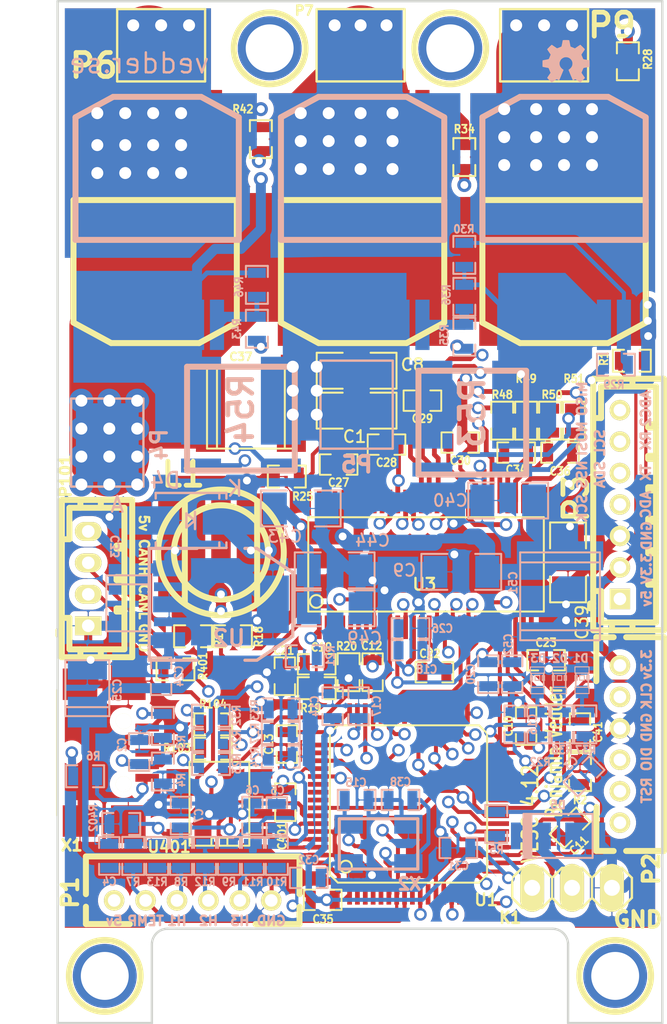
<source format=kicad_pcb>
(kicad_pcb (version 20221018) (generator pcbnew)
  (title_block (title "BLDC Driver 4.6") (date "30 Aug 2014") (rev "A") (company "Benjamin Vedder"))
  (layers (0 "F.Cu" signal) (1 "In1.Cu" signal "GND") (2 "In2.Cu" signal "GND2") (31 "B.Cu" signal) (34 "B.Paste" user) (35 "F.Paste" user) (36 "B.SilkS" user "B.Silkscreen") (37 "F.SilkS" user "F.Silkscreen") (38 "B.Mask" user) (39 "F.Mask" user) (44 "Edge.Cuts" user))
  (net 0 "")
  (net 1 "+5V")
  (net 2 "GND")
  (net 3 "NRST")
  (net 4 "Net-(C15-Pad1)")
  (net 5 "Net-(C16-Pad1)")
  (net 6 "Net-(C17-Pad1)")
  (net 7 "Net-(C18-Pad1)")
  (net 8 "Net-(C19-Pad2)")
  (net 9 "Net-(C20-Pad2)")
  (net 10 "Net-(C21-Pad2)")
  (net 11 "Net-(C22-Pad1)")
  (net 12 "Net-(C22-Pad2)")
  (net 13 "Net-(C23-Pad2)")
  (net 14 "Net-(C27-Pad1)")
  (net 15 "Net-(C27-Pad2)")
  (net 16 "Net-(C28-Pad2)")
  (net 17 "Net-(C29-Pad2)")
  (net 18 "Net-(C30-Pad2)")
  (net 19 "Net-(C34-Pad1)")
  (net 20 "Net-(C34-Pad2)")
  (net 21 "Net-(C36-Pad1)")
  (net 22 "Net-(C36-Pad2)")
  (net 23 "Net-(C38-Pad1)")
  (net 24 "Net-(D1-Pad1)")
  (net 25 "Net-(D2-Pad1)")
  (net 26 "Net-(K1-Pad1)")
  (net 27 "Net-(Q1-PadG)")
  (net 28 "Net-(Q2-PadG)")
  (net 29 "Net-(Q3-PadG)")
  (net 30 "Net-(Q4-PadG)")
  (net 31 "Net-(Q5-PadG)")
  (net 32 "Net-(Q6-PadG)")
  (net 33 "Net-(R17-Pad2)")
  (net 34 "Net-(R20-Pad1)")
  (net 35 "Net-(R21-Pad2)")
  (net 36 "Net-(R25-Pad2)")
  (net 37 "Net-(R6-Pad1)")
  (net 38 "SWCLK")
  (net 39 "SWDIO")
  (net 40 "VCC")
  (net 41 "V_SUPPLY")
  (net 42 "/MCU/AN_IN")
  (net 43 "/MCU/SERVO")
  (net 44 "/Mosfet driver/H1_VS")
  (net 45 "/Mosfet driver/H2_VS")
  (net 46 "/Mosfet driver/H3_VS")
  (net 47 "/Mosfet driver/H1_LOW")
  (net 48 "/Mosfet driver/H3_LOW")
  (net 49 "/MCU/SENS1")
  (net 50 "/MCU/SENS2")
  (net 51 "/Mosfet driver/M_H1")
  (net 52 "/Mosfet driver/M_L1")
  (net 53 "/MCU/SENS3")
  (net 54 "/Mosfet driver/M_H2")
  (net 55 "/Mosfet driver/M_L2")
  (net 56 "/Mosfet driver/M_H3")
  (net 57 "/Mosfet driver/M_L3")
  (net 58 "/Mosfet driver/SH1_A")
  (net 59 "/Mosfet driver/SH1_B")
  (net 60 "/Mosfet driver/SH2_A")
  (net 61 "/Mosfet driver/SH2_B")
  (net 62 "/MCU/BR_SO2")
  (net 63 "/MCU/BR_SO1")
  (net 64 "/MCU/DC_CAL")
  (net 65 "/MCU/L3")
  (net 66 "/MCU/L2")
  (net 67 "/MCU/L1")
  (net 68 "/MCU/EN_GATE")
  (net 69 "/MCU/FAULT")
  (net 70 "/MCU/H3")
  (net 71 "/MCU/H2")
  (net 72 "/MCU/H1")
  (net 73 "/MCU/USB_DM")
  (net 74 "/MCU/USB_DP")
  (net 75 "/Filters/TEMP_IN")
  (net 76 "/Filters/HALL3_OUT")
  (net 77 "/Filters/HALL2_OUT")
  (net 78 "/Filters/HALL1_OUT")
  (net 79 "Net-(D3-Pad1)")
  (net 80 "/Filters/HALL1_IN")
  (net 81 "/Filters/HALL2_IN")
  (net 82 "/Filters/HALL3_IN")
  (net 83 "/CAN bus transceiver/CANL")
  (net 84 "/CAN bus transceiver/CANH")
  (net 85 "/MCU/LED_GREEN")
  (net 86 "/MCU/LED_RED")
  (net 87 "Net-(R103-Pad2)")
  (net 88 "Net-(R104-Pad2)")
  (net 89 "Net-(R402-Pad1)")
  (net 90 "/CAN bus transceiver/CAN_RX")
  (net 91 "/CAN bus transceiver/CAN_TX")
  (net 92 "/MCU/ADC_TEMP")
  (net 93 "/MCU/SCK_ADC_EXT")
  (net 94 "/MCU/RX_SCL_MOSI")
  (net 95 "/MCU/MISO_ADC_EXT2")
  (net 96 "Net-(P2-Pad6)")
  (net 97 "/MCU/TX_SDA_NSS")
  (net 98 "Net-(U1-Pad4)")
  (net 99 "Net-(U1-Pad2)")
  (net 100 "Net-(U1-Pad3)")
  (net 101 "Net-(U1-Pad39)")
  (net 102 "Net-(U1-Pad40)")
  (net 103 "Net-(U1-Pad50)")
  (net 104 "Net-(U1-Pad54)")
  (net 105 "Net-(U1-Pad55)")
  (net 106 "Net-(U1-Pad56)")
  (net 107 "Net-(U1-Pad9)")
  (net 108 "Net-(U1-Pad11)")
  (net 109 "Net-(U1-Pad28)")
  (net 110 "Net-(U3-Pad4)")
  (net 111 "Net-(U3-Pad5)")
  (net 112 "Net-(U3-Pad55)")
  (net 113 "Net-(U3-Pad56)")
  (net 114 "Net-(U401-Pad5)")
  (net 115 "Net-(X1-Pad4)")
  (footprint "1pin" (layer "F.Cu") (at 92 83)
    (fp_text reference "1PIN" hide)
    (fp_text value "P***" hide)
  )
  (footprint "1pin" (layer "F.Cu") (at 103.5 83)
    (fp_text reference "1PIN" hide)
    (fp_text value "P***" hide)
  )
  (footprint "w_smd_cap:c_2220" (layer "F.Cu") (at 90.805 105.918)
    (fp_text reference "C37")
    (fp_text value "15u,100V" hide)
  )
  (footprint "CRF1:pinhead-1X03" (layer "F.Cu") (at 111.252 136.398)
    (fp_text reference "K1")
    (fp_text value "SERVO" hide)
  )
  (footprint "CRF1:MICRO_JST_6" (layer "F.Cu") (at 87.1 137.2)
    (fp_text reference "P1")
    (fp_text value "HALL/Encoder" hide)
  )
  (footprint "CRF1:MICRO_JST_6" (layer "F.Cu") (at 114.3 127.254 -90)
    (fp_text reference "P2")
    (fp_text value "SWD" hide)
  )
  (footprint "CRF1:1PAD_4x5mm" (layer "F.Cu") (at 85.09 82.804 90)
    (fp_text reference "P6")
    (fp_text value "MOTOR1" hide)
  )
  (footprint "CRF1:1PAD_4x5mm" (layer "F.Cu") (at 109.474 82.804 90)
    (fp_text reference "P9")
    (fp_text value "MOTOR3" hide)
  )
  (footprint "CRF1:D2PAK-7-GDS" (layer "F.Cu") (at 110.744 91.948 180)
    (fp_text reference "Q1" hide)
    (fp_text value "IRFS7530" hide)
  )
  (footprint "CRF1:D2PAK-7-GDS" (layer "F.Cu") (at 97.917 91.948 180)
    (fp_text reference "Q3" hide)
    (fp_text value "IRFS7530" hide)
  )
  (footprint "CRF1:D2PAK-7-GDS" (layer "F.Cu") (at 84.709 91.948 180)
    (fp_text reference "Q5" hide)
    (fp_text value "IRFS7530" hide)
  )
  (footprint "CRF1:lqfp64_pad_mod" (layer "F.Cu") (at 100.838 131.064)
    (fp_text reference "U1")
    (fp_text value "STM32F40X_LQFP64" hide)
  )
  (footprint "CRF1:TSSOP-56-PP" (layer "F.Cu") (at 101.854 115.824)
    (fp_text reference "U3")
    (fp_text value "DRV8302" hide)
  )
  (footprint "JST conn:b4b-ph-kl" (layer "F.Cu") (at 80.45 116.726 90)
    (fp_text reference "P101")
    (fp_text value "CANBUS" hide)
  )
  (footprint "CRF1:1PAD_4x5mm" (layer "F.Cu") (at 97.79 82.804 90)
    (fp_text reference "P7")
    (fp_text value "MOTOR2" hide)
  )
  (footprint "Connect:1pin" (layer "F.Cu") (at 114 142)
    (fp_text reference "1PIN" hide)
    (fp_text value "P***" hide)
  )
  (footprint "Connect:1pin" (layer "F.Cu") (at 81.5 142)
    (fp_text reference "1PIN" hide)
    (fp_text value "P***" hide)
  )
  (footprint "CRF1:SMD-1206" (layer "F.Cu") (at 97.536 106.045)
    (fp_text reference "C1")
    (fp_text value "10u,50V" hide)
  )
  (footprint "CRF1:SMD-1206" (layer "F.Cu") (at 97.536 103.505)
    (fp_text reference "C8")
    (fp_text value "10u,50V" hide)
  )
  (footprint "CRF1:SMD-0603_c" (layer "F.Cu") (at 108.331 126.111 -90)
    (fp_text reference "C10")
    (fp_text value "2.2u" hide)
  )
  (footprint "CRF1:SMD-0603_c" (layer "F.Cu") (at 111.125 132.588 45)
    (fp_text reference "C11")
    (fp_text value "2.2u" hide)
  )
  (footprint "CRF1:SMD-0603_c" (layer "F.Cu") (at 98.552 122.682 90)
    (fp_text reference "C12")
    (fp_text value "2.2u" hide)
  )
  (footprint "CRF1:SMD-0603_c" (layer "F.Cu") (at 93.091 127.254 90)
    (fp_text reference "C13")
    (fp_text value "2.2u" hide)
  )
  (footprint "CRF1:SMD-0603_c" (layer "F.Cu") (at 94.996 122.174)
    (fp_text reference "C19")
    (fp_text value "120p" hide)
  )
  (footprint "CRF1:SMD-0603_c" (layer "F.Cu") (at 92.964 122.936 -90)
    (fp_text reference "C21")
    (fp_text value "6.8n" hide)
  )
  (footprint "CRF1:SMD-0603_c" (layer "F.Cu") (at 102.489 122.682)
    (fp_text reference "C22")
    (fp_text value "22n" hide)
  )
  (footprint "CRF1:SMD-0603_c" (layer "F.Cu") (at 109.601 121.92 180)
    (fp_text reference "C23")
    (fp_text value "2.2u" hide)
  )
  (footprint "CRF1:SMD-0603_c" (layer "F.Cu") (at 96.393 109.474 180)
    (fp_text reference "C27")
    (fp_text value "100n" hide)
  )
  (footprint "CRF1:SMD-0603_c" (layer "F.Cu") (at 99.441 108.204 180)
    (fp_text reference "C28")
    (fp_text value "220n" hide)
  )
  (footprint "CRF1:SMD-0603_c" (layer "F.Cu") (at 101.727 105.41 180)
    (fp_text reference "C29")
    (fp_text value "220n" hide)
  )
  (footprint "CRF1:SMD-0603_c" (layer "F.Cu") (at 104.14 108.077 180)
    (fp_text reference "C30")
    (fp_text value "220n" hide)
  )
  (footprint "CRF1:SMD-0603_c" (layer "F.Cu") (at 107.696 108.712)
    (fp_text reference "C34")
    (fp_text value "2.2n" hide)
  )
  (footprint "CRF1:SMD-0603_c" (layer "F.Cu") (at 95.377 137.16)
    (fp_text reference "C35")
    (fp_text value "2.2u" hide)
  )
  (footprint "CRF1:SMD-0603_c" (layer "F.Cu") (at 110.49 108.712)
    (fp_text reference "C36")
    (fp_text value "2.2n" hide)
  )
  (footprint "CRF1:SMD-1206" (layer "F.Cu") (at 110.998 115.697 90)
    (fp_text reference "C39")
    (fp_text value "10u,50V" hide)
  )
  (footprint "CRF1:SMD-0603_c" (layer "F.Cu") (at 111.76 126.492 -90)
    (fp_text reference "C41")
    (fp_text value "2.2u" hide)
  )
  (footprint "CRF1:SMD-0603_c" (layer "F.Cu") (at 93 130.95 -90)
    (fp_text reference "C401")
    (fp_text value "2.2u" hide)
  )
  (footprint "CRF1:SMD-0603_r" (layer "F.Cu") (at 115.062 102.87)
    (fp_text reference "R1")
    (fp_text value "NTC 10k" hide)
  )
  (footprint "CRF1:SMD-0603_r" (layer "F.Cu") (at 111.76 129.032 90)
    (fp_text reference "R2")
    (fp_text value "10k" hide)
  )
  (footprint "CRF1:SMD-0603_r" (layer "F.Cu") (at 87.122 120.396)
    (fp_text reference "R17")
    (fp_text value "18k" hide)
  )
  (footprint "CRF1:SMD-0603_r" (layer "F.Cu") (at 89.662 120.396)
    (fp_text reference "R18")
    (fp_text value "3k3" hide)
  )
  (footprint "CRF1:SMD-0603_r" (layer "F.Cu") (at 94.996 123.698)
    (fp_text reference "R19")
    (fp_text value "15k" hide)
  )
  (footprint "CRF1:SMD-0603_r" (layer "F.Cu") (at 97.028 122.682 -90)
    (fp_text reference "R20")
    (fp_text value "10k" hide)
  )
  (footprint "CRF1:SMD-0603_r" (layer "F.Cu") (at 93.091 110.236)
    (fp_text reference "R25")
    (fp_text value "1M" hide)
  )
  (footprint "CRF1:SMD-0603_r" (layer "F.Cu") (at 114.808 83.82 90)
    (fp_text reference "R28")
    (fp_text value "4R7" hide)
  )
  (footprint "CRF1:SMD-0603_r" (layer "F.Cu") (at 104.394 89.916 -90)
    (fp_text reference "R34")
    (fp_text value "4R7" hide)
  )
  (footprint "CRF1:SMD-0603_r" (layer "F.Cu") (at 91.44 88.773 -90)
    (fp_text reference "R42")
    (fp_text value "4R7" hide)
  )
  (footprint "CRF1:SMD-0603_r" (layer "F.Cu") (at 106.807 106.68 -90)
    (fp_text reference "R48")
    (fp_text value "100R" hide)
  )
  (footprint "CRF1:SMD-0603_r" (layer "F.Cu") (at 108.331 106.68 -90)
    (fp_text reference "R49")
    (fp_text value "100R" hide)
  )
  (footprint "CRF1:SMD-0603_r" (layer "F.Cu") (at 109.855 106.68 -90)
    (fp_text reference "R50")
    (fp_text value "100R" hide)
  )
  (footprint "CRF1:SMD-0603_r" (layer "F.Cu") (at 111.379 106.68 -90)
    (fp_text reference "R51")
    (fp_text value "100R" hide)
  )
  (footprint "CRF1:SMD-0603_r" (layer "F.Cu") (at 88.4 127.55 180)
    (fp_text reference "R103")
    (fp_text value "22R" hide)
  )
  (footprint "CRF1:SMD-0603_r" (layer "F.Cu") (at 88.4 126 180)
    (fp_text reference "R104")
    (fp_text value "22R" hide)
  )
  (footprint "CRF1:SMD-0603_r" (layer "F.Cu") (at 86 122.5 180)
    (fp_text reference "R401")
    (fp_text value "NI" hide)
  )
  (footprint "CRF1:SOIC-8-W" (layer "F.Cu") (at 88.8 131.05 90)
    (fp_text reference "U401")
    (fp_text value "SN65HVD232" hide)
  )
  (footprint "CRF1:USB-UX60R-MB-5ST" (layer "F.Cu") (at 82.7 127.8 -90)
    (fp_text reference "X1")
    (fp_text value "MINI-USB-SHIELD-32005-201" hide)
  )
  (footprint "CRF1:b7b-ph-kl" (layer "F.Cu") (at 114.3 112.014 90)
    (fp_text reference "P3")
    (fp_text value "PWR_COMM" hide)
  )
  (footprint "w_smd_inductors:inductor_smd_8x5mm" (layer "F.Cu") (at 88.9 115.062 180)
    (fp_text reference "L1")
    (fp_text value "22u" hide)
  )
  (footprint "oshw_silkscreen-back_3mm" (layer "B.Cu") (at 110.871 83.82)
    (fp_text reference "G***" hide)
    (fp_text value "oshw_silkscreen-back_3mm" hide)
  )
  (footprint "w_smd_cap:c_tant_B" (layer "B.Cu") (at 80.391 123.698 -90)
    (fp_text reference "C25")
    (fp_text value "100u" hide)
  )
  (footprint "w_smd_cap:c_tant_B" (layer "B.Cu") (at 83 118.3 90)
    (fp_text reference "C33")
    (fp_text value "100u" hide)
  )
  (footprint "w_smd_cap:c_2220" (layer "B.Cu") (at 110.49 117.856 -90)
    (fp_text reference "C51")
    (fp_text value "15u, 100v" hide)
  )
  (footprint "LEDs:LED-0603" (layer "B.Cu") (at 111.887 123.19 90)
    (fp_text reference "D1")
    (fp_text value "GREEN" hide)
  )
  (footprint "LEDs:LED-0603" (layer "B.Cu") (at 110.45 123.2 90)
    (fp_text reference "D2")
    (fp_text value "RED" hide)
  )
  (footprint "LEDs:LED-0603" (layer "B.Cu") (at 109.05 123.2 90)
    (fp_text reference "D3")
    (fp_text value "LED" hide)
  )
  (footprint "CRF1:1PAD_4x5mm" (layer "B.Cu") (at 81.661 108.077)
    (fp_text reference "P4")
    (fp_text value "IN+" hide)
  )
  (footprint "CRF1:1PAD_4x5mm" (layer "B.Cu") (at 97.536 105.664)
    (fp_text reference "P5")
    (fp_text value "IN-" hide)
  )
  (footprint "CRF1:WSLP2726" (layer "B.Cu") (at 104.902 108.712)
    (fp_text reference "R53")
    (fp_text value "SHUNT" hide)
  )
  (footprint "CRF1:Crystal_5x3mm" (layer "B.Cu") (at 98.933 133.604)
    (fp_text reference "X2")
    (fp_text value "8MHz 10ppm" hide)
  )
  (footprint "CRF1:WSLP2726" (layer "B.Cu") (at 90.17 108.458)
    (fp_text reference "R54")
    (fp_text value "SHUNT" hide)
  )
  (footprint "w_smd_diode:do214ac" (layer "B.Cu") (at 110.363 133.096 180)
    (fp_text reference "D5")
    (fp_text value "TVS 5V" hide)
  )
  (footprint "CRF1:D2PAK-7-GDS" (layer "B.Cu") (at 84.836 95.885 180)
    (fp_text reference "Q6" hide)
    (fp_text value "IRFS7530" hide)
  )
  (footprint "CRF1:D2PAK-7-GDS" (layer "B.Cu") (at 110.744 95.885 180)
    (fp_text reference "Q2" hide)
    (fp_text value "IRFS7530" hide)
  )
  (footprint "CRF1:D2PAK-7-GDS" (layer "B.Cu") (at 97.917 95.885 180)
    (fp_text reference "Q4" hide)
    (fp_text value "IRFS7530" hide)
  )
  (footprint "CRF1:SMD-0603_c" (layer "B.Cu") (at 83.693 127.762 -90)
    (fp_text reference "C2")
    (fp_text value "100n" hide)
  )
  (footprint "CRF1:SMD-0603_c" (layer "B.Cu") (at 112.014 129.286 -135)
    (fp_text reference "C3")
    (fp_text value "100n" hide)
  )
  (footprint "CRF1:SMD-0603_c" (layer "B.Cu") (at 81.788 134.366 -90)
    (fp_text reference "C4")
    (fp_text value "4n7" hide)
  )
  (footprint "CRF1:SMD-0603_c" (layer "B.Cu") (at 92.456 131.826 90)
    (fp_text reference "C5")
    (fp_text value "4n7" hide)
  )
  (footprint "CRF1:SMD-0603_c" (layer "B.Cu") (at 90.9 131.8 90)
    (fp_text reference "C6")
    (fp_text value "4n7" hide)
  )
  (footprint "CRF1:SMD-0603_c" (layer "B.Cu") (at 86.35 131.8 90)
    (fp_text reference "C7")
    (fp_text value "4n7" hide)
  )
  (footprint "CRF1:SMD-1206" (layer "B.Cu") (at 104.2 116.3)
    (fp_text reference "C9")
    (fp_text value "10u,50V" hide)
  )
  (footprint "CRF1:SMD-0603_c" (layer "B.Cu") (at 96.012 124.841 -90)
    (fp_text reference "C14")
    (fp_text value "2.2u" hide)
  )
  (footprint "CRF1:SMD-0603_c" (layer "B.Cu") (at 97.536 130.81)
    (fp_text reference "C15")
    (fp_text value "15p" hide)
  )
  (footprint "CRF1:SMD-0603_c" (layer "B.Cu") (at 107.6 126 90)
    (fp_text reference "C16")
    (fp_text value "2.2u" hide)
  )
  (footprint "CRF1:SMD-0603_c" (layer "B.Cu") (at 97.663 124.841 90)
    (fp_text reference "C17")
    (fp_text value "2.2u" hide)
  )
  (footprint "CRF1:SMD-0603_c" (layer "B.Cu") (at 100.965 121.285)
    (fp_text reference "C18")
    (fp_text value "2.2u" hide)
  )
  (footprint "CRF1:SMD-0603_c" (layer "B.Cu") (at 105.918 122.809 90)
    (fp_text reference "C20")
    (fp_text value "2.2u" hide)
  )
  (footprint "CRF1:SMD-0603_c" (layer "B.Cu") (at 85.09 122.936 90)
    (fp_text reference "C24")
    (fp_text value "2.2u" hide)
  )
  (footprint "CRF1:SMD-0603_c" (layer "B.Cu") (at 104.013 133.858)
    (fp_text reference "C31")
    (fp_text value "2.2u" hide)
  )
  (footprint "CRF1:SMD-0603_c" (layer "B.Cu") (at 94.488 135.763 180)
    (fp_text reference "C32")
    (fp_text value "100n" hide)
  )
  (footprint "CRF1:SMD-0603_c" (layer "B.Cu") (at 100.33 130.81 180)
    (fp_text reference "C38")
    (fp_text value "15p" hide)
  )
  (footprint "CRF1:SMD-1206" (layer "B.Cu") (at 107.188 111.76)
    (fp_text reference "C40")
    (fp_text value "10u,50V" hide)
  )
  (footprint "CRF1:SMD-1206" (layer "B.Cu") (at 93.98 112.268)
    (fp_text reference "C43")
    (fp_text value "10u,50V" hide)
  )
  (footprint "CRF1:SMD-1206" (layer "B.Cu") (at 96.139 116.205)
    (fp_text reference "C44")
    (fp_text value "10u,50V" hide)
  )
  (footprint "CRF1:SMD-1206" (layer "B.Cu") (at 96.139 118.618)
    (fp_text reference "C49")
    (fp_text value "10u,50V" hide)
  )
  (footprint "CRF1:SMD-0603_c" (layer "B.Cu") (at 107.442 122.809 90)
    (fp_text reference "C52")
    (fp_text value "2.2u" hide)
  )
  (footprint "CRF1:SMD-0603_r" (layer "B.Cu") (at 85.2 126.1 -90)
    (fp_text reference "R3")
    (fp_text value "39k" hide)
  )
  (footprint "CRF1:SMD-0603_r" (layer "B.Cu") (at 85.2 129 90)
    (fp_text reference "R4")
    (fp_text value "2k2" hide)
  )
  (footprint "CRF1:SMD-0603_r" (layer "B.Cu") (at 106.426 132.334 -90)
    (fp_text reference "R5")
    (fp_text value "2k2" hide)
  )
  (footprint "CRF1:SMD-0603_r" (layer "B.Cu") (at 80.25 129.3 180)
    (fp_text reference "R6")
    (fp_text value "0R" hide)
  )
  (footprint "CRF1:SMD-0603_r" (layer "B.Cu") (at 83.312 134.366 90)
    (fp_text reference "R7")
    (fp_text value "10k" hide)
  )
  (footprint "CRF1:SMD-0603_r" (layer "B.Cu") (at 86.36 134.366 90)
    (fp_text reference "R8")
    (fp_text value "10k" hide)
  )
  (footprint "CRF1:SMD-0603_r" (layer "B.Cu") (at 89.408 134.366 90)
    (fp_text reference "R9")
    (fp_text value "10k" hide)
  )
  (footprint "CRF1:SMD-0603_r" (layer "B.Cu") (at 92.456 134.366 90)
    (fp_text reference "R10")
    (fp_text value "10k" hide)
  )
  (footprint "CRF1:SMD-0603_r" (layer "B.Cu") (at 90.932 134.366 90)
    (fp_text reference "R11")
    (fp_text value "2k2" hide)
  )
  (footprint "CRF1:SMD-0603_r" (layer "B.Cu") (at 87.884 134.366 90)
    (fp_text reference "R12")
    (fp_text value "2k2" hide)
  )
  (footprint "CRF1:SMD-0603_r" (layer "B.Cu") (at 84.836 134.366 90)
    (fp_text reference "R13")
    (fp_text value "2k2" hide)
  )
  (footprint "CRF1:SMD-0603_r" (layer "B.Cu") (at 94.234 121.666)
    (fp_text reference "R21")
    (fp_text value "220k" hide)
  )
  (footprint "CRF1:SMD-0603_r" (layer "B.Cu") (at 109.1 126 -90)
    (fp_text reference "R22")
    (fp_text value "2k2" hide)
  )
  (footprint "CRF1:SMD-0603_r" (layer "B.Cu") (at 88.265 128.524)
    (fp_text reference "R23")
    (fp_text value "39k" hide)
  )
  (footprint "CRF1:SMD-0603_r" (layer "B.Cu") (at 92.7 128.05 180)
    (fp_text reference "R24")
    (fp_text value "2k2" hide)
  )
  (footprint "CRF1:SMD-0603_r" (layer "B.Cu") (at 88.265 127)
    (fp_text reference "R26")
    (fp_text value "39k" hide)
  )
  (footprint "CRF1:SMD-0603_r" (layer "B.Cu") (at 92.7 126.55 180)
    (fp_text reference "R27")
    (fp_text value "2k2" hide)
  )
  (footprint "CRF1:SMD-0603_r" (layer "B.Cu") (at 114.046 103.124 180)
    (fp_text reference "R29")
    (fp_text value "4R7" hide)
  )
  (footprint "CRF1:SMD-0603_r" (layer "B.Cu") (at 104.394 96.139 90)
    (fp_text reference "R30")
    (fp_text value "39k" hide)
  )
  (footprint "CRF1:SMD-0603_r" (layer "B.Cu") (at 88.25 125.45)
    (fp_text reference "R32")
    (fp_text value "39k" hide)
  )
  (footprint "CRF1:SMD-0603_r" (layer "B.Cu") (at 92.7 125.05 180)
    (fp_text reference "R33")
    (fp_text value "2k2" hide)
  )
  (footprint "CRF1:SMD-0603_r" (layer "B.Cu") (at 104.394 101.346 -90)
    (fp_text reference "R35")
    (fp_text value "4R7" hide)
  )
  (footprint "CRF1:SMD-0603_r" (layer "B.Cu") (at 104.394 98.806 -90)
    (fp_text reference "R36")
    (fp_text value "39k" hide)
  )
  (footprint "CRF1:SMD-0603_r" (layer "B.Cu") (at 112.1 126 -90)
    (fp_text reference "R37")
    (fp_text value "100R" hide)
  )
  (footprint "CRF1:SMD-0603_r" (layer "B.Cu") (at 110.6 126 -90)
    (fp_text reference "R38")
    (fp_text value "100R" hide)
  )
  (footprint "CRF1:SMD-0603_r" (layer "B.Cu") (at 91.186 100.838 -90)
    (fp_text reference "R43")
    (fp_text value "4R7" hide)
  )
  (footprint "CRF1:SMD-0603_r" (layer "B.Cu") (at 91.186 98.044 -90)
    (fp_text reference "R46")
    (fp_text value "39k" hide)
  )
  (footprint "CRF1:SMD-0603_r" (layer "B.Cu") (at 82.55 132.334 180)
    (fp_text reference "R402")
    (fp_text value "10k" hide)
  )
  (footprint "CRF1:SOT-223" (layer "B.Cu") (at 88.9 118.364 90)
    (fp_text reference "U2")
    (fp_text value "TC2117" hide)
  )
  (footprint "Diodes_SMD:SMA_Handsoldering" (layer "B.Cu") (at 86.995 113.03 180)
    (fp_text reference "D4")
    (fp_text value "DIODESCH")
  )
  (footprint "CRF1:SMD-0603_c" (layer "B.Cu") (at 100.965 119.888)
    (fp_text reference "C26")
    (fp_text value "2.2u" hide)
  )
  (gr_line (start 84.5 145) (end 78.5 145) (stroke (width 0.15)) (layer "Edge.Cuts"))
  (gr_line (start 111 145) (end 117 145) (stroke (width 0.15)) (layer "Edge.Cuts"))
  (gr_arc (start 110 139) (mid 110.707107 139.292893) (end 111 140) (stroke (width 0.15)) (layer "Edge.Cuts"))
  (gr_line (start 117 80) (end 117 145) (stroke (width 0.15)) (layer "Edge.Cuts"))
  (gr_line (start 78.5 145) (end 78.5 80) (stroke (width 0.15)) (layer "Edge.Cuts"))
  (gr_line (start 85.5 139) (end 110 139) (stroke (width 0.15)) (layer "Edge.Cuts"))
  (gr_line (start 117 80) (end 78.5 80) (stroke (width 0.15)) (layer "Edge.Cuts"))
  (gr_line (start 111 140) (end 111 145) (stroke (width 0.15)) (layer "Edge.Cuts"))
  (gr_arc (start 84.5 140) (mid 84.792893 139.292893) (end 85.5 139) (stroke (width 0.15)) (layer "Edge.Cuts"))
  (gr_line (start 84.5 140) (end 84.5 145) (stroke (width 0.15)) (layer "Edge.Cuts"))
  (gr_text "MISO" (at 111.887 105.283 90) (layer "B.SilkS") (effects (font (size 0.6 0.6)) (justify mirror)))
  (gr_text "MOSI" (at 111.887 107.823 90) (layer "B.SilkS") (effects (font (size 0.6 0.6)) (justify mirror)))
  (gr_text "SCK" (at 111.887 112.268 90) (layer "B.SilkS") (effects (font (size 0.6 0.6)) (justify mirror)))
  (gr_text "NSS" (at 111.887 110.109 90) (layer "B.SilkS") (effects (font (size 0.6 0.6)) (justify mirror)))
  (gr_text "SDA" (at 113.03 110.109 90) (layer "B.SilkS") (effects (font (size 0.6 0.6)) (justify mirror)))
  (gr_text "3.3v" (at 116 122.2 90) (layer "B.SilkS") (effects (font (size 0.6 0.6)) (justify mirror)))
  (gr_text "ADC" (at 115.951 112.014 90) (layer "B.SilkS") (effects (font (size 0.6 0.6)) (justify mirror)))
  (gr_text "RST" (at 116 130.2 90) (layer "B.SilkS") (effects (font (size 0.6 0.6)) (justify mirror)))
  (gr_text "DIO" (at 116 128.2 90) (layer "B.SilkS") (effects (font (size 0.6 0.6)) (justify mirror)))
  (gr_text "ADC2" (at 115.951 105.918 90) (layer "B.SilkS") (effects (font (size 0.6 0.6)) (justify mirror)))
  (gr_text "5v" (at 116 118 90) (layer "B.SilkS") (effects (font (size 0.6 0.6)) (justify mirror)))
  (gr_text "H3" (at 90.1 138.5) (layer "B.SilkS") (effects (font (size 0.6 0.6)) (justify mirror)))
  (gr_text "CLK" (at 116 124.2 90) (layer "B.SilkS") (effects (font (size 0.6 0.6)) (justify mirror)))
  (gr_text "TX" (at 115.951 109.982 90) (layer "B.SilkS") (effects (font (size 0.6 0.6)) (justify mirror)))
  (gr_text "H2" (at 88.1 138.5) (layer "B.SilkS") (effects (font (size 0.6 0.6)) (justify mirror)))
  (gr_text "GND" (at 116 126.2 90) (layer "B.SilkS") (effects (font (size 0.6 0.6)) (justify mirror)))
  (gr_text "TEMP" (at 84.1 138.5) (layer "B.SilkS") (effects (font (size 0.6 0.6)) (justify mirror)))
  (gr_text "SCL" (at 113.03 108.077 90) (layer "B.SilkS") (effects (font (size 0.6 0.6)) (justify mirror)))
  (gr_text "vedder.se" (at 83.693 83.947) (layer "B.SilkS") (effects (font (size 1.27 1.27) (thickness 0.1524)) (justify mirror)))
  (gr_text "3.3V" (at 116 116.1 90) (layer "B.SilkS") (effects (font (size 0.6 0.6)) (justify mirror)))
  (gr_text "GND" (at 92.1 138.5) (layer "B.SilkS") (effects (font (size 0.6 0.6)) (justify mirror)))
  (gr_text "RX" (at 115.951 107.95 90) (layer "B.SilkS") (effects (font (size 0.6 0.6)) (justify mirror)))
  (gr_text "5v" (at 82.1 138.5) (layer "B.SilkS") (effects (font (size 0.6 0.6)) (justify mirror)))
  (gr_text "GND" (at 116 114 90) (layer "B.SilkS") (effects (font (size 0.6 0.6)) (justify mirror)))
  (gr_text "H1" (at 86.1 138.5) (layer "B.SilkS") (effects (font (size 0.6 0.6)) (justify mirror)))
  (gr_text "Benjamin Vedder" (at 110.109 127.762 90) (layer "F.SilkS") (effects (font (size 1 0.6604))))
  (gr_text "5v" (at 84 113.2 270) (layer "F.SilkS") (effects (font (size 0.6 0.6))))
  (gr_text "CANL" (at 84 118.2 270) (layer "F.SilkS") (effects (font (size 0.6 0.6))))
  (gr_text "GND" (at 115.45 138.426) (layer "F.SilkS") (effects (font (size 1 1) (thickness 0.25))))
  (gr_text "VESC 4.12" (at 108.585 131.699 90) (layer "F.SilkS") (effects (font (size 1 0.8))))
  (gr_text "GND" (at 84 120.5 270) (layer "F.SilkS") (effects (font (size 0.6 0.6))))
  (gr_text "CANH" (at 84 115.4 270) (layer "F.SilkS") (effects (font (size 0.6 0.6))))
  (segment (start 85.979 114.935) (end 86.106 115.062) (width 0.635) (layer "F.Cu") (net 1))
  (segment (start 86.106 115.062) (end 86.40064 115.062) (width 0.635) (layer "F.Cu") (net 1))
  (segment (start 88.9 118.8) (end 88.9 117.729) (width 0.635) (layer "F.Cu") (net 1))
  (segment (start 86.40064 115.062) (end 86.40064 116.40064) (width 1.27) (layer "F.Cu") (net 1))
  (segment (start 86.40064 115.062) (end 86.40064 115.22964) (width 1.27) (layer "F.Cu") (net 1))
  (segment (start 86.40064 120.35536) (end 86.36 120.396) (width 1.27) (layer "F.Cu") (net 1))
  (segment (start 86.40064 115.062) (end 86.40064 120.35536) (width 1.27) (layer "F.Cu") (net 1))
  (segment (start 86.40064 115.22964) (end 88.9 117.729) (width 1.27) (layer "F.Cu") (net 1))
  (via (at 88.9 118.8) (size 0.8) (drill 0.5) (layers "F.Cu" "B.Cu") (net 1))
  (via (at 85.979 114.935) (size 0.8) (drill 0.5) (layers "F.Cu" "B.Cu") (net 1))
  (via (at 79.4 127.8) (size 0.8) (drill 0.5) (layers "F.Cu" "B.Cu") (net 1))
  (via (at 88.9 117.729) (size 0.8) (drill 0.5) (layers "F.Cu" "B.Cu") (net 1))
  (segment (start 85.598 115.316) (end 85.979 114.935) (width 0.635) (layer "B.Cu") (net 1))
  (segment (start 79.45 129.262) (end 79.4 127.8) (width 0.508) (layer "B.Cu") (net 1))
  (segment (start 83.698 116.078) (end 83 116.776) (width 0.635) (layer "B.Cu") (net 1))
  (segment (start 80.92626 113.72626) (end 83 115.8) (width 0.635) (layer "B.Cu") (net 1))
  (segment (start 83 115.8) (end 83 116.776) (width 0.635) (layer "B.Cu") (net 1))
  (segment (start 108.63326 133.27126) (end 111.252 135.89) (width 0.635) (layer "B.Cu") (net 1))
  (segment (start 111.252 135.89) (end 111.252 136.398) (width 0.635) (layer "B.Cu") (net 1))
  (segment (start 85.598 116.078) (end 82.922 116.078) (width 0.635) (layer "B.Cu") (net 1))
  (segment (start 80.45 113.72626) (end 80.92626 113.72626) (width 0.635) (layer "B.Cu") (net 1))
  (segment (start 85.598 116.078) (end 84.709 116.078) (width 0.635) (layer "B.Cu") (net 1))
  (segment (start 108.63326 133.096) (end 108.63326 133.27126) (width 0.635) (layer "B.Cu") (net 1))
  (segment (start 79.488 129.3) (end 79.45 129.262) (width 0.508) (layer "B.Cu") (net 1))
  (segment (start 85.598 116.078) (end 85.598 115.316) (width 0.635) (layer "B.Cu") (net 1))
  (segment (start 85.598 116.078) (end 83.698 116.078) (width 0.635) (layer "B.Cu") (net 1))
  (segment (start 108.65612 118.16588) (end 109.474 117.348) (width 0.3048) (layer "F.Cu") (net 2))
  (segment (start 109.474 117.348) (end 110.998 117.348) (width 0.3048) (layer "F.Cu") (net 2))
  (segment (start 98.552 116.84) (end 99.568 115.824) (width 0.635) (layer "F.Cu") (net 2))
  (segment (start 99.568 115.824) (end 101.854 115.824) (width 0.635) (layer "F.Cu") (net 2))
  (segment (start 108.204 115.824) (end 109.728 117.348) (width 0.635) (layer "F.Cu") (net 2))
  (segment (start 109.728 117.348) (end 110.998 117.348) (width 0.635) (layer "F.Cu") (net 2))
  (segment (start 98.65614 118.64086) (end 98.933 118.364) (width 0.254) (layer "F.Cu") (net 2))
  (segment (start 98.933 118.364) (end 99.314 118.364) (width 0.254) (layer "F.Cu") (net 2))
  (segment (start 99.314 118.364) (end 99.6569 118.7069) (width 0.254) (layer "F.Cu") (net 2))
  (segment (start 99.6569 118.7069) (end 99.6569 119.8245) (width 0.254) (layer "F.Cu") (net 2))
  (segment (start 110.5535 121.72188) (end 108.65612 119.8245) (width 0.254) (layer "F.Cu") (net 2))
  (segment (start 98.933 123.444) (end 99.6569 122.7201) (width 0.254) (layer "F.Cu") (net 2))
  (segment (start 99.6569 122.7201) (end 99.6569 119.8245) (width 0.254) (layer "F.Cu") (net 2))
  (segment (start 98.552 116.84) (end 101.854 115.824) (width 0.254) (layer "F.Cu") (net 2))
  (segment (start 98.298 115.824) (end 97.536 116.586) (width 0.635) (layer "F.Cu") (net 2))
  (segment (start 95.885 116.586) (end 92.075 120.396) (width 0.635) (layer "F.Cu") (net 2))
  (segment (start 92.075 120.396) (end 90.424 120.396) (width 0.635) (layer "F.Cu") (net 2))
  (segment (start 97.028 123.063) (end 97.028 123.444) (width 0.254) (layer "F.Cu") (net 2))
  (segment (start 100.965 115.824) (end 99.314 117.475) (width 0.254) (layer "F.Cu") (net 2))
  (segment (start 101.473 115.824) (end 98.933 118.364) (width 0.254) (layer "F.Cu") (net 2))
  (segment (start 103.8098 134.3152) (end 102.58806 135.53694) (width 0.254) (layer "F.Cu") (net 2))
  (segment (start 102.58806 135.53694) (end 102.58806 136.81456) (width 0.254) (layer "F.Cu") (net 2))
  (segment (start 104.267 134.3152) (end 103.8098 134.3152) (width 0.254) (layer "F.Cu") (net 2))
  (segment (start 95.98406 132.81406) (end 96.139 132.969) (width 0.254) (layer "F.Cu") (net 2))
  (segment (start 96.139 132.969) (end 96.139 134.239) (width 0.254) (layer "F.Cu") (net 2))
  (segment (start 96.139 134.239) (end 96.0628 134.3152) (width 0.254) (layer "F.Cu") (net 2))
  (segment (start 96.0628 134.3152) (end 95.08744 134.3152) (width 0.254) (layer "F.Cu") (net 2))
  (segment (start 93.2688 134.3152) (end 92.12326 135.46074) (width 0.254) (layer "F.Cu") (net 2))
  (segment (start 114.18824 114.03076) (end 110.998 117.221) (width 0.635) (layer "F.Cu") (net 2))
  (segment (start 110.998 117.221) (end 110.998 117.348) (width 0.635) (layer "F.Cu") (net 2))
  (segment (start 110.871 119.38) (end 110.871 118.364) (width 1.016) (layer "F.Cu") (net 2))
  (segment (start 110.871 117.475) (end 110.998 117.348) (width 1.016) (layer "F.Cu") (net 2))
  (segment (start 91.6133 131.7633) (end 91.5 131.65) (width 0.254) (layer "F.Cu") (net 2))
  (segment (start 92.973 131.685) (end 93 131.712) (width 0.254) (layer "F.Cu") (net 2))
  (segment (start 93.091 128.323291) (end 93.321003 128.553294) (width 0.254) (layer "F.Cu") (net 2))
  (segment (start 80.6 122.775) (end 80.6 121.9) (width 1.27) (layer "F.Cu") (net 2))
  (segment (start 80.45 121.75) (end 80.6 121.9) (width 0.508) (layer "F.Cu") (net 2))
  (segment (start 82.8 123.45) (end 83 123.25) (width 0.508) (layer "F.Cu") (net 2))
  (segment (start 82.8 132.15) (end 83 132.35) (width 0.508) (layer "F.Cu") (net 2))
  (segment (start 79.925 130.514) (end 80.518 129.921) (width 0.3048) (layer "F.Cu") (net 2))
  (segment (start 80.518 129.921) (end 80.518 124.043) (width 0.3048) (layer "F.Cu") (net 2))
  (segment (start 80.518 124.043) (end 79.925 123.45) (width 0.3048) (layer "F.Cu") (net 2))
  (segment (start 88.138 133.223) (end 87.249 134.112) (width 0.3048) (layer "F.Cu") (net 2))
  (segment (start 87.249 134.112) (end 84.762 134.112) (width 0.3048) (layer "F.Cu") (net 2))
  (segment (start 84.762 134.112) (end 83 132.35) (width 0.3048) (layer "F.Cu") (net 2))
  (segment (start 84.493 126.2) (end 85.09 125.603) (width 0.3048) (layer "F.Cu") (net 2))
  (segment (start 85.09 125.603) (end 85.09 124.46) (width 0.3048) (layer "F.Cu") (net 2))
  (segment (start 85.09 124.46) (end 83.88 123.25) (width 0.3048) (layer "F.Cu") (net 2))
  (segment (start 83.88 123.25) (end 83 123.25) (width 0.3048) (layer "F.Cu") (net 2))
  (segment (start 97.241312 134.3152) (end 98.51263 135.586518) (width 0.254) (layer "F.Cu") (net 2))
  (segment (start 92.12326 135.68426) (end 92.71 136.271) (width 0.254) (layer "F.Cu") (net 2))
  (segment (start 92.71 136.271) (end 93.726 136.271) (width 0.254) (layer "F.Cu") (net 2))
  (segment (start 93.726 136.271) (end 94.615 137.16) (width 0.254) (layer "F.Cu") (net 2))
  (segment (start 92.12326 137.178) (end 92.10126 137.2) (width 0.254) (layer "F.Cu") (net 2))
  (segment (start 114.03076 126.25324) (end 113.03 127.254) (width 0.254) (layer "F.Cu") (net 2))
  (segment (start 113.03 127.254) (end 111.76 127.254) (width 0.254) (layer "F.Cu") (net 2))
  (segment (start 94.996 104.775) (end 95.758 105.029) (width 0.2032) (layer "F.Cu") (net 2))
  (segment (start 95.758 105.029) (end 95.758 104.902) (width 0.2032) (layer "F.Cu") (net 2))
  (segment (start 94.39656 104.902) (end 93.38056 105.283) (width 1.016) (layer "F.Cu") (net 2))
  (segment (start 93.38056 104.86644) (end 94.996 103.251) (width 1.016) (layer "F.Cu") (net 2))
  (segment (start 94.996 103.251) (end 95.758 104.902) (width 1.016) (layer "F.Cu") (net 2))
  (segment (start 95.631 106.172) (end 94.996 104.775) (width 1.27) (layer "F.Cu") (net 2))
  (segment (start 93.472 106.299) (end 93.38056 106.20756) (width 1.27) (layer "F.Cu") (net 2))
  (segment (start 93.38056 106.20756) (end 93.38056 105.918) (width 1.27) (layer "F.Cu") (net 2))
  (segment (start 94.996 106.299) (end 95.123 106.172) (width 1.27) (layer "F.Cu") (net 2))
  (segment (start 95.123 106.172) (end 95.631 106.172) (width 1.27) (layer "F.Cu") (net 2))
  (segment (start 95.631 106.172) (end 95.885 106.045) (width 1.27) (layer "F.Cu") (net 2))
  (segment (start 90.268948 131.685) (end 90.255293 131.671345) (width 0.254) (layer "F.Cu") (net 2))
  (segment (start 95.758 104.902) (end 94.996 103.251) (width 0.2032) (layer "F.Cu") (net 2))
  (segment (start 79.925 132.15) (end 82.8 132.15) (width 0.508) (layer "F.Cu") (net 2))
  (segment (start 101.854 115.824) (end 100.965 115.824) (width 0.254) (layer "F.Cu") (net 2))
  (segment (start 95.885 103.505) (end 95.885 106.045) (width 1.27) (layer "F.Cu") (net 2))
  (segment (start 79.925 132.15) (end 79.925 130.514) (width 0.3048) (layer "F.Cu") (net 2))
  (segment (start 95.08744 132.81406) (end 95.98406 132.81406) (width 0.254) (layer "F.Cu") (net 2))
  (segment (start 106.58856 134.3152) (end 107.8738 134.3152) (width 0.254) (layer "F.Cu") (net 2))
  (segment (start 84.1 126.2) (end 84.493 126.2) (width 0.3048) (layer "F.Cu") (net 2))
  (segment (start 110.5535 121.92) (end 110.5535 121.72188) (width 0.254) (layer "F.Cu") (net 2))
  (segment (start 95.885 106.045) (end 95.631 106.172) (width 1.27) (layer "F.Cu") (net 2))
  (segment (start 111.76 127.254) (end 111.76 128.27) (width 0.254) (layer "F.Cu") (net 2))
  (segment (start 101.854 115.824) (end 108.204 115.824) (width 0.635) (layer "F.Cu") (net 2))
  (segment (start 110.037172 133.126815) (end 110.586185 133.126815) (width 0.254) (layer "F.Cu") (net 2))
  (segment (start 110.318353 121.92) (end 109.782385 122.455968) (width 0.508) (layer "F.Cu") (net 2))
  (segment (start 93.839986 104.78768) (end 93.472 104.775) (width 1.27) (layer "F.Cu") (net 2))
  (segment (start 110.871 117.475) (end 110.871 118.364) (width 1.016) (layer "F.Cu") (net 2))
  (segment (start 97.028 123.444) (end 98.552 123.444) (width 0.254) (layer "F.Cu") (net 2))
  (segment (start 93.38056 105.283) (end 93.38056 104.86644) (width 1.016) (layer "F.Cu") (net 2))
  (segment (start 104.267 134.239) (end 103.269999 133.241999) (width 0.254) (layer "F.Cu") (net 2))
  (segment (start 91.351088 110.490012) (end 90.551 110.490012) (width 0.4064) (layer "F.Cu") (net 2))
  (segment (start 98.65614 119.8245) (end 98.65614 118.64086) (width 0.254) (layer "F.Cu") (net 2))
  (segment (start 95.758 104.902) (end 94.39656 104.902) (width 1.016) (layer "F.Cu") (net 2))
  (segment (start 95.08744 134.3152) (end 93.2688 134.3152) (width 0.254) (layer "F.Cu") (net 2))
  (segment (start 103.6574 113.169653) (end 103.709331 113.221584) (width 0.3048) (layer "F.Cu") (net 2))
  (segment (start 79.925 123.45) (end 82.8 123.45) (width 0.508) (layer "F.Cu") (net 2))
  (segment (start 110.5535 121.92) (end 110.318353 121.92) (width 0.508) (layer "F.Cu") (net 2))
  (segment (start 80.45 119.72828) (end 80.45 121.75) (width 0.508) (layer "F.Cu") (net 2))
  (segment (start 93.091 128.016) (end 93.091 128.323291) (width 0.254) (layer "F.Cu") (net 2))
  (segment (start 108.65612 119.8245) (end 108.65612 118.16588) (width 0.3048) (layer "F.Cu") (net 2))
  (segment (start 114.3 114.03076) (end 114.18824 114.03076) (width 0.635) (layer "F.Cu") (net 2))
  (segment (start 97.536 116.586) (end 95.885 116.586) (width 0.635) (layer "F.Cu") (net 2))
  (segment (start 104.267 134.3152) (end 104.267 134.239) (width 0.254) (layer "F.Cu") (net 2))
  (segment (start 90.424 120.396) (end 90.424 119.888) (width 0.635) (layer "F.Cu") (net 2))
  (segment (start 108.331 124.7775) (end 108.170506 124.617006) (width 0.254) (layer "F.Cu") (net 2))
  (segment (start 108.331 125.349) (end 108.331 124.7775) (width 0.254) (layer "F.Cu") (net 2))
  (segment (start 92.964 122.174) (end 94.234 122.174) (width 0.254) (layer "F.Cu") (net 2))
  (segment (start 102.470001 132.442001) (end 102.87 132.842) (width 0.254) (layer "F.Cu") (net 2))
  (segment (start 79.925 123.45) (end 80.6 122.775) (width 1.27) (layer "F.Cu") (net 2))
  (segment (start 101.473 116.205) (end 101.854 115.824) (width 0.3048) (layer "F.Cu") (net 2))
  (segment (start 84.1 126.2) (end 86.3 126.2) (width 0.254) (layer "F.Cu") (net 2))
  (segment (start 98.552 123.444) (end 98.933 123.444) (width 0.254) (layer "F.Cu") (net 2))
  (segment (start 91.467 131.685) (end 92.973 131.685) (width 0.254) (layer "F.Cu") (net 2))
  (segment (start 92.12326 135.46074) (end 92.12326 135.68426) (width 0.254) (layer "F.Cu") (net 2))
  (segment (start 96.139 132.969) (end 97.155 131.953) (width 0.254) (layer "F.Cu") (net 2))
  (segment (start 101.854 115.824) (end 98.298 115.824) (width 0.635) (layer "F.Cu") (net 2))
  (segment (start 92.12326 135.68426) (end 92.12326 137.178) (width 0.254) (layer "F.Cu") (net 2))
  (segment (start 106.58856 134.3152) (end 104.267 134.3152) (width 0.254) (layer "F.Cu") (net 2))
  (segment (start 101.854 115.824) (end 101.473 115.824) (width 0.254) (layer "F.Cu") (net 2))
  (segment (start 101.981 131.953) (end 102.470001 132.442001) (width 0.254) (layer "F.Cu") (net 2))
  (segment (start 114.3 126.25324) (end 114.03076 126.25324) (width 0.254) (layer "F.Cu") (net 2))
  (segment (start 91.823218 122.489282) (end 91.823218 122.684218) (width 0.254) (layer "F.Cu") (net 2))
  (segment (start 109.062185 133.126815) (end 110.037172 133.126815) (width 0.254) (layer "F.Cu") (net 2))
  (segment (start 96.0628 134.3152) (end 97.241312 134.3152) (width 0.254) (layer "F.Cu") (net 2))
  (segment (start 101.473 118.237) (end 101.473 116.205) (width 0.3048) (layer "F.Cu") (net 2))
  (segment (start 103.6574 111.8235) (end 103.6574 113.169653) (width 0.3048) (layer "F.Cu") (net 2))
  (segment (start 79.925 132.15) (end 79.925 131.675) (width 0.508) (layer "F.Cu") (net 2))
  (segment (start 90.424 120.396) (end 90.424 120.224) (width 0.508) (layer "F.Cu") (net 2))
  (segment (start 108.170506 124.617006) (end 107.817006 124.617006) (width 0.254) (layer "F.Cu") (net 2))
  (segment (start 91.467 131.685) (end 90.268948 131.685) (width 0.254) (layer "F.Cu") (net 2))
  (segment (start 92.1385 122.174) (end 91.823218 122.489282) (width 0.254) (layer "F.Cu") (net 2))
  (segment (start 107.8738 134.3152) (end 109.062185 133.126815) (width 0.254) (layer "F.Cu") (net 2))
  (segment (start 97.155 131.953) (end 101.981 131.953) (width 0.254) (layer "F.Cu") (net 2))
  (segment (start 88.138 131.699) (end 88.138 133.223) (width 0.3048) (layer "F.Cu") (net 2))
  (segment (start 91.6051 110.236) (end 91.351088 110.490012) (width 0.4064) (layer "F.Cu") (net 2))
  (segment (start 92.964 122.174) (end 92.1385 122.174) (width 0.254) (layer "F.Cu") (net 2))
  (segment (start 114.3 126.25324) (end 114.3 126.492) (width 0.254) (layer "F.Cu") (net 2))
  (segment (start 92.329 110.236) (end 91.6051 110.236) (width 0.4064) (layer "F.Cu") (net 2))
  (segment (start 103.269999 133.241999) (end 102.87 132.842) (width 0.254) (layer "F.Cu") (net 2))
  (via (at 107.817006 124.617006) (size 0.8) (drill 0.5) (layers "F.Cu" "B.Cu") (net 2))
  (via (at 109.782385 122.455968) (size 0.8) (drill 0.5) (layers "F.Cu" "B.Cu") (net 2))
  (via (at 110.871 118.364) (size 0.8) (drill 0.5) (layers "F.Cu" "B.Cu") (net 2))
  (via (at 90.551 110.490012) (size 0.889) (drill 0.5) (layers "F.Cu" "B.Cu") (net 2))
  (via (at 99.314 117.475) (size 0.8) (drill 0.5) (layers "F.Cu" "B.Cu") (net 2))
  (via (at 86.3 126.2) (size 0.8) (drill 0.5) (layers "F.Cu" "B.Cu") (net 2))
  (via (at 93.472 106.299) (size 1.524) (drill 0.762) (layers "F.Cu" "B.Cu") (net 2))
  (via (at 110.871 119.38) (size 0.8) (drill 0.5) (layers "F.Cu" "B.Cu") (net 2))
  (via (at 97.028 123.063) (size 0.8) (drill 0.5) (layers "F.Cu" "B.Cu") (net 2))
  (via (at 93.472 103.251) (size 1.524) (drill 0.762) (layers "F.Cu" "B.Cu") (net 2))
  (via (at 98.552 116.84) (size 0.8) (drill 0.5) (layers "F.Cu" "B.Cu") (net 2))
  (via (at 102.87 132.842) (size 0.8) (drill 0.5) (layers "F.Cu" "B.Cu") (net 2))
  (via (at 94.996 104.775) (size 1.524) (drill 0.762) (layers "F.Cu" "B.Cu") (net 2))
  (via (at 103.759 115.189) (size 0.8) (drill 0.5) (layers "F.Cu" "B.Cu") (net 2))
  (via (at 91.823218 122.684218) (size 0.8) (drill 0.5) (layers "F.Cu" "B.Cu") (net 2))
  (via (at 98.51263 135.586518) (size 0.8) (drill 0.5) (layers "F.Cu" "B.Cu") (net 2))
  (via (at 103.709331 113.221584) (size 0.8) (drill 0.5) (layers "F.Cu" "B.Cu") (net 2))
  (via (at 94.996 103.251) (size 1.524) (drill 0.762) (layers "F.Cu" "B.Cu") (net 2))
  (via (at 93.321003 128.553294) (size 0.8) (drill 0.5) (layers "F.Cu" "B.Cu") (net 2))
  (via (at 80.6 121.9) (size 0.8) (drill 0.5) (layers "F.Cu" "B.Cu") (net 2))
  (via (at 84.928238 131.104499) (size 0.8) (drill 0.5) (layers "F.Cu" "B.Cu") (net 2))
  (via (at 88.138 131.699) (size 0.8) (drill 0.5) (layers "F.Cu" "B.Cu") (net 2))
  (via (at 94.996 106.299) (size 1.524) (drill 0.762) (layers "F.Cu" "B.Cu") (net 2))
  (via (at 93.472 104.775) (size 1.524) (drill 0.762) (layers "F.Cu" "B.Cu") (net 2))
  (via (at 81.8 112.8) (size 0.8) (drill 0.5) (layers "F.Cu" "B.Cu") (net 2))
  (via (at 101.473 118.237) (size 0.8) (drill 0.5) (layers "F.Cu" "B.Cu") (net 2))
  (via (at 90.255293 131.671345) (size 0.8) (drill 0.5) (layers "F.Cu" "B.Cu") (net 2))
  (segment (start 97.028 104.013) (end 97.536 105.664) (width 5.08) (layer "B.Cu") (net 2))
  (segment (start 97.536 105.664) (end 101.6635 105.664) (width 5.08) (layer "B.Cu") (net 2))
  (segment (start 99.187 104.013) (end 97.536 105.664) (width 2.286) (layer "B.Cu") (net 2))
  (segment (start 97.917 116.205) (end 98.552 116.84) (width 0.635) (layer "B.Cu") (net 2))
  (segment (start 114.91976 114.03076) (end 115.697 114.808) (width 0.635) (layer "B.Cu") (net 2))
  (segment (start 115.697 124.85624) (end 114.3 126.25324) (width 0.635) (layer "B.Cu") (net 2))
  (segment (start 112.6617 122.4407) (end 113.03 122.809) (width 0.254) (layer "B.Cu") (net 2))
  (segment (start 113.03 122.809) (end 113.03 124.98324) (width 0.254) (layer "B.Cu") (net 2))
  (segment (start 113.03 124.98324) (end 114.3 126.25324) (width 0.254) (layer "B.Cu") (net 2))
  (segment (start 85.598 121.666) (end 85.09 122.174) (width 0.635) (layer "B.Cu") (net 2))
  (segment (start 97.663 123.698) (end 97.028 123.063) (width 0.254) (layer "B.Cu") (net 2))
  (segment (start 99.314 117.475) (end 97.79 117.475) (width 0.254) (layer "B.Cu") (net 2))
  (segment (start 97.79 117.475) (end 97.79 118.618) (width 0.635) (layer "B.Cu") (net 2))
  (segment (start 97.155 119.253) (end 97.79 118.618) (width 0.254) (layer "B.Cu") (net 2))
  (segment (start 95.377 100.58654) (end 95.37446 100.584) (width 0.254) (layer "B.Cu") (net 2))
  (segment (start 95.37446 100.584) (end 95.377 100.584) (width 0.254) (layer "B.Cu") (net 2))
  (segment (start 115.697 114.808) (end 115.697 124.85624) (width 0.635) (layer "B.Cu") (net 2))
  (segment (start 81.661 133.477) (end 81.788 133.604) (width 0.254) (layer "B.Cu") (net 2))
  (segment (start 103.251 134.747) (end 101.981 136.017) (width 0.254) (layer "B.Cu") (net 2))
  (segment (start 98.933 136.017) (end 98.298 135.382) (width 0.254) (layer "B.Cu") (net 2))
  (segment (start 98.298 135.382) (end 98.298 130.81) (width 0.254) (layer "B.Cu") (net 2))
  (segment (start 97.885 116.3) (end 97.79 116.205) (width 1.27) (layer "B.Cu") (net 2))
  (segment (start 98.3615 106.4895) (end 97.536 105.664) (width 1.016) (layer "B.Cu") (net 2))
  (segment (start 95.631 110.744) (end 95.631 112.268) (width 0.635) (layer "B.Cu") (net 2))
  (segment (start 112.268 112.141) (end 114.15776 114.03076) (width 1.016) (layer "B.Cu") (net 2))
  (segment (start 114.15776 114.03076) (end 114.3 114.03076) (width 1.016) (layer "B.Cu") (net 2))
  (segment (start 96.139 111.76) (end 95.631 112.268) (width 1.016) (layer "B.Cu") (net 2))
  (segment (start 110.871 119.38) (end 110.49 119.761) (width 1.016) (layer "B.Cu") (net 2))
  (segment (start 85.852 113.284) (end 84.49564 113.284) (width 0.635) (layer "B.Cu") (net 2))
  (segment (start 85.725 113.03) (end 84.49564 113.03) (width 0.635) (layer "B.Cu") (net 2))
  (segment (start 82.03 113.03) (end 81.8 112.8) (width 1.016) (layer "B.Cu") (net 2))
  (segment (start 85.598 120.65) (end 85.598 121.666) (width 0.635) (layer "B.Cu") (net 2))
  (segment (start 83.439 120.5) (end 83.439 119.126) (width 0.635) (layer "B.Cu") (net 2))
  (segment (start 80.6 121.9) (end 80.6 122.076) (width 1.27) (layer "B.Cu") (net 2))
  (segment (start 80.6 122.076) (end 80.55 122.126) (width 1.27) (layer "B.Cu") (net 2))
  (segment (start 83.826 120.65) (end 83 119.824) (width 0.635) (layer "B.Cu") (net 2))
  (segment (start 82.90428 119.72828) (end 83 119.824) (width 0.635) (layer "B.Cu") (net 2))
  (segment (start 85.2 129.888) (end 86.35 131.038) (width 0.254) (layer "B.Cu") (net 2))
  (segment (start 92.43 131.038) (end 92.456 131.064) (width 0.254) (layer "B.Cu") (net 2))
  (segment (start 110.44 122.4607) (end 110.45 122.4507) (width 0.3048) (layer "B.Cu") (net 2))
  (segment (start 107.9297 123.571) (end 109.05 122.4507) (width 0.3048) (layer "B.Cu") (net 2))
  (segment (start 103.124 111.76) (end 96.139 111.76) (width 1.016) (layer "B.Cu") (net 2))
  (segment (start 101.981 136.017) (end 98.933 136.017) (width 0.254) (layer "B.Cu") (net 2))
  (segment (start 100.31 130.81) (end 100.4 130.9) (width 0.254) (layer "B.Cu") (net 2))
  (segment (start 100.4 130.9) (end 100.4 131.9214) (width 0.254) (layer "B.Cu") (net 2))
  (segment (start 100.4 131.9214) (end 100.83292 132.35432) (width 0.254) (layer "B.Cu") (net 2))
  (segment (start 97.779792 134.85368) (end 98.51263 135.586518) (width 0.254) (layer "B.Cu") (net 2))
  (segment (start 95.25 135.636) (end 96.03232 134.85368) (width 0.254) (layer "B.Cu") (net 2))
  (segment (start 96.03232 134.85368) (end 97.03308 134.85368) (width 0.254) (layer "B.Cu") (net 2))
  (segment (start 112.552815 128.000425) (end 114.3 126.25324) (width 0.254) (layer "B.Cu") (net 2))
  (segment (start 115.697 135.255) (end 114.554 136.398) (width 0.635) (layer "B.Cu") (net 2))
  (segment (start 114.554 136.398) (end 113.792 136.398) (width 0.635) (layer "B.Cu") (net 2))
  (segment (start 112.522 133.096) (end 113.792 134.366) (width 0.635) (layer "B.Cu") (net 2))
  (segment (start 113.792 134.366) (end 113.792 136.398) (width 0.635) (layer "B.Cu") (net 2))
  (segment (start 81.788 131.699) (end 82.169 131.318) (width 0.254) (layer "B.Cu") (net 2))
  (segment (start 82.169 131.318) (end 84.714737 131.318) (width 0.254) (layer "B.Cu") (net 2))
  (segment (start 84.714737 131.318) (end 84.928238 131.104499) (width 0.254) (layer "B.Cu") (net 2))
  (segment (start 86.283501 131.104499) (end 86.35 131.038) (width 0.254) (layer "B.Cu") (net 2))
  (segment (start 84.994737 131.038) (end 84.928238 131.104499) (width 0.254) (layer "B.Cu") (net 2))
  (segment (start 96.647 101.473) (end 99.187 104.013) (width 1.016) (layer "B.Cu") (net 2))
  (segment (start 99.187 104.013) (end 97.536 105.664) (width 1.016) (layer "B.Cu") (net 2))
  (segment (start 100.457 103.759) (end 102.362 105.664) (width 0.889) (layer "B.Cu") (net 2))
  (segment (start 94.996 103.251) (end 95.123 103.28656) (width 0.2032) (layer "B.Cu") (net 2))
  (segment (start 95.123 103.28656) (end 95.123 102.87) (width 0.2032) (layer "B.Cu") (net 2))
  (segment (start 95.25 104.775) (end 94.996 104.775) (width 0.2032) (layer "B.Cu") (net 2))
  (segment (start 94.179 124.079) (end 93.462 124.796) (width 0.2032) (layer "B.Cu") (net 2))
  (segment (start 97.03308 134.85368) (end 97.779792 134.85368) (width 0.254) (layer "B.Cu") (net 2))
  (segment (start 103.251 133.0325) (end 103.0605 132.842) (width 0.254) (layer "B.Cu") (net 2))
  (segment (start 102.549 116.3) (end 97.885 116.3) (width 1.27) (layer "B.Cu") (net 2))
  (segment (start 101.727 119.888) (end 101.727 118.491) (width 0.3048) (layer "B.Cu") (net 2))
  (segment (start 81.788 131.699) (end 81.788 132.334) (width 0.254) (layer "B.Cu") (net 2))
  (segment (start 95.123 102.87) (end 95.377 104.4067) (width 0.508) (layer "B.Cu") (net 2))
  (segment (start 111.887 122.4407) (end 112.6617 122.4407) (width 0.254) (layer "B.Cu") (net 2))
  (segment (start 95.377012 110.490012) (end 91.179617 110.490012) (width 0.3048) (layer "B.Cu") (net 2))
  (segment (start 84.49564 113.284) (end 84.49564 113.24336) (width 1.016) (layer "B.Cu") (net 2))
  (segment (start 83.7 126.838) (end 83.601 126.838) (width 0.254) (layer "B.Cu") (net 2))
  (segment (start 93.462 128.05) (end 93.462 126.55) (width 0.254) (layer "B.Cu") (net 2))
  (segment (start 95.25 112.649) (end 95.25 114.3) (width 0.635) (layer "B.Cu") (net 2))
  (segment (start 103.251 133.858) (end 103.251 133.0325) (width 0.254) (layer "B.Cu") (net 2))
  (segment (start 96.647 100.58654) (end 96.647 101.473) (width 1.016) (layer "B.Cu") (net 2))
  (segment (start 94.107 100.58654) (end 95.377 100.58654) (width 0.254) (layer "B.Cu") (net 2))
  (segment (start 85.598 120.65) (end 83.826 120.65) (width 0.635) (layer "B.Cu") (net 2))
  (segment (start 97.663 124.079) (end 98.044 124.079) (width 0.254) (layer "B.Cu") (net 2))
  (segment (start 97.536 108.331) (end 97.536 105.664) (width 0.635) (layer "B.Cu") (net 2))
  (segment (start 107.817006 125.182691) (end 107.817006 124.617006) (width 0.635) (layer "B.Cu") (net 2))
  (segment (start 110.45 122.4507) (end 111.887 122.4407) (width 0.508) (layer "B.Cu") (net 2))
  (segment (start 97.536 105.664) (end 97.74229 105.664) (width 0.635) (layer "B.Cu") (net 2))
  (segment (start 112.268 111.633) (end 112.268 112.141) (width 1.016) (layer "B.Cu") (net 2))
  (segment (start 107.442 123.571) (end 107.9297 123.571) (width 0.3048) (layer "B.Cu") (net 2))
  (segment (start 83.601 126.838) (end 84.239 126.2) (width 0.254) (layer "B.Cu") (net 2))
  (segment (start 93.462 128.05) (end 93.490858 128.078858) (width 0.254) (layer "B.Cu") (net 2))
  (segment (start 115.697 124.85624) (end 115.697 135.255) (width 0.635) (layer "B.Cu") (net 2))
  (segment (start 86.35 131.038) (end 87.477 131.038) (width 0.254) (layer "B.Cu") (net 2))
  (segment (start 90.9 131.038) (end 90.9 131.6095) (width 0.254) (layer "B.Cu") (net 2))
  (segment (start 107.442 123.571) (end 107.442 124.242) (width 0.3048) (layer "B.Cu") (net 2))
  (segment (start 95.25 114.3) (end 97.155 116.205) (width 0.635) (layer "B.Cu") (net 2))
  (segment (start 85.2 129.762) (end 85.2 129.888) (width 0.254) (layer "B.Cu") (net 2))
  (segment (start 109.782385 122.455968) (end 110.44 122.4607) (width 0.3048) (layer "B.Cu") (net 2))
  (segment (start 98.298 130.81) (end 98.298 130.252) (width 0.254) (layer "B.Cu") (net 2))
  (segment (start 114.3 114.03076) (end 114.91976 114.03076) (width 0.635) (layer "B.Cu") (net 2))
  (segment (start 107.6 125.238) (end 107.761697 125.238) (width 0.635) (layer "B.Cu") (net 2))
  (segment (start 107.442 124.242) (end 107.817006 124.617006) (width 0.3048) (layer "B.Cu") (net 2))
  (segment (start 90.9 131.038) (end 92.43 131.038) (width 0.254) (layer "B.Cu") (net 2))
  (segment (start 109.05 122.4507) (end 109.782385 122.455968) (width 0.3048) (layer "B.Cu") (net 2))
  (segment (start 95.25 135.763) (end 95.25 135.636) (width 0.254) (layer "B.Cu") (net 2))
  (segment (start 101.727 121.285) (end 101.727 119.888) (width 0.3048) (layer "B.Cu") (net 2))
  (segment (start 103.709331 112.655899) (end 103.709331 113.221584) (width 0.635) (layer "B.Cu") (net 2))
  (segment (start 107.442 123.571) (end 105.918 123.571) (width 0.254) (layer "B.Cu") (net 2))
  (segment (start 107.761697 125.238) (end 107.817006 125.182691) (width 0.635) (layer "B.Cu") (net 2))
  (segment (start 95.377 104.4067) (end 95.1357 104.648) (width 0.508) (layer "B.Cu") (net 2))
  (segment (start 90.838155 131.671345) (end 90.255293 131.671345) (width 0.254) (layer "B.Cu") (net 2))
  (segment (start 90.9 131.6095) (end 90.8105 131.699) (width 0.254) (layer "B.Cu") (net 2))
  (segment (start 105.537 111.76) (end 103.124 111.76) (width 1.016) (layer "B.Cu") (net 2))
  (segment (start 112.552815 128.747185) (end 112.552815 128.000425) (width 0.254) (layer "B.Cu") (net 2))
  (segment (start 93.490858 128.078858) (end 93.490858 128.383439) (width 0.254) (layer "B.Cu") (net 2))
  (segment (start 91.179617 110.490012) (end 90.551 110.490012) (width 0.3048) (layer "B.Cu") (net 2))
  (segment (start 95.631 110.744) (end 95.631 110.236) (width 0.635) (layer "B.Cu") (net 2))
  (segment (start 96.012 124.079) (end 94.179 124.079) (width 0.2032) (layer "B.Cu") (net 2))
  (segment (start 102.549 116.3) (end 102.549 116.201) (width 0.254) (layer "B.Cu") (net 2))
  (segment (start 103.0605 132.842) (end 102.87 132.842) (width 0.254) (layer "B.Cu") (net 2))
  (segment (start 90.9 131.6095) (end 90.838155 131.671345) (width 0.254) (layer "B.Cu") (net 2))
  (segment (start 95.631 110.236) (end 97.536 108.331) (width 0.635) (layer "B.Cu") (net 2))
  (segment (start 92.841436 121.666) (end 91.823218 122.684218) (width 0.254) (layer "B.Cu") (net 2))
  (segment (start 96.012 124.079) (end 97.663 124.079) (width 0.254) (layer "B.Cu") (net 2))
  (segment (start 93.490858 128.383439) (end 93.321003 128.553294) (width 0.254) (layer "B.Cu") (net 2))
  (segment (start 103.251 133.858) (end 103.251 134.747) (width 0.254) (layer "B.Cu") (net 2))
  (segment (start 97.155 116.205) (end 97.79 116.205) (width 0.635) (layer "B.Cu") (net 2))
  (segment (start 103.124 111.76) (end 103.709331 112.345331) (width 0.635) (layer "B.Cu") (net 2))
  (segment (start 81.788 132.334) (end 81.788 133.604) (width 0.254) (layer "B.Cu") (net 2))
  (segment (start 103.709331 112.345331) (end 103.709331 112.655899) (width 0.635) (layer "B.Cu") (net 2))
  (segment (start 97.663 124.079) (end 97.663 123.698) (width 0.254) (layer "B.Cu") (net 2))
  (segment (start 110.49 120.43156) (end 110.49 119.761) (width 1.016) (layer "B.Cu") (net 2))
  (segment (start 93.462 124.796) (end 93.462 125.05) (width 0.2032) (layer "B.Cu") (net 2))
  (segment (start 95.631 112.268) (end 95.25 112.649) (width 0.635) (layer "B.Cu") (net 2))
  (segment (start 112.09274 133.096) (end 112.522 133.096) (width 0.635) (layer "B.Cu") (net 2))
  (segment (start 82.03 113.03) (end 84.49564 113.03) (width 1.016) (layer "B.Cu") (net 2))
  (segment (start 80.45 119.72828) (end 82.90428 119.72828) (width 0.635) (layer "B.Cu") (net 2))
  (segment (start 87.477 131.038) (end 88.138 131.699) (width 0.254) (layer "B.Cu") (net 2))
  (segment (start 98.298 130.81) (end 99.568 130.81) (width 0.254) (layer "B.Cu") (net 2))
  (segment (start 95.631 110.744) (end 95.377012 110.490012) (width 0.3048) (layer "B.Cu") (net 2))
  (segment (start 101.727 118.491) (end 101.473 118.237) (width 0.3048) (layer "B.Cu") (net 2))
  (segment (start 99.187 100.58654) (end 99.187 104.013) (width 2.286) (layer "B.Cu") (net 2))
  (segment (start 94.996 103.251) (end 95.25 104.775) (width 0.2032) (layer "B.Cu") (net 2))
  (segment (start 93.462 126.55) (end 93.462 125.05) (width 0.254) (layer "B.Cu") (net 2))
  (segment (start 97.79 116.205) (end 97.917 116.205) (width 0.635) (layer "B.Cu") (net 2))
  (segment (start 97.79 116.205) (end 97.79 117.475) (width 0.635) (layer "B.Cu") (net 2))
  (segment (start 93.472 121.666) (end 92.841436 121.666) (width 0.254) (layer "B.Cu") (net 2))
  (segment (start 100.457 100.58654) (end 100.457 103.759) (width 0.889) (layer "B.Cu") (net 2))
  (segment (start 100.457 100.58654) (end 99.187 100.58654) (width 0.635) (layer "B.Cu") (net 2))
  (segment (start 102.362 105.664) (end 102.362 104.65308) (width 0.889) (layer "B.Cu") (net 2))
  (segment (start 86.35 131.038) (end 84.994737 131.038) (width 0.254) (layer "B.Cu") (net 2))
  (segment (start 92.832127 104.607681) (end 93.472 103.251) (width 1.27) (layer "B.Cu") (net 2))
  (segment (start 84.239 126.2) (end 86.3 126.2) (width 0.254) (layer "B.Cu") (net 2))
  (segment (start 110.871 118.364) (end 110.871 119.38) (width 1.016) (layer "B.Cu") (net 2))
  (segment (start 93.472 121.666) (end 93.462 125.05) (width 0.254) (layer "B.Cu") (net 2))
  (segment (start 90.8105 131.699) (end 88.138 131.699) (width 0.254) (layer "B.Cu") (net 2))
  (segment (start 99.568 130.81) (end 100.31 130.81) (width 0.254) (layer "B.Cu") (net 2))
  (segment (start 100.0887 137.7823) (end 99.822 138.049) (width 0.2032) (layer "F.Cu") (net 3))
  (segment (start 99.822 138.049) (end 93.98 138.049) (width 0.2032) (layer "F.Cu") (net 3))
  (segment (start 93.98 138.049) (end 93.472 137.541) (width 0.2032) (layer "F.Cu") (net 3))
  (segment (start 100.0887 136.81456) (end 100.134279 136.768981) (width 0.254) (layer "F.Cu") (net 3))
  (segment (start 100.168421 133.712906) (end 99.187 132.731485) (width 0.254) (layer "F.Cu") (net 3))
  (segment (start 100.0887 136.81456) (end 100.0887 137.7823) (width 0.2032) (layer "F.Cu") (net 3))
  (segment (start 100.168421 135.886337) (end 100.168421 133.712906) (width 0.254) (layer "F.Cu") (net 3))
  (segment (start 100.134279 135.920479) (end 100.168421 135.886337) (width 0.254) (layer "F.Cu") (net 3))
  (segment (start 100.134279 136.768981) (end 100.134279 135.920479) (width 0.254) (layer "F.Cu") (net 3))
  (via (at 93.472 137.541) (size 0.8) (drill 0.5) (layers "F.Cu" "B.Cu") (net 3))
  (via (at 99.187 132.731485) (size 0.8) (drill 0.5) (layers "F.Cu" "B.Cu") (net 3))
  (segment (start 93.472 137.541) (end 93.726 137.287) (width 0.2032) (layer "B.Cu") (net 3))
  (segment (start 93.726 137.287) (end 93.726 135.763) (width 0.2032) (layer "B.Cu") (net 3))
  (segment (start 97.719217 133.749999) (end 97.427999 133.749999) (width 0.254) (layer "F.Cu") (net 4))
  (segment (start 99.217431 135.248213) (end 97.719217 133.749999) (width 0.254) (layer "F.Cu") (net 4))
  (segment (start 99.202089 135.741618) (end 99.217431 135.726276) (width 0.254) (layer "F.Cu") (net 4))
  (segment (start 99.08794 136.054314) (end 99.202089 135.940165) (width 0.254) (layer "F.Cu") (net 4))
  (segment (start 99.217431 135.726276) (end 99.217431 135.248213) (width 0.254) (layer "F.Cu") (net 4))
  (segment (start 97.427999 133.749999) (end 97.028 133.35) (width 0.254) (layer "F.Cu") (net 4))
  (segment (start 99.08794 136.81456) (end 99.08794 136.054314) (width 0.254) (layer "F.Cu") (net 4))
  (segment (start 99.202089 135.940165) (end 99.202089 135.741618) (width 0.254) (layer "F.Cu") (net 4))
  (via (at 97.028 133.35) (size 0.8) (drill 0.5) (layers "F.Cu" "B.Cu") (net 4))
  (segment (start 96.774 132.09524) (end 97.03308 132.35432) (width 0.254) (layer "B.Cu") (net 4))
  (segment (start 97.028 132.3594) (end 97.03308 132.35432) (width 0.254) (layer "B.Cu") (net 4))
  (segment (start 96.774 130.81) (end 96.774 132.09524) (width 0.254) (layer "B.Cu") (net 4))
  (segment (start 97.028 133.35) (end 97.028 132.3594) (width 0.254) (layer "B.Cu") (net 4))
  (segment (start 107.886871 127.930436) (end 108.28687 128.330435) (width 0.254) (layer "F.Cu") (net 5))
  (segment (start 107.769235 127.8128) (end 107.886871 127.930436) (width 0.254) (layer "F.Cu") (net 5))
  (segment (start 106.58856 127.8128) (end 107.769235 127.8128) (width 0.254) (layer "F.Cu") (net 5))
  (via (at 108.28687 128.330435) (size 0.8) (drill 0.5) (layers "F.Cu" "B.Cu") (net 5))
  (segment (start 107.886871 127.930436) (end 108.28687 128.330435) (width 0.254) (layer "B.Cu") (net 5))
  (segment (start 107.6 127.643565) (end 107.886871 127.930436) (width 0.254) (layer "B.Cu") (net 5))
  (segment (start 107.6 126.762) (end 107.6 127.643565) (width 0.254) (layer "B.Cu") (net 5))
  (segment (start 97.5868 126.3142) (end 97.35 126.6) (width 0.254) (layer "F.Cu") (net 6))
  (segment (start 97.5868 125.31344) (end 97.5868 126.3142) (width 0.254) (layer "F.Cu") (net 6))
  (via (at 97.35 126.6) (size 0.8) (drill 0.5) (layers "F.Cu" "B.Cu") (net 6))
  (segment (start 97.663 126.287) (end 97.663 125.603) (width 0.254) (layer "B.Cu") (net 6))
  (segment (start 97.35 126.6) (end 97.663 126.287) (width 0.254) (layer "B.Cu") (net 6))
  (segment (start 101.15804 119.8245) (end 101.15804 121.767598) (width 0.3048) (layer "F.Cu") (net 7))
  (segment (start 101.15804 121.767598) (end 100.831698 122.09394) (width 0.3048) (layer "F.Cu") (net 7))
  (segment (start 100.831698 122.09394) (end 100.831698 122.555) (width 0.3048) (layer "F.Cu") (net 7))
  (via (at 100.831698 122.555) (size 0.8) (drill 0.5) (layers "F.Cu" "B.Cu") (net 7))
  (segment (start 100.711 122.555) (end 100.203 122.047) (width 0.3048) (layer "B.Cu") (net 7))
  (segment (start 100.203 119.888) (end 100.203 121.285) (width 0.3048) (layer "B.Cu") (net 7))
  (segment (start 100.203 122.047) (end 100.203 121.285) (width 0.3048) (layer "B.Cu") (net 7))
  (segment (start 100.831698 122.555) (end 100.711 122.555) (width 0.3048) (layer "B.Cu") (net 7))
  (segment (start 95.6564 122.0724) (end 95.758 122.174) (width 0.254) (layer "F.Cu") (net 8))
  (segment (start 95.6564 119.8245) (end 95.6564 122.0724) (width 0.254) (layer "F.Cu") (net 8))
  (segment (start 95.758 122.174) (end 95.758 123.698) (width 0.254) (layer "F.Cu") (net 8))
  (segment (start 106.15676 121.04624) (end 105.664 121.539) (width 0.254) (layer "F.Cu") (net 9))
  (segment (start 105.664 121.539) (end 105.537 121.539) (width 0.254) (layer "F.Cu") (net 9))
  (segment (start 106.15676 119.8245) (end 106.15676 121.04624) (width 0.254) (layer "F.Cu") (net 9))
  (segment (start 100.126896 122.763233) (end 100.132231 122.768568) (width 0.254) (layer "F.Cu") (net 9))
  (segment (start 100.15728 120.82907) (end 100.126896 120.859454) (width 0.254) (layer "F.Cu") (net 9))
  (segment (start 100.126896 120.859454) (end 100.126896 122.763233) (width 0.254) (layer "F.Cu") (net 9))
  (segment (start 100.132231 122.768568) (end 100.132231 123.334253) (width 0.254) (layer "F.Cu") (net 9))
  (segment (start 100.15728 119.8245) (end 100.15728 120.82907) (width 0.254) (layer "F.Cu") (net 9))
  (via (at 100.132231 123.334253) (size 0.8) (drill 0.5) (layers "F.Cu" "B.Cu") (net 9))
  (via (at 105.537 121.539) (size 0.8) (drill 0.5) (layers "F.Cu" "B.Cu") (net 9))
  (segment (start 105.537 121.539) (end 105.918 121.92) (width 0.254) (layer "B.Cu") (net 9))
  (segment (start 105.918 121.92) (end 105.918 122.047) (width 0.254) (layer "B.Cu") (net 9))
  (segment (start 105.537 121.539) (end 103.741747 123.334253) (width 0.254) (layer "B.Cu") (net 9))
  (segment (start 103.741747 123.334253) (end 100.697916 123.334253) (width 0.254) (layer "B.Cu") (net 9))
  (segment (start 105.918 122.047) (end 107.442 122.047) (width 0.254) (layer "B.Cu") (net 9))
  (segment (start 100.697916 123.334253) (end 100.132231 123.334253) (width 0.254) (layer "B.Cu") (net 9))
  (segment (start 92.964 123.698) (end 94.234 123.698) (width 0.254) (layer "F.Cu") (net 10))
  (segment (start 101.65842 121.08942) (end 101.854 121.285) (width 0.254) (layer "F.Cu") (net 11))
  (segment (start 101.854 121.285) (end 101.854 122.555) (width 0.254) (layer "F.Cu") (net 11))
  (segment (start 101.854 122.555) (end 101.727 122.682) (width 0.254) (layer "F.Cu") (net 11))
  (segment (start 101.65842 119.8245) (end 101.65842 121.08942) (width 0.254) (layer "F.Cu") (net 11))
  (segment (start 102.15626 120.82526) (end 102.489 121.158) (width 0.254) (layer "F.Cu") (net 12))
  (segment (start 102.489 121.158) (end 102.489 122.301) (width 0.254) (layer "F.Cu") (net 12))
  (segment (start 102.489 122.301) (end 102.87 122.682) (width 0.254) (layer "F.Cu") (net 12))
  (segment (start 102.87 122.682) (end 103.251 122.682) (width 0.254) (layer "F.Cu") (net 12))
  (segment (start 102.15626 119.8245) (end 102.15626 120.82526) (width 0.254) (layer "F.Cu") (net 12))
  (segment (start 108.15828 121.42978) (end 108.6485 121.92) (width 0.254) (layer "F.Cu") (net 13))
  (segment (start 108.15828 119.8245) (end 108.15828 121.42978) (width 0.254) (layer "F.Cu") (net 13))
  (segment (start 97.663 113.538) (end 97.917 113.284) (width 0.635) (layer "F.Cu") (net 14))
  (segment (start 97.917 111.8235) (end 98.1583 111.8235) (width 0.3048) (layer "F.Cu") (net 14))
  (segment (start 91.39936 115.02136) (end 91.39936 115.062) (width 0.635) (layer "F.Cu") (net 14))
  (segment (start 97.028 115.443) (end 97.663 114.808) (width 0.635) (layer "F.Cu") (net 14))
  (segment (start 97.663 114.808) (end 97.663 113.538) (width 0.635) (layer "F.Cu") (net 14))
  (segment (start 90.805 114.935) (end 90.932 115.062) (width 1.016) (layer "F.Cu") (net 14))
  (segment (start 90.932 115.062) (end 91.39936 115.062) (width 1.016) (layer "F.Cu") (net 14))
  (segment (start 91.948 114.935) (end 91.821 115.062) (width 1.016) (layer "F.Cu") (net 14))
  (segment (start 91.821 115.062) (end 91.39936 115.062) (width 1.016) (layer "F.Cu") (net 14))
  (segment (start 92.943 115.443) (end 92.562 115.062) (width 1.27) (layer "F.Cu") (net 14))
  (segment (start 92.562 115.062) (end 91.39936 115.062) (width 1.27) (layer "F.Cu") (net 14))
  (segment (start 97.65792 110.48492) (end 97.155 109.982) (width 0.254) (layer "F.Cu") (net 14))
  (segment (start 97.155 109.982) (end 97.155 109.474) (width 0.254) (layer "F.Cu") (net 14))
  (segment (start 97.917 111.8235) (end 97.917 113.284) (width 0.635) (layer "F.Cu") (net 14))
  (segment (start 97.65792 111.8235) (end 97.65792 110.48492) (width 0.254) (layer "F.Cu") (net 14))
  (segment (start 97.65792 111.8235) (end 97.917 111.8235) (width 0.3048) (layer "F.Cu") (net 14))
  (segment (start 96.708851 115.443) (end 97.028 115.443) (width 0.635) (layer "F.Cu") (net 14))
  (segment (start 92.943 115.443) (end 96.708851 115.443) (width 1.27) (layer "F.Cu") (net 14))
  (segment (start 91.39936 115.062) (end 92.562 115.062) (width 2.286) (layer "F.Cu") (net 14))
  (via (at 91.948 114.935) (size 0.8) (drill 0.5) (layers "F.Cu" "B.Cu") (net 14))
  (via (at 90.805 114.935) (size 0.8) (drill 0.5) (layers "F.Cu" "B.Cu") (net 14))
  (segment (start 89.49436 113.62436) (end 90.805 114.935) (width 1.016) (layer "B.Cu") (net 14))
  (segment (start 90.805 114.935) (end 91.948 114.935) (width 1.016) (layer "B.Cu") (net 14))
  (segment (start 89.49436 113.03) (end 89.49436 113.62436) (width 1.016) (layer "B.Cu") (net 14))
  (segment (start 97.15754 110.74654) (end 96.901 110.49) (width 0.254) (layer "F.Cu") (net 15))
  (segment (start 96.901 110.49) (end 95.885 110.49) (width 0.254) (layer "F.Cu") (net 15))
  (segment (start 95.885 110.49) (end 95.631 110.236) (width 0.254) (layer "F.Cu") (net 15))
  (segment (start 95.631 110.236) (end 95.631 109.474) (width 0.254) (layer "F.Cu") (net 15))
  (segment (start 97.15754 111.8235) (end 97.15754 110.74654) (width 0.254) (layer "F.Cu") (net 15))
  (segment (start 99.15652 110.45952) (end 98.679 109.982) (width 0.254) (layer "F.Cu") (net 16))
  (segment (start 98.679 109.982) (end 98.679 108.204) (width 0.254) (layer "F.Cu") (net 16))
  (segment (start 99.15652 111.8235) (end 99.15652 110.45952) (width 0.254) (layer "F.Cu") (net 16))
  (segment (start 100.965 108.966) (end 101.65842 109.65942) (width 0.3048) (layer "F.Cu") (net 17))
  (segment (start 101.65842 109.65942) (end 101.65842 111.8235) (width 0.3048) (layer "F.Cu") (net 17))
  (segment (start 100.965 108.966) (end 100.965 105.41) (width 0.3048) (layer "F.Cu") (net 17))
  (segment (start 104.15778 111.8235) (end 104.15778 110.48472) (width 0.254) (layer "F.Cu") (net 18))
  (segment (start 103.378 109.70494) (end 103.378 108.9025) (width 0.254) (layer "F.Cu") (net 18))
  (segment (start 103.378 108.9025) (end 103.378 108.077) (width 0.254) (layer "F.Cu") (net 18))
  (segment (start 104.15778 110.48472) (end 103.378 109.70494) (width 0.254) (layer "F.Cu") (net 18))
  (segment (start 106.807 108.585) (end 106.934 108.712) (width 0.3048) (layer "F.Cu") (net 19))
  (segment (start 106.65714 108.98886) (end 106.934 108.712) (width 0.3048) (layer "F.Cu") (net 19))
  (segment (start 106.65714 111.8235) (end 106.65714 108.98886) (width 0.3048) (layer "F.Cu") (net 19))
  (segment (start 106.807 107.442) (end 106.807 108.585) (width 0.3048) (layer "F.Cu") (net 19))
  (segment (start 108.458 107.569) (end 108.331 107.442) (width 0.3048) (layer "F.Cu") (net 20))
  (segment (start 107.15752 110.26648) (end 108.458 108.966) (width 0.3048) (layer "F.Cu") (net 20))
  (segment (start 108.458 108.712) (end 108.458 107.569) (width 0.3048) (layer "F.Cu") (net 20))
  (segment (start 108.458 108.966) (end 108.458 108.712) (width 0.3048) (layer "F.Cu") (net 20))
  (segment (start 107.15752 111.8235) (end 107.15752 110.26648) (width 0.3048) (layer "F.Cu") (net 20))
  (segment (start 108.458 109.728) (end 108.925362 109.728) (width 0.3048) (layer "F.Cu") (net 21))
  (segment (start 109.728 107.569) (end 109.855 107.442) (width 0.3048) (layer "F.Cu") (net 21))
  (segment (start 109.728 108.712) (end 109.728 107.569) (width 0.3048) (layer "F.Cu") (net 21))
  (segment (start 107.6579 111.8235) (end 107.6579 110.5281) (width 0.3048) (layer "F.Cu") (net 21))
  (segment (start 108.925362 109.728) (end 109.728 108.925362) (width 0.3048) (layer "F.Cu") (net 21))
  (segment (start 109.728 108.925362) (end 109.728 108.712) (width 0.3048) (layer "F.Cu") (net 21))
  (segment (start 107.6579 110.5281) (end 108.458 109.728) (width 0.3048) (layer "F.Cu") (net 21))
  (segment (start 111.252 107.569) (end 111.379 107.442) (width 0.3048) (layer "F.Cu") (net 22))
  (segment (start 108.621828 110.363) (end 109.855 110.363) (width 0.3048) (layer "F.Cu") (net 22))
  (segment (start 108.15828 111.8235) (end 108.15828 110.826548) (width 0.3048) (layer "F.Cu") (net 22))
  (segment (start 108.15828 110.826548) (end 108.621828 110.363) (width 0.3048) (layer "F.Cu") (net 22))
  (segment (start 111.252 108.966) (end 111.252 108.712) (width 0.3048) (layer "F.Cu") (net 22))
  (segment (start 111.252 108.712) (end 111.252 107.569) (width 0.3048) (layer "F.Cu") (net 22))
  (segment (start 109.855 110.363) (end 111.252 108.966) (width 0.3048) (layer "F.Cu") (net 22))
  (segment (start 99.649241 135.905137) (end 99.649241 135.031907) (width 0.254) (layer "F.Cu") (net 23))
  (segment (start 99.633899 135.920479) (end 99.649241 135.905137) (width 0.254) (layer "F.Cu") (net 23))
  (segment (start 99.633899 136.768981) (end 99.633899 135.920479) (width 0.254) (layer "F.Cu") (net 23))
  (segment (start 99.374925 134.757591) (end 99.374925 134.191906) (width 0.254) (layer "F.Cu") (net 23))
  (segment (start 99.649241 135.031907) (end 99.374925 134.757591) (width 0.254) (layer "F.Cu") (net 23))
  (segment (start 99.58832 136.81456) (end 99.633899 136.768981) (width 0.254) (layer "F.Cu") (net 23))
  (via (at 99.374925 134.191906) (size 0.8) (drill 0.5) (layers "F.Cu" "B.Cu") (net 23))
  (segment (start 102.108 131.318) (end 102.108 133.5786) (width 0.254) (layer "B.Cu") (net 23))
  (segment (start 102.108 133.5786) (end 100.83292 134.85368) (width 0.254) (layer "B.Cu") (net 23))
  (segment (start 101.6 130.81) (end 102.108 131.318) (width 0.254) (layer "B.Cu") (net 23))
  (segment (start 99.67849 134.85368) (end 99.374925 134.550115) (width 0.254) (layer "B.Cu") (net 23))
  (segment (start 101.092 130.81) (end 101.6 130.81) (width 0.254) (layer "B.Cu") (net 23))
  (segment (start 99.374925 134.550115) (end 99.374925 134.191906) (width 0.254) (layer "B.Cu") (net 23))
  (segment (start 100.83292 134.85368) (end 99.67849 134.85368) (width 0.254) (layer "B.Cu") (net 23))
  (segment (start 111.887 125.025) (end 112.1 125.238) (width 0.254) (layer "B.Cu") (net 24))
  (segment (start 111.887 123.9393) (end 111.887 125.025) (width 0.254) (layer "B.Cu") (net 24))
  (segment (start 110.45 125.088) (end 110.6 125.238) (width 0.254) (layer "B.Cu") (net 25))
  (segment (start 110.45 123.9493) (end 110.45 125.088) (width 0.254) (layer "B.Cu") (net 25))
  (segment (start 106.426 133.858) (end 108.712 136.144) (width 0.254) (layer "B.Cu") (net 26))
  (segment (start 108.712 136.144) (end 108.712 136.398) (width 0.254) (layer "B.Cu") (net 26))
  (segment (start 106.426 133.096) (end 106.426 133.858) (width 0.254) (layer "B.Cu") (net 26))
  (segment (start 114.554 84.836) (end 114.808 84.582) (width 0.635) (layer "F.Cu") (net 27))
  (segment (start 114.554 87.24646) (end 114.554 84.836) (width 0.635) (layer "F.Cu") (net 27))
  (segment (start 114.554 102.87) (end 114.808 103.124) (width 0.4064) (layer "B.Cu") (net 28))
  (segment (start 111.379 95.377) (end 114.554 98.552) (width 0.254) (layer "B.Cu") (net 28))
  (segment (start 114.554 98.552) (end 114.554 100.58654) (width 0.254) (layer "B.Cu") (net 28))
  (segment (start 114.554 100.58654) (end 114.554 102.87) (width 0.4064) (layer "B.Cu") (net 28))
  (segment (start 104.394 95.377) (end 111.379 95.377) (width 0.254) (layer "B.Cu") (net 28))
  (segment (start 104.394 87.757) (end 103.88346 87.24646) (width 0.635) (layer "F.Cu") (net 29))
  (segment (start 103.88346 87.24646) (end 101.727 87.24646) (width 0.635) (layer "F.Cu") (net 29))
  (segment (start 104.394 89.154) (end 104.394 87.757) (width 0.635) (layer "F.Cu") (net 29))
  (segment (start 101.72954 100.584) (end 101.727 100.58654) (width 0.635) (layer "B.Cu") (net 30))
  (segment (start 104.394 99.568) (end 104.394 100.584) (width 0.635) (layer "B.Cu") (net 30))
  (segment (start 104.394 100.584) (end 101.72954 100.584) (width 0.635) (layer "B.Cu") (net 30))
  (segment (start 89.28354 88.011) (end 88.519 87.24646) (width 0.635) (layer "F.Cu") (net 31))
  (segment (start 91.44 88.011) (end 89.28354 88.011) (width 0.635) (layer "F.Cu") (net 31))
  (segment (start 89.15654 100.076) (end 88.646 100.58654) (width 0.635) (layer "B.Cu") (net 32))
  (segment (start 91.186 100.076) (end 89.15654 100.076) (width 0.635) (layer "B.Cu") (net 32))
  (segment (start 91.186 98.806) (end 91.186 100.076) (width 0.3048) (layer "B.Cu") (net 32))
  (segment (start 96.15678 118.76278) (end 95.885 118.491) (width 0.254) (layer "F.Cu") (net 33))
  (segment (start 95.885 118.491) (end 94.996 118.491) (width 0.254) (layer "F.Cu") (net 33))
  (segment (start 94.996 118.491) (end 91.694 121.793) (width 0.254) (layer "F.Cu") (net 33))
  (segment (start 91.694 121.793) (end 89.154 121.793) (width 0.254) (layer "F.Cu") (net 33))
  (segment (start 89.154 121.793) (end 88.9 121.539) (width 0.254) (layer "F.Cu") (net 33))
  (segment (start 88.9 121.539) (end 88.9 120.396) (width 0.254) (layer "F.Cu") (net 33))
  (segment (start 87.884 120.396) (end 88.9 120.396) (width 0.3048) (layer "F.Cu") (net 33))
  (segment (start 96.15678 119.8245) (end 96.15678 118.76278) (width 0.254) (layer "F.Cu") (net 33))
  (segment (start 98.1583 120.9167) (end 97.917 121.158) (width 0.254) (layer "F.Cu") (net 34))
  (segment (start 97.917 121.158) (end 97.409 121.158) (width 0.254) (layer "F.Cu") (net 34))
  (segment (start 97.409 121.158) (end 97.028 121.539) (width 0.254) (layer "F.Cu") (net 34))
  (segment (start 97.028 121.539) (end 97.028 121.92) (width 0.254) (layer "F.Cu") (net 34))
  (segment (start 98.1583 119.8245) (end 98.1583 120.9167) (width 0.254) (layer "F.Cu") (net 34))
  (segment (start 95.15856 119.97944) (end 94.615 120.523) (width 0.254) (layer "F.Cu") (net 35))
  (segment (start 95.15856 119.8245) (end 95.15856 119.97944) (width 0.254) (layer "F.Cu") (net 35))
  (via (at 94.615 120.523) (size 0.8) (drill 0.5) (layers "F.Cu" "B.Cu") (net 35))
  (segment (start 94.615 120.523) (end 94.996 120.904) (width 0.254) (layer "B.Cu") (net 35))
  (segment (start 94.996 120.904) (end 94.996 121.666) (width 0.254) (layer "B.Cu") (net 35))
  (segment (start 98.65614 110.72114) (end 97.917 109.982) (width 0.254) (layer "F.Cu") (net 36))
  (segment (start 97.917 109.982) (end 97.917 108.585) (width 0.254) (layer "F.Cu") (net 36))
  (segment (start 97.917 108.585) (end 97.663 108.331) (width 0.254) (layer "F.Cu") (net 36))
  (segment (start 97.663 108.331) (end 95.25 108.331) (width 0.254) (layer "F.Cu") (net 36))
  (segment (start 95.25 108.331) (end 94.742 108.839) (width 0.254) (layer "F.Cu") (net 36))
  (segment (start 94.742 108.839) (end 94.742 109.982) (width 0.254) (layer "F.Cu") (net 36))
  (segment (start 94.742 109.982) (end 94.488 110.236) (width 0.254) (layer "F.Cu") (net 36))
  (segment (start 94.488 110.236) (end 93.853 110.236) (width 0.254) (layer "F.Cu") (net 36))
  (segment (start 98.65614 111.8235) (end 98.65614 110.72114) (width 0.254) (layer "F.Cu") (net 36))
  (segment (start 84.1 129.9) (end 83.9 130.1) (width 0.254) (layer "F.Cu") (net 37))
  (segment (start 84.1 129.4) (end 84.1 129.9) (width 0.254) (layer "F.Cu") (net 37))
  (via (at 83.9 130.1) (size 0.8) (drill 0.5) (layers "F.Cu" "B.Cu") (net 37))
  (segment (start 81.05 129.3) (end 81.012 129.3) (width 0.254) (layer "B.Cu") (net 37))
  (segment (start 83.9 130.476) (end 83.566 130.81) (width 0.254) (layer "B.Cu") (net 37))
  (segment (start 83.566 130.81) (end 81.407 130.81) (width 0.254) (layer "B.Cu") (net 37))
  (segment (start 81.407 130.81) (end 81.012 130.415) (width 0.254) (layer "B.Cu") (net 37))
  (segment (start 81.012 130.415) (end 81.012 129.3) (width 0.254) (layer "B.Cu") (net 37))
  (segment (start 83.9 130.1) (end 83.9 130.476) (width 0.254) (layer "B.Cu") (net 37))
  (segment (start 96.901 127.635) (end 96.58096 127.31496) (width 0.254) (layer "F.Cu") (net 38))
  (segment (start 96.58096 127.31496) (end 95.08744 127.31496) (width 0.254) (layer "F.Cu") (net 38))
  (via (at 96.901 127.635) (size 0.8) (drill 0.5) (layers "F.Cu" "B.Cu") (net 38))
  (segment (start 98.171 128.143) (end 98.08718 128.05918) (width 0.254) (layer "F.Cu") (net 39))
  (segment (start 98.08718 128.05918) (end 98.08718 125.31344) (width 0.254) (layer "F.Cu") (net 39))
  (via (at 98.171 128.143) (size 0.8) (drill 0.5) (layers "F.Cu" "B.Cu") (net 39))
  (segment (start 114.22126 116.02974) (end 112.903 117.348) (width 0.635) (layer "F.Cu") (net 40))
  (segment (start 112.903 117.348) (end 112.903 120.85574) (width 0.635) (layer "F.Cu") (net 40))
  (segment (start 112.903 120.85574) (end 114.3 122.25274) (width 0.635) (layer "F.Cu") (net 40))
  (segment (start 99.15652 120.93448) (end 98.552 121.539) (width 0.254) (layer "F.Cu") (net 40))
  (segment (start 98.552 121.539) (end 98.552 121.92) (width 0.254) (layer "F.Cu") (net 40))
  (segment (start 106.65714 127.24638) (end 106.58856 127.31496) (width 0.254) (layer "F.Cu") (net 40))
  (segment (start 107.88904 127.31496) (end 108.331 126.873) (width 0.254) (layer "F.Cu") (net 40))
  (segment (start 95.85 126.4) (end 96.93656 125.31344) (width 0.254) (layer "F.Cu") (net 40))
  (segment (start 96.93656 125.31344) (end 97.08896 125.31344) (width 0.254) (layer "F.Cu") (net 40))
  (segment (start 98.552 122.301) (end 98.552 121.92) (width 0.508) (layer "F.Cu") (net 40))
  (segment (start 96.74352 137.16) (end 96.139 137.16) (width 0.254) (layer "F.Cu") (net 40))
  (segment (start 93.218 126.365) (end 93.091 126.492) (width 0.254) (layer "F.Cu") (net 40))
  (segment (start 92.773 130.415) (end 93 130.188) (width 0.254) (layer "F.Cu") (net 40))
  (segment (start 93 129.75) (end 92.85 129.6) (width 0.254) (layer "F.Cu") (net 40))
  (segment (start 95.758 126.492) (end 93.091 126.492) (width 0.254) (layer "F.Cu") (net 40))
  (segment (start 95.631 137.16) (end 95.885 137.414) (width 0.254) (layer "F.Cu") (net 40))
  (segment (start 108.569432 127.485117) (end 109.135117 127.485117) (width 0.254) (layer "F.Cu") (net 40))
  (segment (start 97.08896 136.81456) (end 96.74352 137.16) (width 0.254) (layer "F.Cu") (net 40))
  (segment (start 99.15652 119.8245) (end 99.15652 120.93448) (width 0.254) (layer "F.Cu") (net 40))
  (segment (start 103.99776 135.001) (end 105.283 135.001) (width 0.254) (layer "F.Cu") (net 40))
  (segment (start 91.467 130.415) (end 92.773 130.415) (width 0.254) (layer "F.Cu") (net 40))
  (segment (start 106.58856 127.31496) (end 106.58856 126.91096) (width 0.254) (layer "F.Cu") (net 40))
  (segment (start 108.331 126.873) (end 108.331 127.4445) (width 0.254) (layer "F.Cu") (net 40))
  (segment (start 105.64425 135.36225) (end 106.800502 135.36225) (width 0.254) (layer "F.Cu") (net 40))
  (segment (start 103.08844 136.81456) (end 103.08844 135.91032) (width 0.254) (layer "F.Cu") (net 40))
  (segment (start 106.58856 133.81482) (end 107.61218 133.81482) (width 0.254) (layer "F.Cu") (net 40))
  (segment (start 107.61218 133.81482) (end 109.377815 132.049185) (width 0.254) (layer "F.Cu") (net 40))
  (segment (start 96.4 135.62536) (end 96.4 136.645) (width 0.254) (layer "F.Cu") (net 40))
  (segment (start 106.800502 135.36225) (end 107.200501 135.762249) (width 0.254) (layer "F.Cu") (net 40))
  (segment (start 103.08844 135.91032) (end 103.99776 135.001) (width 0.254) (layer "F.Cu") (net 40))
  (segment (start 96.4 136.645) (end 96.139 136.906) (width 0.254) (layer "F.Cu") (net 40))
  (segment (start 106.110493 126.432893) (end 106.044996 126.432893) (width 0.254) (layer "F.Cu") (net 40))
  (segment (start 112.394988 131.318) (end 112.394988 131.318012) (width 0.254) (layer "F.Cu") (net 40))
  (segment (start 106.58856 126.91096) (end 106.110493 126.432893) (width 0.254) (layer "F.Cu") (net 40))
  (segment (start 108.331 127.4445) (end 108.371617 127.485117) (width 0.254) (layer "F.Cu") (net 40))
  (segment (start 108.371617 127.485117) (end 108.569432 127.485117) (width 0.254) (layer "F.Cu") (net 40))
  (segment (start 114.3 116.02974) (end 114.22126 116.02974) (width 0.635) (layer "F.Cu") (net 40))
  (segment (start 93 130.188) (end 93 129.75) (width 0.254) (layer "F.Cu") (net 40))
  (segment (start 106.65714 119.8245) (end 106.65714 127.24638) (width 0.254) (layer "F.Cu") (net 40))
  (segment (start 114.3 116.02974) (end 115.316 115.01374) (width 0.2032) (layer "F.Cu") (net 40))
  (segment (start 109.377815 132.049185) (end 111.114802 132.049185) (width 0.254) (layer "F.Cu") (net 40))
  (segment (start 106.58856 127.31496) (end 107.88904 127.31496) (width 0.254) (layer "F.Cu") (net 40))
  (segment (start 96.139 136.906) (end 96.139 137.16) (width 0.254) (layer "F.Cu") (net 40))
  (segment (start 111.114802 132.049185) (end 111.663815 132.049185) (width 0.254) (layer "F.Cu") (net 40))
  (segment (start 112.394988 131.318012) (end 111.663815 132.049185) (width 0.254) (layer "F.Cu") (net 40))
  (segment (start 115.316 115.01374) (end 115.316 104.521) (width 0.2032) (layer "F.Cu") (net 40))
  (segment (start 95.58768 134.81304) (end 96.4 135.62536) (width 0.254) (layer "F.Cu") (net 40))
  (segment (start 114.3 103.505) (end 114.3 102.87) (width 0.2032) (layer "F.Cu") (net 40))
  (segment (start 95.85 126.4) (end 95.758 126.492) (width 0.254) (layer "F.Cu") (net 40))
  (segment (start 115.316 104.521) (end 114.3 103.505) (width 0.2032) (layer "F.Cu") (net 40))
  (segment (start 105.283 135.001) (end 105.64425 135.36225) (width 0.254) (layer "F.Cu") (net 40))
  (segment (start 95.08744 134.81304) (end 95.58768 134.81304) (width 0.254) (layer "F.Cu") (net 40))
  (via (at 107.200501 135.762249) (size 0.8) (drill 0.5) (layers "F.Cu" "B.Cu") (net 40))
  (via (at 109.135117 127.485117) (size 0.8) (drill 0.5) (layers "F.Cu" "B.Cu") (net 40))
  (via (at 92.85 129.6) (size 0.8) (drill 0.5) (layers "F.Cu" "B.Cu") (net 40))
  (via (at 98.552 122.301) (size 0.8) (drill 0.5) (layers "F.Cu" "B.Cu") (net 40))
  (via (at 91.2 119.4) (size 0.8) (drill 0.5) (layers "F.Cu" "B.Cu") (net 40))
  (via (at 95.631 137.16) (size 0.8) (drill 0.5) (layers "F.Cu" "B.Cu") (net 40))
  (via (at 112.394988 131.318) (size 0.8) (drill 0.5) (layers "F.Cu" "B.Cu") (net 40))
  (via (at 95.85 126.4) (size 0.8) (drill 0.5) (layers "F.Cu" "B.Cu") (net 40))
  (via (at 106.044996 126.432893) (size 0.8) (drill 0.5) (layers "F.Cu" "B.Cu") (net 40))
  (segment (start 90.932 134.039) (end 90.805 134.366) (width 0.254) (layer "B.Cu") (net 40))
  (segment (start 90.805 134.366) (end 88.138 134.366) (width 0.254) (layer "B.Cu") (net 40))
  (segment (start 88.138 134.366) (end 87.884 134.112) (width 0.254) (layer "B.Cu") (net 40))
  (segment (start 87.884 134.112) (end 87.884 133.604) (width 0.254) (layer "B.Cu") (net 40))
  (segment (start 85.09 134.366) (end 84.836 134.112) (width 0.254) (layer "B.Cu") (net 40))
  (segment (start 84.836 134.112) (end 84.836 133.604) (width 0.254) (layer "B.Cu") (net 40))
  (segment (start 95.977 126.273) (end 95.85 126.4) (width 0.254) (layer "B.Cu") (net 40))
  (segment (start 80.264 133.858) (end 80.772 134.366) (width 0.4064) (layer "B.Cu") (net 40))
  (segment (start 80.772 134.366) (end 85.09 134.366) (width 0.4064) (layer "B.Cu") (net 40))
  (segment (start 94.996 137.16) (end 94.488 136.652) (width 0.4064) (layer "B.Cu") (net 40))
  (segment (start 94.488 136.652) (end 94.488 134.874) (width 0.4064) (layer "B.Cu") (net 40))
  (segment (start 94.488 134.874) (end 93.98 134.366) (width 0.4064) (layer "B.Cu") (net 40))
  (segment (start 93.98 134.366) (end 90.932 134.366) (width 0.4064) (layer "B.Cu") (net 40))
  (segment (start 90.932 134.366) (end 90.805 134.366) (width 0.4064) (layer "B.Cu") (net 40))
  (segment (start 86.536 118.364) (end 88.4 116.5) (width 1.016) (layer "B.Cu") (net 40))
  (segment (start 90.338 116.5) (end 92.202 118.364) (width 1.016) (layer "B.Cu") (net 40))
  (segment (start 80.264 125.46) (end 80.55 125.174) (width 0.508) (layer "B.Cu") (net 40))
  (segment (start 82.026 123.698) (end 80.55 125.174) (width 0.635) (layer "B.Cu") (net 40))
  (segment (start 86.364 118.364) (end 85.598 118.364) (width 0.635) (layer "B.Cu") (net 40))
  (segment (start 88.4 116.5) (end 90.338 116.5) (width 1.016) (layer "B.Cu") (net 40))
  (segment (start 92.202 118.398) (end 91.2 119.4) (width 0.635) (layer "B.Cu") (net 40))
  (segment (start 87.6955 119.6955) (end 86.364 118.364) (width 0.635) (layer "B.Cu") (net 40))
  (segment (start 87.6955 122.3625) (end 86.36 123.698) (width 0.635) (layer "B.Cu") (net 40))
  (segment (start 86.36 123.698) (end 85.09 123.698) (width 0.635) (layer "B.Cu") (net 40))
  (segment (start 104.775 134.112) (end 104.775 133.858) (width 0.254) (layer "B.Cu") (net 40))
  (segment (start 87.6955 119.6955) (end 87.6955 122.3625) (width 0.635) (layer "B.Cu") (net 40))
  (segment (start 90.932 134.366) (end 88.138 134.366) (width 0.4064) (layer "B.Cu") (net 40))
  (segment (start 109.1 126.1905) (end 108.942394 126.032894) (width 0.254) (layer "B.Cu") (net 40))
  (segment (start 106.444995 126.032894) (end 106.044996 126.432893) (width 0.254) (layer "B.Cu") (net 40))
  (segment (start 94.488 134.874) (end 95.485001 133.876999) (width 0.4064) (layer "B.Cu") (net 40))
  (segment (start 85.09 123.698) (end 82.026 123.698) (width 0.635) (layer "B.Cu") (net 40))
  (segment (start 101.727 137.16) (end 104.775 134.112) (width 0.254) (layer "B.Cu") (net 40))
  (segment (start 85.598 118.364) (end 86.536 118.364) (width 1.016) (layer "B.Cu") (net 40))
  (segment (start 105.3465 133.858) (end 107.200501 135.712001) (width 0.254) (layer "B.Cu") (net 40))
  (segment (start 109.1 126.762) (end 109.1 126.1905) (width 0.254) (layer "B.Cu") (net 40))
  (segment (start 90.932 133.604) (end 90.932 134.039) (width 0.508) (layer "B.Cu") (net 40))
  (segment (start 107.200501 135.712001) (end 107.200501 135.762249) (width 0.254) (layer "B.Cu") (net 40))
  (segment (start 95.631 137.16) (end 94.996 137.16) (width 0.4064) (layer "B.Cu") (net 40))
  (segment (start 92.202 118.364) (end 92.202 118.398) (width 0.635) (layer "B.Cu") (net 40))
  (segment (start 95.485001 126.764999) (end 95.85 126.4) (width 0.4064) (layer "B.Cu") (net 40))
  (segment (start 80.264 133.858) (end 80.264 127.8) (width 0.4064) (layer "B.Cu") (net 40))
  (segment (start 95.485001 133.876999) (end 95.485001 126.764999) (width 0.4064) (layer "B.Cu") (net 40))
  (segment (start 96.012 125.603) (end 95.977 126.273) (width 0.254) (layer "B.Cu") (net 40))
  (segment (start 83.312 133.604) (end 84.836 133.604) (width 0.254) (layer "B.Cu") (net 40))
  (segment (start 80.264 127.8) (end 80.264 125.46) (width 0.508) (layer "B.Cu") (net 40))
  (segment (start 104.775 133.858) (end 105.3465 133.858) (width 0.254) (layer "B.Cu") (net 40))
  (segment (start 88.138 134.366) (end 85.09 134.366) (width 0.4064) (layer "B.Cu") (net 40))
  (segment (start 108.942394 126.032894) (end 106.444995 126.032894) (width 0.254) (layer "B.Cu") (net 40))
  (segment (start 95.631 137.16) (end 101.727 137.16) (width 0.254) (layer "B.Cu") (net 40))
  (segment (start 90.932 133.404) (end 90.932 134.039) (width 0.254) (layer "B.Cu") (net 40))
  (segment (start 97.917 97.84842) (end 84.709 97.84842) (width 5.08) (layer "F.Cu") (net 41))
  (segment (start 107.50042 97.84842) (end 104.648 94.996) (width 5.08) (layer "F.Cu") (net 41))
  (segment (start 104.648 94.996) (end 100.76942 94.996) (width 5.08) (layer "F.Cu") (net 41))
  (segment (start 100.76942 94.996) (end 97.917 97.84842) (width 5.08) (layer "F.Cu") (net 41))
  (segment (start 95.30842 97.84842) (end 92.202 94.742) (width 5.08) (layer "F.Cu") (net 41))
  (segment (start 92.202 94.742) (end 87.81542 94.742) (width 5.08) (layer "F.Cu") (net 41))
  (segment (start 87.81542 94.742) (end 84.709 97.84842) (width 5.08) (layer "F.Cu") (net 41))
  (segment (start 83.566 108.966) (end 81.788 108.966) (width 0.635) (layer "F.Cu") (net 41))
  (segment (start 80.01 108.966) (end 80.01 107.188) (width 0.635) (layer "F.Cu") (net 41))
  (segment (start 81.788 107.188) (end 83.566 107.188) (width 0.635) (layer "F.Cu") (net 41))
  (segment (start 83.566 105.41) (end 81.788 105.41) (width 0.635) (layer "F.Cu") (net 41))
  (segment (start 80.01 105.41) (end 85.852 99.06) (width 0.635) (layer "F.Cu") (net 41))
  (segment (start 85.852 99.06) (end 85.852 98.044) (width 0.635) (layer "F.Cu") (net 41))
  (segment (start 85.852 98.044) (end 84.709 97.84842) (width 0.635) (layer "F.Cu") (net 41))
  (segment (start 81.788 100.76942) (end 84.709 97.84842) (width 5.08) (layer "F.Cu") (net 41))
  (segment (start 81.788 106.172) (end 90.11158 97.84842) (width 5.08) (layer "F.Cu") (net 41))
  (segment (start 90.11158 97.84842) (end 97.917 97.84842) (width 5.08) (layer "F.Cu") (net 41))
  (segment (start 108.65612 113.35512) (end 109.347 114.046) (width 0.3048) (layer "F.Cu") (net 41))
  (segment (start 109.347 114.046) (end 110.998 114.046) (width 0.3048) (layer "F.Cu") (net 41))
  (segment (start 96.3295 111.8235) (end 96.393 111.887) (width 0.3048) (layer "F.Cu") (net 41))
  (segment (start 96.4565 111.8235) (end 96.393 111.887) (width 0.3048) (layer "F.Cu") (net 41))
  (segment (start 110.921802 113.665) (end 110.998 114.046) (width 0.4064) (layer "F.Cu") (net 41))
  (segment (start 111.05642 97.84842) (end 110.744 97.84842) (width 0.635) (layer "F.Cu") (net 41))
  (segment (start 84.074 105.918) (end 83.566 105.41) (width 2.286) (layer "F.Cu") (net 41))
  (segment (start 111.31042 97.84842) (end 110.744 97.84842) (width 1.016) (layer "F.Cu") (net 41))
  (segment (start 111.125 113.411) (end 110.921802 113.614198) (width 1.016) (layer "F.Cu") (net 41))
  (segment (start 110.921802 113.614198) (end 110.998 114.046) (width 1.016) (layer "F.Cu") (net 41))
  (segment (start 116.1 101.3) (end 112.64842 97.84842) (width 1.016) (layer "F.Cu") (net 41))
  (segment (start 112.64842 97.84842) (end 110.744 97.84842) (width 1.016) (layer "F.Cu") (net 41))
  (segment (start 96.393 113.792) (end 96.647 114.046) (width 0.635) (layer "F.Cu") (net 41))
  (segment (start 94.615 114.046) (end 93.98 113.411) (width 1.016) (layer "F.Cu") (net 41))
  (segment (start 116.078 100.33) (end 113.59642 97.84842) (width 0.889) (layer "F.Cu") (net 41))
  (segment (start 113.59642 97.84842) (end 110.744 97.84842) (width 0.889) (layer "F.Cu") (net 41))
  (segment (start 99.187 99.11842) (end 97.917 97.84842) (width 1.27) (layer "F.Cu") (net 41))
  (segment (start 99.187 99.11842) (end 97.917 97.84842) (width 2.286) (layer "F.Cu") (net 41))
  (segment (start 99.187 106.045) (end 99.187 99.11842) (width 2.286) (layer "F.Cu") (net 41))
  (segment (start 96.15678 111.8235) (end 96.3295 111.8235) (width 0.3048) (layer "F.Cu") (net 41))
  (segment (start 96.4565 111.8235) (end 96.4565 112.9665) (width 0.635) (layer "F.Cu") (net 41))
  (segment (start 112.20958 99.314) (end 110.744 97.84842) (width 1.016) (layer "F.Cu") (net 41))
  (segment (start 96.4565 112.9665) (end 96.012 113.411) (width 0.635) (layer "F.Cu") (net 41))
  (segment (start 96.393 111.887) (end 96.393 113.792) (width 0.635) (layer "F.Cu") (net 41))
  (segment (start 97.917 97.84842) (end 95.30842 97.84842) (width 5.08) (layer "F.Cu") (net 41))
  (segment (start 88.22944 105.918) (end 88.22944 105.88244) (width 1.016) (layer "F.Cu") (net 41))
  (segment (start 99.187 103.505) (end 99.187 99.11842) (width 1.27) (layer "F.Cu") (net 41))
  (segment (start 99.187 103.505) (end 99.187 106.045) (width 1.27) (layer "F.Cu") (net 41))
  (segment (start 96.647 114.046) (end 94.615 114.046) (width 1.016) (layer "F.Cu") (net 41))
  (segment (start 116.078 99.314) (end 112.20958 99.314) (width 1.016) (layer "F.Cu") (net 41))
  (segment (start 96.012 113.411) (end 93.98 113.411) (width 0.635) (layer "F.Cu") (net 41))
  (segment (start 96.65716 111.8235) (end 96.4565 111.8235) (width 0.3048) (layer "F.Cu") (net 41))
  (segment (start 81.788 108.966) (end 81.788 100.76942) (width 5.08) (layer "F.Cu") (net 41))
  (segment (start 81.788 107.188) (end 81.788 106.172) (width 5.08) (layer "F.Cu") (net 41))
  (segment (start 97.917 97.84842) (end 107.50042 97.84842) (width 5.08) (layer "F.Cu") (net 41))
  (segment (start 108.65612 111.8235) (end 108.65612 113.35512) (width 0.3048) (layer "F.Cu") (net 41))
  (via (at 111.049589 110.692411) (size 0.8) (drill 0.5) (layers "F.Cu" "B.Cu") (net 41))
  (via (at 80.01 105.41) (size 1.524) (drill 0.762) (layers "F.Cu" "B.Cu") (net 41))
  (via (at 83.566 107.188) (size 1.524) (drill 0.762) (layers "F.Cu" "B.Cu") (net 41))
  (via (at 83.566 105.41) (size 1.524) (drill 0.762) (layers "F.Cu" "B.Cu") (net 41))
  (via (at 81.788 105.41) (size 1.524) (drill 0.762) (layers "F.Cu" "B.Cu") (net 41))
  (via (at 93.98 113.411) (size 0.8) (drill 0.5) (layers "F.Cu" "B.Cu") (net 41))
  (via (at 111.125 113.411) (size 0.8) (drill 0.5) (layers "F.Cu" "B.Cu") (net 41))
  (via (at 116.078 100.33) (size 0.8) (drill 0.5) (layers "F.Cu" "B.Cu") (net 41))
  (via (at 81.788 108.966) (size 1.524) (drill 0.762) (layers "F.Cu" "B.Cu") (net 41))
  (via (at 96.647 114.046) (size 0.8) (drill 0.5) (layers "F.Cu" "B.Cu") (net 41))
  (via (at 81.788 107.188) (size 1.524) (drill 0.762) (layers "F.Cu" "B.Cu") (net 41))
  (via (at 80.01 108.966) (size 1.524) (drill 0.762) (layers "F.Cu" "B.Cu") (net 41))
  (via (at 116.1 101.3) (size 0.8) (drill 0.5) (layers "F.Cu" "B.Cu") (net 41))
  (via (at 80.01 107.188) (size 1.524) (drill 0.762) (layers "F.Cu" "B.Cu") (net 41))
  (via (at 83.566 110.744) (size 1.524) (drill 0.762) (layers "F.Cu" "B.Cu") (net 41))
  (via (at 80.01 110.744) (size 1.524) (drill 0.762) (layers "F.Cu" "B.Cu") (net 41))
  (via (at 83.566 108.966) (size 1.524) (drill 0.762) (layers "F.Cu" "B.Cu") (net 41))
  (via (at 83.9 125.3) (size 0.8) (drill 0.5) (layers "F.Cu" "B.Cu") (net 41))
  (via (at 116.078 99.314) (size 0.8) (drill 0.5) (layers "F.Cu" "B.Cu") (net 41))
  (via (at 81.788 110.744) (size 1.524) (drill 0.762) (layers "F.Cu" "B.Cu") (net 41))
  (segment (start 81.788 108.966) (end 80.01 108.966) (width 0.635) (layer "B.Cu") (net 41))
  (segment (start 80.01 107.188) (end 81.788 107.188) (width 0.635) (layer "B.Cu") (net 41))
  (segment (start 92.837 112.268) (end 92.329 112.268) (width 0.635) (layer "B.Cu") (net 41))
  (segment (start 109.47044 116.3) (end 110.49 115.28044) (width 1.016) (layer "B.Cu") (net 41))
  (segment (start 108.839 113.62944) (end 110.49 115.28044) (width 1.016) (layer "B.Cu") (net 41))
  (segment (start 111.201198 114.569242) (end 110.49 115.28044) (width 1.016) (layer "B.Cu") (net 41))
  (segment (start 111.125 114.64544) (end 110.49 115.28044) (width 1.016) (layer "B.Cu") (net 41))
  (segment (start 83.938 125.338) (end 85.2 125.338) (width 0.254) (layer "B.Cu") (net 41))
  (segment (start 97.046999 114.445999) (end 96.647 114.046) (width 1.016) (layer "B.Cu") (net 41))
  (segment (start 105.256699 114.054699) (end 105.851 114.649) (width 1.016) (layer "B.Cu") (net 41))
  (segment (start 105.851 114.649) (end 105.851 116.3) (width 1.016) (layer "B.Cu") (net 41))
  (segment (start 83.9 125.3) (end 83.938 125.338) (width 0.254) (layer "B.Cu") (net 41))
  (segment (start 113.792 104.521) (end 112.903 105.41) (width 0.889) (layer "B.Cu") (net 41))
  (segment (start 110.236 113.665) (end 110.49 113.919) (width 1.016) (layer "B.Cu") (net 41))
  (segment (start 115.57 104.521) (end 113.792 104.521) (width 0.889) (layer "B.Cu") (net 41))
  (segment (start 116.1 101.3) (end 116.1 100.352) (width 1.016) (layer "B.Cu") (net 41))
  (segment (start 104.775 114.054699) (end 105.256699 114.054699) (width 1.016) (layer "B.Cu") (net 41))
  (segment (start 112.903 108.839) (end 112.268 109.474) (width 0.889) (layer "B.Cu") (net 41))
  (segment (start 116.1 101.3) (end 116.1 103.991) (width 0.889) (layer "B.Cu") (net 41))
  (segment (start 93.98 113.411) (end 92.837 112.268) (width 0.635) (layer "B.Cu") (net 41))
  (segment (start 111.125 113.411) (end 109.982 112.268) (width 1.016) (layer "B.Cu") (net 41))
  (segment (start 105.851 114.649) (end 105.851 116.3) (width 0.635) (layer "B.Cu") (net 41))
  (segment (start 94.488 116.205) (end 94.488 118.618) (width 0.635) (layer "B.Cu") (net 41))
  (segment (start 105.851 116.3) (end 109.47044 116.3) (width 1.016) (layer "B.Cu") (net 41))
  (segment (start 116.1 100.352) (end 116.078 100.33) (width 1.016) (layer "B.Cu") (net 41))
  (segment (start 94.488 116.205) (end 94.488 114.935) (width 0.635) (layer "B.Cu") (net 41))
  (segment (start 112.903 105.41) (end 112.903 108.839) (width 0.889) (layer "B.Cu") (net 41))
  (segment (start 116.078 100.33) (end 116.078 99.314) (width 1.016) (layer "B.Cu") (net 41))
  (segment (start 93.98 114.427) (end 93.98 113.411) (width 0.635) (layer "B.Cu") (net 41))
  (segment (start 111.125 113.411) (end 111.125 114.64544) (width 1.016) (layer "B.Cu") (net 41))
  (segment (start 110.49 113.919) (end 110.49 115.28044) (width 1.016) (layer "B.Cu") (net 41))
  (segment (start 102.616 114.427) (end 102.87 114.173) (width 0.635) (layer "B.Cu") (net 41))
  (segment (start 111.049589 110.692411) (end 112.268 109.474) (width 1.016) (layer "B.Cu") (net 41))
  (segment (start 108.839 111.76) (end 108.839 112.268) (width 1.016) (layer "B.Cu") (net 41))
  (segment (start 105.256699 114.054699) (end 105.851 114.649) (width 0.635) (layer "B.Cu") (net 41))
  (segment (start 116.1 103.991) (end 115.57 104.521) (width 0.889) (layer "B.Cu") (net 41))
  (segment (start 109.982 112.268) (end 109.982 111.76) (width 1.016) (layer "B.Cu") (net 41))
  (segment (start 102.87 114.173) (end 104.656699 114.173) (width 0.635) (layer "B.Cu") (net 41))
  (segment (start 94.488 114.935) (end 93.98 114.427) (width 0.635) (layer "B.Cu") (net 41))
  (segment (start 108.839 111.76) (end 109.982 111.76) (width 1.016) (layer "B.Cu") (net 41))
  (segment (start 108.839 111.76) (end 108.839 113.62944) (width 1.016) (layer "B.Cu") (net 41))
  (segment (start 104.656699 114.173) (end 104.775 114.054699) (width 0.635) (layer "B.Cu") (net 41))
  (segment (start 108.839 112.268) (end 110.236 113.665) (width 1.016) (layer "B.Cu") (net 41))
  (segment (start 102.489 114.445999) (end 97.046999 114.445999) (width 1.016) (layer "B.Cu") (net 41))
  (segment (start 96.647 114.046) (end 97.046999 114.445999) (width 0.635) (layer "B.Cu") (net 41))
  (segment (start 109.982 111.76) (end 111.049589 110.692411) (width 1.016) (layer "B.Cu") (net 41))
  (segment (start 101.5873 138.07312) (end 101.6 138.08582) (width 0.254) (layer "F.Cu") (net 42))
  (segment (start 101.5873 136.81456) (end 101.5873 138.07312) (width 0.254) (layer "F.Cu") (net 42))
  (via (at 101.6 138.08582) (size 0.8) (drill 0.5) (layers "F.Cu" "B.Cu") (net 42))
  (via (at 82.6 128.3) (size 0.8) (drill 0.5) (layers "F.Cu" "B.Cu") (net 42))
  (segment (start 82.6 128.32) (end 82.804 128.524) (width 0.254) (layer "B.Cu") (net 42))
  (segment (start 82.804 128.524) (end 83.693 128.524) (width 0.254) (layer "B.Cu") (net 42))
  (segment (start 84.868 128.238) (end 84.582 128.524) (width 0.254) (layer "B.Cu") (net 42))
  (segment (start 84.582 128.524) (end 83.693 128.524) (width 0.254) (layer "B.Cu") (net 42))
  (segment (start 85.2 128.238) (end 84.868 128.238) (width 0.254) (layer "B.Cu") (net 42))
  (segment (start 82.6 128.3) (end 82.6 128.32) (width 0.254) (layer "B.Cu") (net 42))
  (segment (start 85.2 126.862) (end 85.2 128.238) (width 0.254) (layer "B.Cu") (net 42))
  (segment (start 103.899259 130.232198) (end 103.9108 130.243739) (width 0.254) (layer "F.Cu") (net 43))
  (segment (start 101.577972 131.31292) (end 102.658694 130.232198) (width 0.254) (layer "F.Cu") (net 43))
  (segment (start 102.658694 130.232198) (end 103.899259 130.232198) (width 0.254) (layer "F.Cu") (net 43))
  (segment (start 103.9108 130.243739) (end 104.310799 130.643738) (width 0.254) (layer "F.Cu") (net 43))
  (segment (start 95.08744 131.31292) (end 101.577972 131.31292) (width 0.254) (layer "F.Cu") (net 43))
  (via (at 104.310799 130.643738) (size 0.8) (drill 0.5) (layers "F.Cu" "B.Cu") (net 43))
  (segment (start 109.728 131.572) (end 107.2515 131.572) (width 0.254) (layer "B.Cu") (net 43))
  (segment (start 104.710798 131.043737) (end 104.310799 130.643738) (width 0.254) (layer "B.Cu") (net 43))
  (segment (start 106.426 131.572) (end 105.239061 131.572) (width 0.254) (layer "B.Cu") (net 43))
  (segment (start 111.475185 129.824815) (end 109.728 131.572) (width 0.254) (layer "B.Cu") (net 43))
  (segment (start 105.239061 131.572) (end 104.710798 131.043737) (width 0.254) (layer "B.Cu") (net 43))
  (segment (start 107.2515 131.572) (end 106.426 131.572) (width 0.254) (layer "B.Cu") (net 43))
  (segment (start 113.03 88.138) (end 112.522 88.646) (width 0.635) (layer "F.Cu") (net 44))
  (segment (start 112.522 86.868) (end 112.014 87.376) (width 0.635) (layer "F.Cu") (net 44))
  (segment (start 112.014 87.376) (end 111.506 87.376) (width 0.635) (layer "F.Cu") (net 44))
  (segment (start 111.506 87.376) (end 110.744 86.868) (width 0.635) (layer "F.Cu") (net 44))
  (segment (start 110.744 88.646) (end 110.49 88.9) (width 0.635) (layer "F.Cu") (net 44))
  (segment (start 110.49 88.9) (end 108.966 88.646) (width 0.635) (layer "F.Cu") (net 44))
  (segment (start 108.966 86.868) (end 108.712 86.614) (width 0.635) (layer "F.Cu") (net 44))
  (segment (start 108.712 86.614) (end 106.934 86.868) (width 0.635) (layer "F.Cu") (net 44))
  (segment (start 106.934 88.646) (end 106.934 87.63) (width 0.635) (layer "F.Cu") (net 44))
  (segment (start 106.934 87.63) (end 106.68 87.50046) (width 0.635) (layer "F.Cu") (net 44))
  (segment (start 107.31246 87.50046) (end 107.95 87.63) (width 0.635) (layer "F.Cu") (net 44))
  (segment (start 107.95 87.63) (end 108.204 87.24646) (width 0.635) (layer "F.Cu") (net 44))
  (segment (start 108.204 87.376) (end 107.95 87.63) (width 0.635) (layer "F.Cu") (net 44))
  (segment (start 108.58754 87.24646) (end 108.71708 87.376) (width 0.635) (layer "F.Cu") (net 44))
  (segment (start 108.71708 87.376) (end 113.284 87.376) (width 0.635) (layer "F.Cu") (net 44))
  (segment (start 113.284 87.376) (end 113.284 87.24646) (width 0.635) (layer "F.Cu") (net 44))
  (segment (start 106.934 89.154) (end 107.696 89.916) (width 2.286) (layer "F.Cu") (net 44))
  (segment (start 107.696 89.916) (end 109.474 89.408) (width 2.286) (layer "F.Cu") (net 44))
  (segment (start 109.474 89.408) (end 112.014 87.376) (width 2.286) (layer "F.Cu") (net 44))
  (segment (start 112.014 87.376) (end 112.014 87.24646) (width 2.286) (layer "F.Cu") (net 44))
  (segment (start 111.88446 87.376) (end 108.71708 87.376) (width 2.286) (layer "F.Cu") (net 44))
  (segment (start 108.966 83.312) (end 108.966 86.868) (width 5.08) (layer "F.Cu") (net 44))
  (segment (start 106.68 87.50046) (end 106.68 90.17) (width 0.635) (layer "F.Cu") (net 44))
  (segment (start 106.68 90.17) (end 106.934 90.424) (width 0.635) (layer "F.Cu") (net 44))
  (segment (start 112.522 90.424) (end 112.522 88.646) (width 0.635) (layer "F.Cu") (net 44))
  (segment (start 108.966 90.424) (end 110.744 90.424) (width 1.27) (layer "F.Cu") (net 44))
  (segment (start 110.744 90.424) (end 112.522 90.424) (width 1.27) (layer "F.Cu") (net 44))
  (segment (start 112.522 90.424) (end 112.522 89.916) (width 1.27) (layer "F.Cu") (net 44))
  (segment (start 112.522 89.916) (end 111.252 89.916) (width 1.27) (layer "F.Cu") (net 44))
  (segment (start 111.252 89.916) (end 110.744 90.424) (width 1.27) (layer "F.Cu") (net 44))
  (segment (start 110.744 89.916) (end 110.744 90.424) (width 1.27) (layer "F.Cu") (net 44))
  (segment (start 112.014 86.36) (end 108.966 83.312) (width 2.286) (layer "F.Cu") (net 44))
  (segment (start 108.966 83.312) (end 109.474 82.804) (width 2.286) (layer "F.Cu") (net 44))
  (segment (start 108.966 82.804) (end 107.696 81.534) (width 0.2032) (layer "F.Cu") (net 44))
  (segment (start 109.474 81.534) (end 111.252 81.534) (width 0.2032) (layer "F.Cu") (net 44))
  (segment (start 100.15728 110.535732) (end 100.203 110.490012) (width 0.3048) (layer "F.Cu") (net 44))
  (segment (start 112.014 87.24646) (end 112.014 86.36) (width 2.286) (layer "F.Cu") (net 44))
  (segment (start 108.204 87.24646) (end 108.58754 87.24646) (width 0.635) (layer "F.Cu") (net 44))
  (segment (start 100.203 108.204) (end 100.203 110.490012) (width 0.3048) (layer "F.Cu") (net 44))
  (segment (start 106.934 87.24646) (end 106.68 87.50046) (width 0.635) (layer "F.Cu") (net 44))
  (segment (start 108.204 87.24646) (end 108.204 87.376) (width 0.635) (layer "F.Cu") (net 44))
  (segment (start 109.474 82.804) (end 109.474 87.24646) (width 0.254) (layer "F.Cu") (net 44))
  (segment (start 106.68 87.50046) (end 107.31246 87.50046) (width 0.635) (layer "F.Cu") (net 44))
  (segment (start 109.474 82.804) (end 108.966 82.804) (width 0.2032) (layer "F.Cu") (net 44))
  (segment (start 112.522 88.646) (end 110.744 89.916) (width 1.27) (layer "F.Cu") (net 44))
  (segment (start 112.014 87.24646) (end 111.88446 87.376) (width 2.286) (layer "F.Cu") (net 44))
  (segment (start 106.934 90.424) (end 108.966 90.424) (width 1.27) (layer "F.Cu") (net 44))
  (segment (start 100.15728 111.8235) (end 100.15728 110.535732) (width 0.3048) (layer "F.Cu") (net 44))
  (segment (start 106.934 87.24646) (end 106.934 89.154) (width 2.286) (layer "F.Cu") (net 44))
  (segment (start 113.284 87.24646) (end 113.03 88.138) (width 0.635) (layer "F.Cu") (net 44))
  (via (at 86.741 125.095) (size 0.8) (drill 0.5) (layers "F.Cu" "B.Cu") (net 44))
  (via (at 112.522 86.868) (size 1.524) (drill 0.762) (layers "F.Cu" "B.Cu") (net 44))
  (via (at 106.934 88.646) (size 1.524) (drill 0.762) (layers "F.Cu" "B.Cu") (net 44))
  (via (at 110.744 86.868) (size 1.524) (drill 0.762) (layers "F.Cu" "B.Cu") (net 44))
  (via (at 107.696 81.534) (size 1.524) (drill 0.762) (layers "F.Cu" "B.Cu") (net 44))
  (via (at 110.744 90.424) (size 1.524) (drill 0.762) (layers "F.Cu" "B.Cu") (net 44))
  (via (at 106.934 86.868) (size 1.524) (drill 0.762) (layers "F.Cu" "B.Cu") (net 44))
  (via (at 109.474 81.534) (size 1.524) (drill 0.762) (layers "F.Cu" "B.Cu") (net 44))
  (via (at 108.966 90.424) (size 1.524) (drill 0.762) (layers "F.Cu" "B.Cu") (net 44))
  (via (at 112.522 90.424) (size 1.524) (drill 0.762) (layers "F.Cu" "B.Cu") (net 44))
  (via (at 100.203 110.490012) (size 0.8) (drill 0.5) (layers "F.Cu" "B.Cu") (net 44))
  (via (at 111.252 81.534) (size 1.524) (drill 0.762) (layers "F.Cu" "B.Cu") (net 44))
  (via (at 110.744 88.646) (size 1.524) (drill 0.762) (layers "F.Cu" "B.Cu") (net 44))
  (via (at 108.966 86.868) (size 1.524) (drill 0.762) (layers "F.Cu" "B.Cu") (net 44))
  (via (at 112.522 88.646) (size 1.524) (drill 0.762) (layers "F.Cu" "B.Cu") (net 44))
  (via (at 108.966 88.646) (size 1.524) (drill 0.762) (layers "F.Cu" "B.Cu") (net 44))
  (via (at 106.934 90.424) (size 1.524) (drill 0.762) (layers "F.Cu" "B.Cu") (net 44))
  (segment (start 112.522 88.646) (end 112.268 88.392) (width 0.635) (layer "B.Cu") (net 44))
  (segment (start 112.268 88.392) (end 112.522 86.868) (width 0.635) (layer "B.Cu") (net 44))
  (segment (start 110.744 86.868) (end 110.744 88.646) (width 0.635) (layer "B.Cu") (net 44))
  (segment (start 108.966 88.646) (end 109.22 88.392) (width 0.635) (layer "B.Cu") (net 44))
  (segment (start 109.22 88.392) (end 108.966 86.868) (width 0.635) (layer "B.Cu") (net 44))
  (segment (start 106.934 86.868) (end 106.68 87.122) (width 0.635) (layer "B.Cu") (net 44))
  (segment (start 106.68 87.122) (end 106.934 88.646) (width 0.635) (layer "B.Cu") (net 44))
  (segment (start 106.934 90.424) (end 108.966 90.424) (width 0.635) (layer "B.Cu") (net 44))
  (segment (start 110.744 90.424) (end 112.522 90.424) (width 0.635) (layer "B.Cu") (net 44))
  (segment (start 87.122 125.476) (end 86.741 125.095) (width 0.254) (layer "B.Cu") (net 44))
  (segment (start 107.696 81.534) (end 109.474 81.534) (width 0.2032) (layer "B.Cu") (net 44))
  (segment (start 87.488 125.45) (end 87.122 125.476) (width 0.254) (layer "B.Cu") (net 44))
  (segment (start 100.33254 87.122) (end 99.822 87.122) (width 0.635) (layer "F.Cu") (net 45))
  (segment (start 97.79 87.122) (end 95.758 87.122) (width 0.635) (layer "F.Cu") (net 45))
  (segment (start 97.79 88.9) (end 99.822 88.9) (width 0.635) (layer "F.Cu") (net 45))
  (segment (start 99.822 90.678) (end 98.044 90.932) (width 0.635) (layer "F.Cu") (net 45))
  (segment (start 98.044 90.932) (end 97.79 90.678) (width 0.635) (layer "F.Cu") (net 45))
  (segment (start 93.98 87.122) (end 93.726 88.392) (width 0.635) (layer "F.Cu") (net 45))
  (segment (start 93.726 88.392) (end 93.98 88.646) (width 0.635) (layer "F.Cu") (net 45))
  (segment (start 93.98 90.678) (end 95.758 90.678) (width 1.27) (layer "F.Cu") (net 45))
  (segment (start 95.758 90.678) (end 95.758 88.9) (width 1.27) (layer "F.Cu") (net 45))
  (segment (start 95.758 88.9) (end 93.98 90.678) (width 1.27) (layer "F.Cu") (net 45))
  (segment (start 97.79 90.678) (end 99.822 90.678) (width 1.27) (layer "F.Cu") (net 45))
  (segment (start 99.822 90.678) (end 99.822 88.9) (width 1.27) (layer "F.Cu") (net 45))
  (segment (start 99.822 88.9) (end 99.568 88.9) (width 1.27) (layer "F.Cu") (net 45))
  (segment (start 99.568 88.9) (end 97.79 90.678) (width 1.27) (layer "F.Cu") (net 45))
  (segment (start 95.377 87.24646) (end 93.98 88.64346) (width 1.27) (layer "F.Cu") (net 45))
  (segment (start 93.98 88.64346) (end 93.98 88.9) (width 1.27) (layer "F.Cu") (net 45))
  (segment (start 96.012 90.678) (end 97.79 88.9) (width 1.27) (layer "F.Cu") (net 45))
  (segment (start 98.171 82.804) (end 99.441 81.534) (width 0.2032) (layer "F.Cu") (net 45))
  (segment (start 97.79 81.534) (end 96.139 81.534) (width 0.2032) (layer "F.Cu") (net 45))
  (segment (start 94.107 87.24646) (end 95.377 87.24646) (width 1.27) (layer "F.Cu") (net 45))
  (segment (start 102.489 105.41) (end 102.489 104.5337) (width 0.3048) (layer "F.Cu") (net 45))
  (segment (start 102.489 108.839) (end 102.489 105.41) (width 0.3048) (layer "F.Cu") (net 45))
  (segment (start 95.758 90.678) (end 96.012 90.678) (width 1.27) (layer "F.Cu") (net 45))
  (segment (start 93.98 88.9) (end 93.98 90.678) (width 1.27) (layer "F.Cu") (net 45))
  (segment (start 105.010001 103.232001) (end 105.41 103.632) (width 0.3048) (layer "F.Cu") (net 45))
  (segment (start 105.009993 103.231993) (end 105.010001 103.232001) (width 0.3048) (layer "F.Cu") (net 45))
  (segment (start 102.65664 111.8235) (end 102.63887 111.80573) (width 0.3048) (layer "F.Cu") (net 45))
  (segment (start 102.730299 110.730027) (end 102.730299 109.080299) (width 0.3048) (layer "F.Cu") (net 45))
  (segment (start 99.822 87.122) (end 99.822 88.9) (width 1.27) (layer "F.Cu") (net 45))
  (segment (start 100.457 87.24646) (end 99.187 87.24646) (width 0.508) (layer "F.Cu") (net 45))
  (segment (start 97.79 82.804) (end 98.171 82.804) (width 0.2032) (layer "F.Cu") (net 45))
  (segment (start 102.730299 109.080299) (end 102.489 108.839) (width 0.3048) (layer "F.Cu") (net 45))
  (segment (start 95.377 87.24646) (end 96.647 87.24646) (width 1.27) (layer "F.Cu") (net 45))
  (segment (start 93.98 88.9) (end 95.758 88.9) (width 0.635) (layer "F.Cu") (net 45))
  (segment (start 102.489 104.5337) (end 103.790707 103.231993) (width 0.3048) (layer "F.Cu") (net 45))
  (segment (start 103.790707 103.231993) (end 105.009993 103.231993) (width 0.3048) (layer "F.Cu") (net 45))
  (segment (start 95.758 90.678) (end 97.79 90.678) (width 1.27) (layer "F.Cu") (net 45))
  (segment (start 102.65664 111.8235) (end 102.65664 110.829088) (width 0.3048) (layer "F.Cu") (net 45))
  (segment (start 102.743 110.742728) (end 102.730299 110.730027) (width 0.3048) (layer "F.Cu") (net 45))
  (segment (start 97.79 82.804) (end 97.79 87.122) (width 5.08) (layer "F.Cu") (net 45))
  (segment (start 100.457 87.24646) (end 100.33254 87.122) (width 0.635) (layer "F.Cu") (net 45))
  (segment (start 102.65664 110.829088) (end 102.743 110.742728) (width 0.3048) (layer "F.Cu") (net 45))
  (via (at 95.758 90.678) (size 1.524) (drill 0.762) (layers "F.Cu" "B.Cu") (net 45))
  (via (at 99.822 88.9) (size 1.524) (drill 0.762) (layers "F.Cu" "B.Cu") (net 45))
  (via (at 97.79 90.678) (size 1.524) (drill 0.762) (layers "F.Cu" "B.Cu") (net 45))
  (via (at 93.98 88.9) (size 1.524) (drill 0.762) (layers "F.Cu" "B.Cu") (net 45))
  (via (at 97.79 88.9) (size 1.524) (drill 0.762) (layers "F.Cu" "B.Cu") (net 45))
  (via (at 95.758 88.9) (size 1.524) (drill 0.762) (layers "F.Cu" "B.Cu") (net 45))
  (via (at 93.98 87.122) (size 1.524) (drill 0.762) (layers "F.Cu" "B.Cu") (net 45))
  (via (at 91.2 123.6) (size 0.8) (drill 0.5) (layers "F.Cu" "B.Cu") (net 45))
  (via (at 99.822 90.678) (size 1.524) (drill 0.762) (layers "F.Cu" "B.Cu") (net 45))
  (via (at 97.79 87.122) (size 1.524) (drill 0.762) (layers "F.Cu" "B.Cu") (net 45))
  (via (at 93.98 90.678) (size 1.524) (drill 0.762) (layers "F.Cu" "B.Cu") (net 45))
  (via (at 99.441 81.534) (size 1.524) (drill 0.762) (layers "F.Cu" "B.Cu") (net 45))
  (via (at 96.139 81.534) (size 1.524) (drill 0.762) (layers "F.Cu" "B.Cu") (net 45))
  (via (at 105.41 103.632) (size 0.8) (drill 0.5) (layers "F.Cu" "B.Cu") (net 45))
  (via (at 95.758 87.122) (size 1.524) (drill 0.762) (layers "F.Cu" "B.Cu") (net 45))
  (via (at 97.79 81.534) (size 1.524) (drill 0.762) (layers "F.Cu" "B.Cu") (net 45))
  (via (at 99.822 87.122) (size 1.524) (drill 0.762) (layers "F.Cu" "B.Cu") (net 45))
  (segment (start 99.822 87.122) (end 97.79 87.122) (width 0.635) (layer "B.Cu") (net 45))
  (segment (start 95.758 87.122) (end 94.234 87.122) (width 0.635) (layer "B.Cu") (net 45))
  (segment (start 94.234 87.122) (end 93.98 88.9) (width 0.635) (layer "B.Cu") (net 45))
  (segment (start 95.758 88.9) (end 97.79 88.9) (width 0.635) (layer "B.Cu") (net 45))
  (segment (start 99.822 88.9) (end 99.822 90.678) (width 0.635) (layer "B.Cu") (net 45))
  (segment (start 97.79 90.678) (end 96.012 90.424) (width 0.635) (layer "B.Cu") (net 45))
  (segment (start 96.012 90.424) (end 95.758 90.678) (width 0.635) (layer "B.Cu") (net 45))
  (segment (start 93.98 90.678) (end 97.917 90.23858) (width 0.635) (layer "B.Cu") (net 45))
  (segment (start 95.05442 87.122) (end 93.98 87.122) (width 0.635) (layer "B.Cu") (net 45))
  (segment (start 87.7 127) (end 88.25 126.45) (width 0.254) (layer "B.Cu") (net 45))
  (segment (start 99.441 81.534) (end 97.79 81.534) (width 0.2032) (layer "B.Cu") (net 45))
  (segment (start 88.25 126.45) (end 88.25 124.733665) (width 0.254) (layer "B.Cu") (net 45))
  (segment (start 90.634315 123.6) (end 89.934315 124.3) (width 0.254) (layer "B.Cu") (net 45))
  (segment (start 89.934315 124.3) (end 88.724358 124.3) (width 0.254) (layer "B.Cu") (net 45))
  (segment (start 88.724358 124.3) (end 88.290693 124.733665) (width 0.254) (layer "B.Cu") (net 45))
  (segment (start 88.290693 124.733665) (end 88.25 124.733665) (width 0.254) (layer "B.Cu") (net 45))
  (segment (start 97.917 90.23858) (end 95.05442 87.122) (width 0.635) (layer "B.Cu") (net 45))
  (segment (start 87.503 127) (end 87.7 127) (width 0.254) (layer "B.Cu") (net 45))
  (segment (start 91.2 123.6) (end 90.634315 123.6) (width 0.254) (layer "B.Cu") (net 45))
  (segment (start 83.312 85.598) (end 83.312 87.122) (width 5.08) (layer "F.Cu") (net 46))
  (segment (start 83.312 87.122) (end 83.185 87.24646) (width 5.08) (layer "F.Cu") (net 46))
  (segment (start 85.725 87.24646) (end 82.169 87.24646) (width 0.508) (layer "F.Cu") (net 46))
  (segment (start 82.169 87.24646) (end 80.899 87.24646) (width 0.508) (layer "F.Cu") (net 46))
  (segment (start 86.36 87.122) (end 84.582 87.122) (width 0.508) (layer "F.Cu") (net 46))
  (segment (start 82.804 87.122) (end 81.026 87.122) (width 0.508) (layer "F.Cu") (net 46))
  (segment (start 86.36 90.932) (end 84.836 90.678) (width 0.508) (layer "F.Cu") (net 46))
  (segment (start 84.836 90.678) (end 84.582 90.932) (width 0.508) (layer "F.Cu") (net 46))
  (segment (start 84.582 90.932) (end 82.804 90.932) (width 1.27) (layer "F.Cu") (net 46))
  (segment (start 82.804 90.932) (end 81.026 90.932) (width 1.27) (layer "F.Cu") (net 46))
  (segment (start 81.026 90.932) (end 81.026 89.154) (width 1.27) (layer "F.Cu") (net 46))
  (segment (start 81.026 89.154) (end 82.804 89.154) (width 1.27) (layer "F.Cu") (net 46))
  (segment (start 82.804 89.154) (end 82.804 90.932) (width 1.27) (layer "F.Cu") (net 46))
  (segment (start 82.804 90.932) (end 81.026 89.154) (width 1.27) (layer "F.Cu") (net 46))
  (segment (start 84.582 90.932) (end 82.804 89.154) (width 1.27) (layer "F.Cu") (net 46))
  (segment (start 84.582 89.154) (end 86.36 90.932) (width 1.27) (layer "F.Cu") (net 46))
  (segment (start 86.36 90.932) (end 86.36 89.154) (width 1.27) (layer "F.Cu") (net 46))
  (segment (start 86.36 87.62746) (end 85.08746 87.62746) (width 1.27) (layer "F.Cu") (net 46))
  (segment (start 85.08746 87.62746) (end 84.582 87.122) (width 1.27) (layer "F.Cu") (net 46))
  (segment (start 86.36 87.122) (end 86.36 87.376) (width 1.27) (layer "F.Cu") (net 46))
  (segment (start 86.36 87.376) (end 84.582 89.154) (width 1.27) (layer "F.Cu") (net 46))
  (segment (start 85.979 83.693) (end 85.09 82.804) (width 2.286) (layer "F.Cu") (net 46))
  (segment (start 85.09 81.534) (end 83.312 81.534) (width 0.2032) (layer "F.Cu") (net 46))
  (segment (start 104.902 108.204) (end 104.902 108.077) (width 0.254) (layer "F.Cu") (net 46))
  (segment (start 105.15854 111.8235) (end 105.15854 110.779958) (width 0.254) (layer "F.Cu") (net 46))
  (segment (start 104.14 108.966) (end 104.902 108.204) (width 0.254) (layer "F.Cu") (net 46))
  (segment (start 86.36 89.154) (end 86.36 87.122) (width 1.27) (layer "F.Cu") (net 46))
  (segment (start 84.582 89.154) (end 84.582 90.932) (width 1.27) (layer "F.Cu") (net 46))
  (segment (start 85.979 87.24646) (end 86.36 87.62746) (width 1.27) (layer "F.Cu") (net 46))
  (segment (start 85.979 87.24646) (end 85.979 83.693) (width 2.286) (layer "F.Cu") (net 46))
  (segment (start 86.36 89.154) (end 84.582 89.154) (width 1.27) (layer "F.Cu") (net 46))
  (segment (start 86.36 90.932) (end 84.582 90.932) (width 1.27) (layer "F.Cu") (net 46))
  (segment (start 104.267 104.233266) (end 104.267 107.442) (width 0.635) (layer "F.Cu") (net 46))
  (segment (start 84.328 82.804) (end 83.312 85.598) (width 5.08) (layer "F.Cu") (net 46))
  (segment (start 105.15854 110.779958) (end 104.14 109.761418) (width 0.254) (layer "F.Cu") (net 46))
  (segment (start 104.267 107.442) (end 104.902 108.077) (width 0.635) (layer "F.Cu") (net 46))
  (segment (start 104.14 109.761418) (end 104.14 108.966) (width 0.254) (layer "F.Cu") (net 46))
  (segment (start 86.995 87.24646) (end 85.725 87.24646) (width 0.508) (layer "F.Cu") (net 46))
  (segment (start 87.376 81.534) (end 86.868 81.534) (width 0.2032) (layer "F.Cu") (net 46))
  (segment (start 104.5 104.000266) (end 104.267 104.233266) (width 0.635) (layer "F.Cu") (net 46))
  (via (at 81.026 87.122) (size 1.524) (drill 0.762) (layers "F.Cu" "B.Cu") (net 46))
  (via (at 82.804 89.154) (size 1.524) (drill 0.762) (layers "F.Cu" "B.Cu") (net 46))
  (via (at 86.36 90.932) (size 1.524) (drill 0.762) (layers "F.Cu" "B.Cu") (net 46))
  (via (at 82.804 90.932) (size 1.524) (drill 0.762) (layers "F.Cu" "B.Cu") (net 46))
  (via (at 84.582 90.932) (size 1.524) (drill 0.762) (layers "F.Cu" "B.Cu") (net 46))
  (via (at 86.36 87.122) (size 1.524) (drill 0.762) (layers "F.Cu" "B.Cu") (net 46))
  (via (at 81.026 89.154) (size 1.524) (drill 0.762) (layers "F.Cu" "B.Cu") (net 46))
  (via (at 83.312 81.534) (size 1.524) (drill 0.762) (layers "F.Cu" "B.Cu") (net 46))
  (via (at 81.026 90.932) (size 1.524) (drill 0.762) (layers "F.Cu" "B.Cu") (net 46))
  (via (at 91.44 86.868) (size 0.889) (drill 0.5) (layers "F.Cu" "B.Cu") (net 46))
  (via (at 84.582 87.122) (size 1.524) (drill 0.762) (layers "F.Cu" "B.Cu") (net 46))
  (via (at 86.868 81.534) (size 1.524) (drill 0.762) (layers "F.Cu" "B.Cu") (net 46))
  (via (at 104.5 104.000266) (size 0.8) (drill 0.5) (layers "F.Cu" "B.Cu") (net 46))
  (via (at 86.36 89.154) (size 1.524) (drill 0.762) (layers "F.Cu" "B.Cu") (net 46))
  (via (at 85.09 81.534) (size 1.524) (drill 0.762) (layers "F.Cu" "B.Cu") (net 46))
  (via (at 84.582 89.154) (size 1.524) (drill 0.762) (layers "F.Cu" "B.Cu") (net 46))
  (via (at 82.804 87.122) (size 1.524) (drill 0.762) (layers "F.Cu" "B.Cu") (net 46))
  (via (at 86.5 128.267478) (size 0.8) (drill 0.5) (layers "F.Cu" "B.Cu") (net 46))
  (segment (start 86.614 88.20658) (end 86.36 87.122) (width 0.508) (layer "B.Cu") (net 46))
  (segment (start 84.582 87.122) (end 82.804 87.122) (width 0.508) (layer "B.Cu") (net 46))
  (segment (start 81.026 87.122) (end 81.026 89.154) (width 0.508) (layer "B.Cu") (net 46))
  (segment (start 82.804 89.154) (end 84.582 89.154) (width 0.508) (layer "B.Cu") (net 46))
  (segment (start 86.36 89.154) (end 86.36 90.932) (width 0.508) (layer "B.Cu") (net 46))
  (segment (start 84.582 90.932) (end 83.058 91.186) (width 0.508) (layer "B.Cu") (net 46))
  (segment (start 83.058 91.186) (end 82.804 90.932) (width 0.508) (layer "B.Cu") (net 46))
  (segment (start 81.026 90.932) (end 80.772 89.916) (width 0.508) (layer "B.Cu") (net 46))
  (segment (start 80.772 89.916) (end 81.026 89.662) (width 0.508) (layer "B.Cu") (net 46))
  (segment (start 81.026 89.662) (end 84.836 89.98458) (width 0.508) (layer "B.Cu") (net 46))
  (segment (start 86.868 81.534) (end 85.09 81.534) (width 0.2032) (layer "B.Cu") (net 46))
  (segment (start 86.756522 128.524) (end 86.5 128.267478) (width 0.254) (layer "B.Cu") (net 46))
  (segment (start 84.836 89.98458) (end 86.614 88.20658) (width 0.508) (layer "B.Cu") (net 46))
  (segment (start 86.756522 128.524) (end 87.503 128.524) (width 0.254) (layer "B.Cu") (net 46))
  (segment (start 101.15804 112.96904) (end 101.473 113.284) (width 0.3048) (layer "F.Cu") (net 47))
  (segment (start 101.15804 111.8235) (end 101.15804 112.96904) (width 0.3048) (layer "F.Cu") (net 47))
  (via (at 101.473 113.284) (size 0.8) (drill 0.5) (layers "F.Cu" "B.Cu") (net 47))
  (via (at 108.003411 103.725057) (size 0.889) (drill 0.5) (layers "F.Cu" "B.Cu") (net 47))
  (segment (start 108.204 100.58654) (end 109.474 100.58654) (width 2.286) (layer "B.Cu") (net 47))
  (segment (start 109.474 100.58654) (end 112.014 100.58654) (width 2.286) (layer "B.Cu") (net 47))
  (segment (start 108.1405 100.65004) (end 108.204 100.58654) (width 2.286) (layer "B.Cu") (net 47))
  (segment (start 105.41 98.044) (end 106.934 99.568) (width 0.3048) (layer "B.Cu") (net 47))
  (segment (start 106.934 99.568) (end 106.934 100.58654) (width 0.3048) (layer "B.Cu") (net 47))
  (segment (start 108.2675 105.537) (end 108.1405 105.664) (width 0.3048) (layer "B.Cu") (net 47))
  (segment (start 113.284 101.092) (end 112.649 101.727) (width 0.508) (layer "B.Cu") (net 47))
  (segment (start 112.649 101.727) (end 112.649 101.22154) (width 0.508) (layer "B.Cu") (net 47))
  (segment (start 112.649 101.22154) (end 112.014 100.58654) (width 0.508) (layer "B.Cu") (net 47))
  (segment (start 113.284 100.58654) (end 113.284 101.092) (width 0.508) (layer "B.Cu") (net 47))
  (segment (start 108.1405 105.664) (end 108.003411 105.526911) (width 0.635) (layer "B.Cu") (net 47))
  (segment (start 108.1405 104.4575) (end 109.855 102.743) (width 1.27) (layer "B.Cu") (net 47))
  (segment (start 104.394 98.044) (end 105.41 98.044) (width 0.3048) (layer "B.Cu") (net 47))
  (segment (start 108.1405 105.664) (end 108.1405 104.4575) (width 1.27) (layer "B.Cu") (net 47))
  (segment (start 109.855 102.482354) (end 109.855 102.743) (width 2.286) (layer "B.Cu") (net 47))
  (segment (start 108.003411 104.353674) (end 108.003411 103.725057) (width 0.635) (layer "B.Cu") (net 47))
  (segment (start 112.014 100.58654) (end 111.750814 100.58654) (width 2.286) (layer "B.Cu") (net 47))
  (segment (start 104.394 96.901) (end 104.394 98.044) (width 0.254) (layer "B.Cu") (net 47))
  (segment (start 108.003411 105.526911) (end 108.003411 104.353674) (width 0.635) (layer "B.Cu") (net 47))
  (segment (start 111.750814 100.58654) (end 109.855 102.482354) (width 2.286) (layer "B.Cu") (net 47))
  (segment (start 113.284 100.58654) (end 113.284 101.346) (width 0.635) (layer "B.Cu") (net 47))
  (segment (start 108.1405 105.664) (end 108.1405 100.65004) (width 2.286) (layer "B.Cu") (net 47))
  (segment (start 105.691352 107.246342) (end 105.291353 106.846343) (width 0.3048) (layer "F.Cu") (net 48))
  (segment (start 105.791 107.34599) (end 105.691352 107.246342) (width 0.3048) (layer "F.Cu") (net 48))
  (segment (start 106.15676 109.0705) (end 105.791 108.70474) (width 0.3048) (layer "F.Cu") (net 48))
  (segment (start 106.15676 111.8235) (end 106.15676 109.0705) (width 0.3048) (layer "F.Cu") (net 48))
  (segment (start 105.791 108.70474) (end 105.791 107.34599) (width 0.3048) (layer "F.Cu") (net 48))
  (via (at 91.44 91.313) (size 0.889) (drill 0.5) (layers "F.Cu" "B.Cu") (net 48))
  (via (at 105.291353 106.846343) (size 0.8) (drill 0.5) (layers "F.Cu" "B.Cu") (net 48))
  (segment (start 87.376 104.9655) (end 86.9315 105.41) (width 0.635) (layer "B.Cu") (net 48))
  (segment (start 87.376 97.917) (end 88.011 97.282) (width 0.3048) (layer "B.Cu") (net 48))
  (segment (start 88.011 97.282) (end 91.186 97.282) (width 0.3048) (layer "B.Cu") (net 48))
  (segment (start 91.44 91.313) (end 91.44 94.488) (width 0.635) (layer "B.Cu") (net 48))
  (segment (start 91.44 94.488) (end 90.17 95.758) (width 0.635) (layer "B.Cu") (net 48))
  (segment (start 90.17 95.758) (end 88.519 95.758) (width 0.635) (layer "B.Cu") (net 48))
  (segment (start 88.519 95.758) (end 87.376 96.901) (width 0.635) (layer "B.Cu") (net 48))
  (segment (start 87.376 96.901) (end 87.376 100.58654) (width 0.635) (layer "B.Cu") (net 48))
  (segment (start 87.376 100.58654) (end 87.376 97.917) (width 0.3048) (layer "B.Cu") (net 48))
  (segment (start 87.376 100.58654) (end 87.376 104.9655) (width 0.635) (layer "B.Cu") (net 48))
  (segment (start 105.156 137.38352) (end 106.96448 137.38352) (width 0.254) (layer "F.Cu") (net 49))
  (segment (start 106.96448 137.38352) (end 107.061 137.287) (width 0.254) (layer "F.Cu") (net 49))
  (segment (start 104.58704 136.81456) (end 105.156 137.38352) (width 0.254) (layer "F.Cu") (net 49))
  (via (at 107.061 137.287) (size 0.8) (drill 0.5) (layers "F.Cu" "B.Cu") (net 49))
  (via (at 91.3 128.25) (size 0.8) (drill 0.5) (layers "F.Cu" "B.Cu") (net 49))
  (segment (start 91.026 128.524) (end 91.3 128.25) (width 0.254) (layer "B.Cu") (net 49))
  (segment (start 89.027 128.524) (end 91.026 128.524) (width 0.254) (layer "B.Cu") (net 49))
  (segment (start 91.3 128.25) (end 91.938 128.05) (width 0.254) (layer "B.Cu") (net 49))
  (segment (start 104.0892 135.91032) (end 104.36352 135.636) (width 0.254) (layer "F.Cu") (net 50))
  (segment (start 104.0892 136.81456) (end 104.0892 135.91032) (width 0.254) (layer "F.Cu") (net 50))
  (segment (start 105.2853 135.636) (end 105.79215 136.14285) (width 0.254) (layer "F.Cu") (net 50))
  (segment (start 104.36352 135.636) (end 105.2853 135.636) (width 0.254) (layer "F.Cu") (net 50))
  (via (at 90.932 126.492) (size 0.8) (drill 0.5) (layers "F.Cu" "B.Cu") (net 50))
  (via (at 105.79215 136.14285) (size 0.8) (drill 0.5) (layers "F.Cu" "B.Cu") (net 50))
  (segment (start 89.535 126.492) (end 90.932 126.492) (width 0.254) (layer "B.Cu") (net 50))
  (segment (start 89.027 127) (end 89.535 126.492) (width 0.254) (layer "B.Cu") (net 50))
  (segment (start 90.932 126.492) (end 91.88 126.492) (width 0.254) (layer "B.Cu") (net 50))
  (segment (start 91.88 126.492) (end 91.938 126.55) (width 0.254) (layer "B.Cu") (net 50))
  (segment (start 114.808 81.915) (end 114.808 83.058) (width 0.635) (layer "F.Cu") (net 51))
  (segment (start 99.324373 113.211397) (end 99.012291 113.211397) (width 0.3048) (layer "F.Cu") (net 51))
  (segment (start 99.6569 112.87887) (end 99.324373 113.211397) (width 0.3048) (layer "F.Cu") (net 51))
  (segment (start 99.6569 111.8235) (end 99.6569 112.87887) (width 0.3048) (layer "F.Cu") (net 51))
  (via (at 99.012291 113.211397) (size 0.8) (drill 0.5) (layers "F.Cu" "B.Cu") (net 51))
  (via (at 114.808 81.915) (size 0.889) (drill 0.5) (layers "F.Cu" "B.Cu") (net 51))
  (segment (start 100.65766 113.019431) (end 100.44173 113.235361) (width 0.3048) (layer "F.Cu") (net 52))
  (segment (start 100.65766 111.8235) (end 100.65766 113.019431) (width 0.3048) (layer "F.Cu") (net 52))
  (via (at 100.44173 113.235361) (size 0.8) (drill 0.5) (layers "F.Cu" "B.Cu") (net 52))
  (via (at 112.48313 104.116822) (size 0.8) (drill 0.5) (layers "F.Cu" "B.Cu") (net 52))
  (segment (start 112.883129 103.716823) (end 112.48313 104.116822) (width 0.635) (layer "B.Cu") (net 52))
  (segment (start 113.284 103.315952) (end 112.883129 103.716823) (width 0.635) (layer "B.Cu") (net 52))
  (segment (start 113.284 103.124) (end 113.284 103.315952) (width 0.635) (layer "B.Cu") (net 52))
  (segment (start 103.58882 138.04264) (end 103.632 138.08582) (width 0.254) (layer "F.Cu") (net 53))
  (segment (start 103.58882 136.81456) (end 103.58882 138.04264) (width 0.254) (layer "F.Cu") (net 53))
  (via (at 91.44 124.587) (size 0.8) (drill 0.5) (layers "F.Cu" "B.Cu") (net 53))
  (via (at 103.632 138.08582) (size 0.8) (drill 0.5) (layers "F.Cu" "B.Cu") (net 53))
  (segment (start 91.44 124.587) (end 91.938 124.669) (width 0.254) (layer "B.Cu") (net 53))
  (segment (start 91.938 124.669) (end 91.938 125.05) (width 0.254) (layer "B.Cu") (net 53))
  (segment (start 91.938 125.05) (end 89.412 125.05) (width 0.2032) (layer "B.Cu") (net 53))
  (segment (start 89.412 125.05) (end 89.012 125.45) (width 0.2032) (layer "B.Cu") (net 53))
  (segment (start 104.394 91.694) (end 104.394 90.678) (width 0.635) (layer "F.Cu") (net 54))
  (segment (start 101.727 104.521) (end 103.505 102.743) (width 0.3048) (layer "F.Cu") (net 54))
  (segment (start 104.775 102.743) (end 105.010783 102.507217) (width 0.3048) (layer "F.Cu") (net 54))
  (segment (start 102.15626 111.8235) (end 102.15626 109.39526) (width 0.3048) (layer "F.Cu") (net 54))
  (segment (start 102.15626 109.39526) (end 101.727 108.966) (width 0.3048) (layer "F.Cu") (net 54))
  (segment (start 101.727 108.966) (end 101.727 104.521) (width 0.3048) (layer "F.Cu") (net 54))
  (segment (start 105.010783 102.507217) (end 105.537509 102.507217) (width 0.3048) (layer "F.Cu") (net 54))
  (segment (start 103.505 102.743) (end 104.775 102.743) (width 0.3048) (layer "F.Cu") (net 54))
  (via (at 104.394 91.694) (size 0.889) (drill 0.5) (layers "F.Cu" "B.Cu") (net 54))
  (via (at 105.537509 102.507217) (size 0.8) (drill 0.5) (layers "F.Cu" "B.Cu") (net 54))
  (segment (start 103.15702 112.725576) (end 103.037394 112.845202) (width 0.3048) (layer "F.Cu") (net 55))
  (segment (start 103.037394 112.845202) (end 102.9966 112.845202) (width 0.3048) (layer "F.Cu") (net 55))
  (segment (start 103.15702 111.8235) (end 103.15702 112.725576) (width 0.3048) (layer "F.Cu") (net 55))
  (segment (start 102.9966 112.845202) (end 102.596601 113.245201) (width 0.3048) (layer "F.Cu") (net 55))
  (via (at 103.937763 101.96828) (size 0.889) (drill 0.5) (layers "F.Cu" "B.Cu") (net 55))
  (via (at 102.596601 113.245201) (size 0.8) (drill 0.5) (layers "F.Cu" "B.Cu") (net 55))
  (segment (start 103.937763 102.032763) (end 103.937763 101.96828) (width 0.635) (layer "B.Cu") (net 55))
  (segment (start 104.013 102.108) (end 103.937763 102.032763) (width 0.635) (layer "B.Cu") (net 55))
  (segment (start 91.313 90.17) (end 91.44 90.043) (width 0.635) (layer "F.Cu") (net 56))
  (segment (start 91.44 90.043) (end 91.44 89.535) (width 0.635) (layer "F.Cu") (net 56))
  (segment (start 104.65816 112.87887) (end 105.072907 113.293617) (width 0.3048) (layer "F.Cu") (net 56))
  (segment (start 106.485698 113.293617) (end 107.051383 113.293617) (width 0.3048) (layer "F.Cu") (net 56))
  (segment (start 105.072907 113.293617) (end 106.485698 113.293617) (width 0.3048) (layer "F.Cu") (net 56))
  (segment (start 104.65816 111.8235) (end 104.65816 112.87887) (width 0.3048) (layer "F.Cu") (net 56))
  (via (at 107.051383 113.293617) (size 0.8) (drill 0.5) (layers "F.Cu" "B.Cu") (net 56))
  (via (at 91.313 90.17) (size 0.889) (drill 0.5) (layers "F.Cu" "B.Cu") (net 56))
  (segment (start 105.65638 111.8235) (end 105.65638 109.842327) (width 0.3048) (layer "F.Cu") (net 57))
  (segment (start 105.65638 109.842327) (end 105.383273 109.56922) (width 0.3048) (layer "F.Cu") (net 57))
  (via (at 105.383273 109.56922) (size 0.8) (drill 0.5) (layers "F.Cu" "B.Cu") (net 57))
  (via (at 91.44 101.981) (size 0.889) (drill 0.5) (layers "F.Cu" "B.Cu") (net 57))
  (segment (start 91.186 101.6) (end 91.44 101.655712) (width 0.3048) (layer "B.Cu") (net 57))
  (segment (start 91.44 101.655712) (end 91.44 101.981) (width 0.3048) (layer "B.Cu") (net 57))
  (segment (start 105.264351 105.868904) (end 106.757904 105.868904) (width 0.3048) (layer "F.Cu") (net 58))
  (segment (start 105.313447 105.918) (end 105.264351 105.868904) (width 0.3048) (layer "F.Cu") (net 58))
  (segment (start 106.757904 105.868904) (end 106.807 105.918) (width 0.3048) (layer "F.Cu") (net 58))
  (via (at 105.264351 105.868904) (size 0.8) (drill 0.5) (layers "F.Cu" "B.Cu") (net 58))
  (via (at 90.424 109.22) (size 0.8) (drill 0.5) (layers "F.Cu" "B.Cu") (net 58))
  (segment (start 88.519 109.601) (end 87.8205 109.5375) (width 0.3048) (layer "B.Cu") (net 58))
  (segment (start 87.8205 109.5375) (end 86.9315 109.5375) (width 0.3048) (layer "B.Cu") (net 58))
  (segment (start 88.4555 109.5375) (end 88.519 109.601) (width 0.254) (layer "B.Cu") (net 58))
  (segment (start 86.9315 109.5375) (end 88.4555 109.5375) (width 0.254) (layer "B.Cu") (net 58))
  (segment (start 90.1065 109.5375) (end 90.424 109.22) (width 0.3048) (layer "B.Cu") (net 58))
  (segment (start 87.63 109.5375) (end 90.1065 109.5375) (width 0.3048) (layer "B.Cu") (net 58))
  (segment (start 107.860901 104.825601) (end 108.331 105.2957) (width 0.3048) (layer "F.Cu") (net 59))
  (segment (start 108.331 105.2957) (end 108.331 105.918) (width 0.3048) (layer "F.Cu") (net 59))
  (segment (start 105.266323 104.825601) (end 107.860901 104.825601) (width 0.3048) (layer "F.Cu") (net 59))
  (via (at 105.266323 104.825601) (size 0.8) (drill 0.5) (layers "F.Cu" "B.Cu") (net 59))
  (via (at 89.789 108.458) (size 0.8) (drill 0.5) (layers "F.Cu" "B.Cu") (net 59))
  (segment (start 89.789 108.458) (end 90.805 108.458) (width 0.3048) (layer "B.Cu") (net 59))
  (segment (start 90.805 108.458) (end 91.8845 109.5375) (width 0.3048) (layer "B.Cu") (net 59))
  (segment (start 91.8845 109.5375) (end 92.71 109.5375) (width 0.3048) (layer "B.Cu") (net 59))
  (segment (start 93.4085 109.5375) (end 92.6338 109.5375) (width 0.254) (layer "B.Cu") (net 59))
  (segment (start 110.2487 104.902) (end 110.940315 104.902) (width 0.3048) (layer "F.Cu") (net 60))
  (segment (start 109.855 105.918) (end 109.855 105.2957) (width 0.3048) (layer "F.Cu") (net 60))
  (segment (start 110.940315 104.902) (end 111.506 104.902) (width 0.3048) (layer "F.Cu") (net 60))
  (segment (start 109.855 105.2957) (end 110.2487 104.902) (width 0.3048) (layer "F.Cu") (net 60))
  (via (at 111.506 104.902) (size 0.8) (drill 0.5) (layers "F.Cu" "B.Cu") (net 60))
  (segment (start 111.905999 107.677001) (end 111.905999 105.301999) (width 0.3048) (layer "B.Cu") (net 60))
  (segment (start 107.442 109.7915) (end 109.7915 109.7915) (width 0.3048) (layer "B.Cu") (net 60))
  (segment (start 111.905999 105.301999) (end 111.506 104.902) (width 0.3048) (layer "B.Cu") (net 60))
  (segment (start 109.7915 109.7915) (end 111.905999 107.677001) (width 0.3048) (layer "B.Cu") (net 60))
  (segment (start 111.429779 105.968779) (end 111.429779 106.146699) (width 0.3048) (layer "F.Cu") (net 61))
  (segment (start 111.429779 106.146699) (end 111.02978 106.546698) (width 0.3048) (layer "F.Cu") (net 61))
  (segment (start 111.379 105.918) (end 111.429779 105.968779) (width 0.3048) (layer "F.Cu") (net 61))
  (via (at 111.02978 106.546698) (size 0.8) (drill 0.5) (layers "F.Cu" "B.Cu") (net 61))
  (segment (start 104.14 108.839) (end 109.728 108.839) (width 0.3048) (layer "B.Cu") (net 61))
  (segment (start 109.728 108.839) (end 111.02978 107.53722) (width 0.3048) (layer "B.Cu") (net 61))
  (segment (start 102.362 109.7915) (end 103.1875 109.7915) (width 0.3048) (layer "B.Cu") (net 61))
  (segment (start 111.02978 107.53722) (end 111.02978 106.546698) (width 0.3048) (layer "B.Cu") (net 61))
  (segment (start 103.1875 109.7915) (end 104.14 108.839) (width 0.3048) (layer "B.Cu") (net 61))
  (segment (start 110.303831 125.035831) (end 110.303831 127.923841) (width 0.254) (layer "F.Cu") (net 62))
  (segment (start 107.912972 130.3147) (end 107.4928 130.3147) (width 0.254) (layer "F.Cu") (net 62))
  (segment (start 110.303831 127.923841) (end 107.912972 130.3147) (width 0.254) (layer "F.Cu") (net 62))
  (segment (start 107.6579 119.8245) (end 107.6579 122.3899) (width 0.254) (layer "F.Cu") (net 62))
  (segment (start 107.6579 122.3899) (end 110.303831 125.035831) (width 0.254) (layer "F.Cu") (net 62))
  (segment (start 107.4928 130.3147) (end 106.58856 130.3147) (width 0.254) (layer "F.Cu") (net 62))
  (segment (start 109.87202 127.74498) (end 109.87202 125.452378) (width 0.254) (layer "F.Cu") (net 63))
  (segment (start 106.58856 129.81432) (end 107.80268 129.81432) (width 0.254) (layer "F.Cu") (net 63))
  (segment (start 107.15752 120.82907) (end 107.15752 119.8245) (width 0.254) (layer "F.Cu") (net 63))
  (segment (start 107.15752 122.737878) (end 107.15752 120.82907) (width 0.254) (layer "F.Cu") (net 63))
  (segment (start 107.80268 129.81432) (end 109.87202 127.74498) (width 0.254) (layer "F.Cu") (net 63))
  (segment (start 109.87202 125.452378) (end 107.15752 122.737878) (width 0.254) (layer "F.Cu") (net 63))
  (segment (start 105.12704 125.31344) (end 105.181969 125.258511) (width 0.254) (layer "F.Cu") (net 64))
  (segment (start 104.58704 125.31344) (end 105.12704 125.31344) (width 0.254) (layer "F.Cu") (net 64))
  (segment (start 100.65766 118.527928) (end 100.505015 118.375283) (width 0.254) (layer "F.Cu") (net 64))
  (segment (start 100.65766 119.8245) (end 100.65766 118.527928) (width 0.254) (layer "F.Cu") (net 64))
  (via (at 105.181969 125.258511) (size 0.8) (drill 0.5) (layers "F.Cu" "B.Cu") (net 64))
  (via (at 100.505015 118.375283) (size 0.8) (drill 0.5) (layers "F.Cu" "B.Cu") (net 64))
  (segment (start 104.525309 126.647361) (end 105.090994 126.647361) (width 0.254) (layer "F.Cu") (net 65))
  (segment (start 104.518881 126.647361) (end 104.525309 126.647361) (width 0.254) (layer "F.Cu") (net 65))
  (segment (start 104.0892 126.21768) (end 104.518881 126.647361) (width 0.254) (layer "F.Cu") (net 65))
  (segment (start 106.495315 118.237) (end 107.061 118.237) (width 0.254) (layer "F.Cu") (net 65))
  (segment (start 106.23931 118.237) (end 106.495315 118.237) (width 0.254) (layer "F.Cu") (net 65))
  (segment (start 105.65638 119.8245) (end 105.65638 118.81993) (width 0.254) (layer "F.Cu") (net 65))
  (segment (start 105.65638 118.81993) (end 106.23931 118.237) (width 0.254) (layer "F.Cu") (net 65))
  (segment (start 104.0892 125.31344) (end 104.0892 126.21768) (width 0.254) (layer "F.Cu") (net 65))
  (via (at 105.090994 126.647361) (size 0.8) (drill 0.5) (layers "F.Cu" "B.Cu") (net 65))
  (via (at 107.061 118.237) (size 0.8) (drill 0.5) (layers "F.Cu" "B.Cu") (net 65))
  (segment (start 104.65816 118.60784) (end 104.902 118.364) (width 0.254) (layer "F.Cu") (net 66))
  (segment (start 103.58882 126.462094) (end 104.243485 127.116759) (width 0.254) (layer "F.Cu") (net 66))
  (segment (start 103.58882 125.31344) (end 103.58882 126.462094) (width 0.254) (layer "F.Cu") (net 66))
  (segment (start 104.243485 127.116759) (end 104.643484 127.516758) (width 0.254) (layer "F.Cu") (net 66))
  (segment (start 104.65816 119.8245) (end 104.65816 118.60784) (width 0.254) (layer "F.Cu") (net 66))
  (via (at 104.643484 127.516758) (size 0.8) (drill 0.5) (layers "F.Cu" "B.Cu") (net 66))
  (via (at 104.902 118.364) (size 0.8) (drill 0.5) (layers "F.Cu" "B.Cu") (net 66))
  (segment (start 103.08844 127.34544) (end 103.632 127.889) (width 0.254) (layer "F.Cu") (net 67))
  (segment (start 103.08844 125.31344) (end 103.08844 127.34544) (width 0.254) (layer "F.Cu") (net 67))
  (segment (start 103.6574 119.8245) (end 103.6574 118.592596) (width 0.254) (layer "F.Cu") (net 67))
  (segment (start 103.6574 118.592596) (end 103.885996 118.364) (width 0.254) (layer "F.Cu") (net 67))
  (via (at 103.885996 118.364) (size 0.8) (drill 0.5) (layers "F.Cu" "B.Cu") (net 67))
  (via (at 103.632 127.889) (size 0.8) (drill 0.5) (layers "F.Cu" "B.Cu") (net 67))
  (segment (start 102.65664 118.53164) (end 102.489 118.364) (width 0.254) (layer "F.Cu") (net 68))
  (segment (start 96.56318 128.31318) (end 97.282 129.032) (width 0.254) (layer "F.Cu") (net 68))
  (segment (start 97.282 129.032) (end 98.806 129.032) (width 0.254) (layer "F.Cu") (net 68))
  (segment (start 95.08744 128.31318) (end 96.56318 128.31318) (width 0.254) (layer "F.Cu") (net 68))
  (segment (start 102.65664 119.8245) (end 102.65664 118.53164) (width 0.254) (layer "F.Cu") (net 68))
  (segment (start 99.803001 128.034999) (end 100.203 127.635) (width 0.254) (layer "F.Cu") (net 68))
  (segment (start 98.806 129.032) (end 99.803001 128.034999) (width 0.254) (layer "F.Cu") (net 68))
  (via (at 100.203 127.635) (size 0.8) (drill 0.5) (layers "F.Cu" "B.Cu") (net 68))
  (via (at 102.489 118.364) (size 0.8) (drill 0.5) (layers "F.Cu" "B.Cu") (net 68))
  (segment (start 96.42094 129.31394) (end 96.52 129.413) (width 0.254) (layer "F.Cu") (net 69))
  (segment (start 97.65792 118.48592) (end 97.65792 119.8245) (width 0.254) (layer "F.Cu") (net 69))
  (segment (start 97.222 118.05) (end 97.65792 118.48592) (width 0.254) (layer "F.Cu") (net 69))
  (segment (start 97.222 118.05) (end 96.45 118.05) (width 0.254) (layer "F.Cu") (net 69))
  (segment (start 95.08744 129.31394) (end 96.42094 129.31394) (width 0.254) (layer "F.Cu") (net 69))
  (via (at 96.52 129.413) (size 0.8) (drill 0.5) (layers "F.Cu" "B.Cu") (net 69))
  (via (at 96.45 118.05) (size 0.8) (drill 0.5) (layers "F.Cu" "B.Cu") (net 69))
  (segment (start 100.693079 124.358399) (end 103.836271 124.358399) (width 0.254) (layer "F.Cu") (net 70))
  (segment (start 104.648 123.54667) (end 104.648 121.33961) (width 0.254) (layer "F.Cu") (net 70))
  (segment (start 100.58908 125.31344) (end 100.58908 124.462398) (width 0.254) (layer "F.Cu") (net 70))
  (segment (start 100.58908 124.462398) (end 100.693079 124.358399) (width 0.254) (layer "F.Cu") (net 70))
  (segment (start 105.15854 120.82907) (end 105.15854 119.8245) (width 0.254) (layer "F.Cu") (net 70))
  (segment (start 104.648 121.33961) (end 105.15854 120.82907) (width 0.254) (layer "F.Cu") (net 70))
  (segment (start 103.836271 124.358399) (end 104.648 123.54667) (width 0.254) (layer "F.Cu") (net 70))
  (segment (start 104.15778 123.426218) (end 104.15778 120.82907) (width 0.254) (layer "F.Cu") (net 71))
  (segment (start 100.514218 123.926588) (end 103.65741 123.926588) (width 0.254) (layer "F.Cu") (net 71))
  (segment (start 103.65741 123.926588) (end 104.15778 123.426218) (width 0.254) (layer "F.Cu") (net 71))
  (segment (start 100.0887 124.352106) (end 100.514218 123.926588) (width 0.254) (layer "F.Cu") (net 71))
  (segment (start 104.15778 120.82907) (end 104.15778 119.8245) (width 0.254) (layer "F.Cu") (net 71))
  (segment (start 100.0887 125.31344) (end 100.0887 124.352106) (width 0.254) (layer "F.Cu") (net 71))
  (segment (start 103.15702 121.19102) (end 103.378 121.412) (width 0.254) (layer "F.Cu") (net 72))
  (segment (start 99.98964 126.619) (end 100.018315 126.619) (width 0.254) (layer "F.Cu") (net 72))
  (segment (start 99.58832 126.21768) (end 99.98964 126.619) (width 0.254) (layer "F.Cu") (net 72))
  (segment (start 100.018315 126.619) (end 100.584 126.619) (width 0.254) (layer "F.Cu") (net 72))
  (segment (start 103.15702 119.8245) (end 103.15702 121.19102) (width 0.254) (layer "F.Cu") (net 72))
  (segment (start 99.58832 125.31344) (end 99.58832 126.21768) (width 0.254) (layer "F.Cu") (net 72))
  (via (at 100.584 126.619) (size 0.8) (drill 0.5) (layers "F.Cu" "B.Cu") (net 72))
  (via (at 103.378 121.412) (size 0.8) (drill 0.5) (layers "F.Cu" "B.Cu") (net 72))
  (segment (start 98.88474 124.206) (end 99.08794 124.4092) (width 0.254) (layer "F.Cu") (net 73))
  (segment (start 89.162 127.55) (end 89.162 127.804) (width 0.254) (layer "F.Cu") (net 73))
  (segment (start 99.08794 124.4092) (end 99.08794 125.31344) (width 0.254) (layer "F.Cu") (net 73))
  (segment (start 95.498717 125.554801) (end 96.847518 124.206) (width 0.254) (layer "F.Cu") (net 73))
  (segment (start 91.636801 126.508557) (end 92.590557 125.554801) (width 0.254) (layer "F.Cu") (net 73))
  (segment (start 91.636801 126.863199) (end 91.636801 126.508557) (width 0.254) (layer "F.Cu") (net 73))
  (segment (start 89.162 127.804) (end 89.7335 128.3755) (width 0.254) (layer "F.Cu") (net 73))
  (segment (start 96.847518 124.206) (end 98.88474 124.206) (width 0.254) (layer "F.Cu") (net 73))
  (segment (start 92.590557 125.554801) (end 95.498717 125.554801) (width 0.254) (layer "F.Cu") (net 73))
  (segment (start 89.7335 128.3755) (end 90.1245 128.3755) (width 0.254) (layer "F.Cu") (net 73))
  (segment (start 90.1245 128.3755) (end 91.636801 126.863199) (width 0.254) (layer "F.Cu") (net 73))
  (segment (start 98.58756 126.27356) (end 98.85 126.65) (width 0.254) (layer "F.Cu") (net 74))
  (segment (start 98.58756 125.31344) (end 98.58756 126.27356) (width 0.254) (layer "F.Cu") (net 74))
  (segment (start 90.2 127.038) (end 90.2 127.3) (width 0.254) (layer "F.Cu") (net 74))
  (segment (start 89.162 126) (end 90.2 127.038) (width 0.254) (layer "F.Cu") (net 74))
  (via (at 90.2 127.3) (size 0.8) (drill 0.5) (layers "F.Cu" "B.Cu") (net 74))
  (via (at 98.85 126.65) (size 0.8) (drill 0.5) (layers "F.Cu" "B.Cu") (net 74))
  (segment (start 100.256 138.504) (end 100.58908 138.17092) (width 0.254) (layer "F.Cu") (net 75))
  (segment (start 100.58908 138.17092) (end 100.58908 136.81456) (width 0.254) (layer "F.Cu") (net 75))
  (segment (start 85.40426 138.504) (end 100.256 138.504) (width 0.254) (layer "F.Cu") (net 75))
  (segment (start 85.40426 138.504) (end 84.10026 137.2) (width 0.254) (layer "F.Cu") (net 75))
  (segment (start 83.312 136.41174) (end 84.10026 137.2) (width 0.254) (layer "B.Cu") (net 75))
  (segment (start 81.788 135.128) (end 83.312 135.128) (width 0.254) (layer "B.Cu") (net 75))
  (segment (start 83.312 135.128) (end 83.312 136.41174) (width 0.254) (layer "B.Cu") (net 75))
  (segment (start 95.08744 128.81356) (end 94.234 128.81356) (width 0.2032) (layer "F.Cu") (net 76))
  (segment (start 93.859398 129.188162) (end 93.859398 129.369533) (width 0.2032) (layer "F.Cu") (net 76))
  (segment (start 94.234 128.81356) (end 93.859398 129.188162) (width 0.2032) (layer "F.Cu") (net 76))
  (via (at 93.859398 129.369533) (size 0.8) (drill 0.5) (layers "F.Cu" "B.Cu") (net 76))
  (segment (start 94.259397 132.310979) (end 94.310113 132.361695) (width 0.254) (layer "B.Cu") (net 76))
  (segment (start 94.310113 132.361695) (end 94.310113 133.000713) (width 0.254) (layer "B.Cu") (net 76))
  (segment (start 94.310113 133.000713) (end 93.706826 133.604) (width 0.254) (layer "B.Cu") (net 76))
  (segment (start 93.859398 129.369533) (end 94.259397 129.769532) (width 0.254) (layer "B.Cu") (net 76))
  (segment (start 93.706826 133.604) (end 92.456 133.604) (width 0.254) (layer "B.Cu") (net 76))
  (segment (start 94.259397 129.769532) (end 94.259397 132.310979) (width 0.254) (layer "B.Cu") (net 76))
  (segment (start 92.456 132.588) (end 92.456 133.604) (width 0.254) (layer "B.Cu") (net 76))
  (segment (start 95.08744 132.31368) (end 93.991632 132.31368) (width 0.254) (layer "F.Cu") (net 77))
  (segment (start 93.991632 132.31368) (end 93.605312 132.7) (width 0.254) (layer "F.Cu") (net 77))
  (via (at 93.605312 132.7) (size 0.8) (drill 0.5) (layers "F.Cu" "B.Cu") (net 77))
  (segment (start 93.605312 132.134315) (end 93.420997 131.95) (width 0.254) (layer "B.Cu") (net 77))
  (segment (start 91.766 131.95) (end 93.420997 131.95) (width 0.254) (layer "B.Cu") (net 77))
  (segment (start 93.420997 131.95) (end 93.605312 132.134315) (width 0.254) (layer "B.Cu") (net 77))
  (segment (start 90.646 132.562) (end 89.604 133.604) (width 0.254) (layer "B.Cu") (net 77))
  (segment (start 91.154 132.562) (end 91.766 131.95) (width 0.254) (layer "B.Cu") (net 77))
  (segment (start 90.9 132.562) (end 91.154 132.562) (width 0.254) (layer "B.Cu") (net 77))
  (segment (start 90.9 132.562) (end 90.646 132.562) (width 0.254) (layer "B.Cu") (net 77))
  (segment (start 89.604 133.604) (end 89.408 133.604) (width 0.254) (layer "B.Cu") (net 77))
  (segment (start 93.605312 132.7) (end 93.605312 132.134315) (width 0.254) (layer "B.Cu") (net 77))
  (segment (start 89.528611 132.602261) (end 89.453446 132.677426) (width 0.254) (layer "F.Cu") (net 78))
  (segment (start 94.05 131.6801) (end 94.05 131.25) (width 0.254) (layer "F.Cu") (net 78))
  (segment (start 90.467858 130.96399) (end 89.940933 130.96399) (width 0.254) (layer "F.Cu") (net 78))
  (segment (start 89.940933 130.96399) (end 89.528611 131.376312) (width 0.254) (layer "F.Cu") (net 78))
  (segment (start 94.1832 131.8133) (end 94.05 131.6801) (width 0.254) (layer "F.Cu") (net 78))
  (segment (start 94.05 131.25) (end 93.819521 131.019521) (width 0.254) (layer "F.Cu") (net 78))
  (segment (start 93.819521 131.019521) (end 90.523389 131.019521) (width 0.254) (layer "F.Cu") (net 78))
  (segment (start 95.08744 131.8133) (end 94.1832 131.8133) (width 0.254) (layer "F.Cu") (net 78))
  (segment (start 89.528611 131.376312) (end 89.528611 132.602261) (width 0.254) (layer "F.Cu") (net 78))
  (segment (start 90.523389 131.019521) (end 90.467858 130.96399) (width 0.254) (layer "F.Cu") (net 78))
  (via (at 89.453446 132.677426) (size 0.8) (drill 0.5) (layers "F.Cu" "B.Cu") (net 78))
  (segment (start 86.35 132.562) (end 89.33802 132.562) (width 0.254) (layer "B.Cu") (net 78))
  (segment (start 86.35 132.362) (end 86.36 133.404) (width 0.254) (layer "B.Cu") (net 78))
  (segment (start 89.33802 132.562) (end 89.453446 132.677426) (width 0.254) (layer "B.Cu") (net 78))
  (segment (start 109.05 125.188) (end 109.1 125.238) (width 0.254) (layer "B.Cu") (net 79))
  (segment (start 109.05 123.9493) (end 109.05 125.188) (width 0.254) (layer "B.Cu") (net 79))
  (segment (start 86.12124 135.36676) (end 86.36 135.128) (width 0.254) (layer "B.Cu") (net 80))
  (segment (start 86.36 136.93924) (end 86.09924 137.2) (width 0.254) (layer "B.Cu") (net 80))
  (segment (start 86.36 135.128) (end 86.36 136.93924) (width 0.254) (layer "B.Cu") (net 80))
  (segment (start 86.36 135.128) (end 84.836 135.128) (width 0.254) (layer "B.Cu") (net 80))
  (segment (start 88.12276 135.36676) (end 87.884 135.128) (width 0.254) (layer "B.Cu") (net 81))
  (segment (start 87.884 136.98324) (end 88.10076 137.2) (width 0.254) (layer "B.Cu") (net 81))
  (segment (start 87.884 135.128) (end 87.884 136.98324) (width 0.254) (layer "B.Cu") (net 81))
  (segment (start 87.884 135.128) (end 89.408 135.128) (width 0.254) (layer "B.Cu") (net 81))
  (segment (start 90.12174 135.93826) (end 90.932 135.128) (width 0.254) (layer "B.Cu") (net 82))
  (segment (start 90.09974 137.2) (end 90.12174 135.93826) (width 0.254) (layer "B.Cu") (net 82))
  (segment (start 92.456 135.128) (end 90.932 135.128) (width 0.254) (layer "B.Cu") (net 82))
  (segment (start 81.06476 117.72676) (end 80.45 117.72676) (width 0.254) (layer "F.Cu") (net 83))
  (segment (start 85.238 121.9) (end 81.06476 117.72676) (width 0.254) (layer "F.Cu") (net 83))
  (segment (start 85.238 123.465) (end 85.725 123.952) (width 0.254) (layer "F.Cu") (net 83))
  (segment (start 85.725 123.952) (end 86.995 123.952) (width 0.254) (layer "F.Cu") (net 83))
  (segment (start 86.995 123.952) (end 87.757 124.714) (width 0.254) (layer "F.Cu") (net 83))
  (segment (start 87.757 124.714) (end 88.138 124.714) (width 0.254) (layer "F.Cu") (net 83))
  (segment (start 88.138 124.714) (end 88.392 124.968) (width 0.254) (layer "F.Cu") (net 83))
  (segment (start 88.392 124.968) (end 88.392 128.397) (width 0.254) (layer "F.Cu") (net 83))
  (segment (start 88.392 128.397) (end 87.376 129.413) (width 0.254) (layer "F.Cu") (net 83))
  (segment (start 87.376 129.413) (end 87.376 130.175) (width 0.254) (layer "F.Cu") (net 83))
  (segment (start 87.376 130.175) (end 87.136 130.415) (width 0.254) (layer "F.Cu") (net 83))
  (segment (start 87.136 130.415) (end 86.133 130.415) (width 0.254) (layer "F.Cu") (net 83))
  (segment (start 86.133 130.415) (end 86.280144 130.415) (width 0.2032) (layer "F.Cu") (net 83))
  (segment (start 85.238 122.5) (end 85.238 123.465) (width 0.254) (layer "F.Cu") (net 83))
  (segment (start 85.238 122.5) (end 85.238 121.9) (width 0.254) (layer "F.Cu") (net 83))
  (segment (start 80.58724 115.72524) (end 80.45 115.72524) (width 0.254) (layer "F.Cu") (net 84))
  (segment (start 86.762 122.362) (end 80.45 116.05) (width 0.254) (layer "F.Cu") (net 84))
  (segment (start 80.45 116.05) (end 80.45 115.72524) (width 0.254) (layer "F.Cu") (net 84))
  (segment (start 88.292526 130.401474) (end 87.009 131.685) (width 0.254) (layer "F.Cu") (net 84))
  (segment (start 87.009 131.685) (end 86.133 131.685) (width 0.254) (layer "F.Cu") (net 84))
  (segment (start 88.1 123.9) (end 88.1 123.838) (width 0.254) (layer "F.Cu") (net 84))
  (segment (start 88.1 123.838) (end 86.762 122.5) (width 0.254) (layer "F.Cu") (net 84))
  (segment (start 88.292526 129.65229) (end 88.292526 130.401474) (width 0.254) (layer "F.Cu") (net 84))
  (segment (start 86.53305 131.685) (end 86.133 131.685) (width 0.254) (layer "F.Cu") (net 84))
  (segment (start 86.762 122.5) (end 86.762 122.362) (width 0.254) (layer "F.Cu") (net 84))
  (via (at 88.1 123.9) (size 0.8) (drill 0.5) (layers "F.Cu" "B.Cu") (net 84))
  (via (at 88.292526 129.65229) (size 0.8) (drill 0.5) (layers "F.Cu" "B.Cu") (net 84))
  (segment (start 106.58856 131.31292) (end 108.71708 131.31292) (width 0.254) (layer "F.Cu") (net 85))
  (segment (start 109.074001 130.955999) (end 109.474 130.556) (width 0.254) (layer "F.Cu") (net 85))
  (segment (start 108.71708 131.31292) (end 109.074001 130.955999) (width 0.254) (layer "F.Cu") (net 85))
  (via (at 109.474 130.556) (size 0.8) (drill 0.5) (layers "F.Cu" "B.Cu") (net 85))
  (segment (start 112.1 127.960708) (end 110.541757 129.518951) (width 0.254) (layer "B.Cu") (net 85))
  (segment (start 109.855 130.556) (end 109.474 130.556) (width 0.254) (layer "B.Cu") (net 85))
  (segment (start 110.541757 129.869243) (end 109.855 130.556) (width 0.254) (layer "B.Cu") (net 85))
  (segment (start 110.541757 129.518951) (end 110.541757 129.869243) (width 0.254) (layer "B.Cu") (net 85))
  (segment (start 112.1 126.762) (end 112.1 127.960708) (width 0.254) (layer "B.Cu") (net 85))
  (segment (start 108.07192 130.81508) (end 109.474 129.413) (width 0.254) (layer "F.Cu") (net 86))
  (segment (start 109.824101 129.413) (end 109.849234 129.387867) (width 0.254) (layer "F.Cu") (net 86))
  (segment (start 109.474 129.413) (end 109.824101 129.413) (width 0.254) (layer "F.Cu") (net 86))
  (segment (start 106.58856 130.81508) (end 108.07192 130.81508) (width 0.254) (layer "F.Cu") (net 86))
  (via (at 109.849234 129.387867) (size 0.8) (drill 0.5) (layers "F.Cu" "B.Cu") (net 86))
  (segment (start 110.249233 128.987868) (end 109.849234 129.387867) (width 0.254) (layer "B.Cu") (net 86))
  (segment (start 110.6 128.637101) (end 110.249233 128.987868) (width 0.254) (layer "B.Cu") (net 86))
  (segment (start 110.6 126.762) (end 110.6 128.637101) (width 0.254) (layer "B.Cu") (net 86))
  (segment (start 87.0665 127.55) (end 87.638 127.55) (width 0.254) (layer "F.Cu") (net 87))
  (segment (start 84.1 128.6) (end 85.124372 128.6) (width 0.254) (layer "F.Cu") (net 87))
  (segment (start 86.161695 127.562677) (end 87.053823 127.562677) (width 0.254) (layer "F.Cu") (net 87))
  (segment (start 87.053823 127.562677) (end 87.0665 127.55) (width 0.254) (layer "F.Cu") (net 87))
  (segment (start 85.124372 128.6) (end 86.161695 127.562677) (width 0.254) (layer "F.Cu") (net 87))
  (segment (start 85.773133 127.130867) (end 86.507133 127.130867) (width 0.254) (layer "F.Cu") (net 88))
  (segment (start 84.1 127.8) (end 85.104 127.8) (width 0.254) (layer "F.Cu") (net 88))
  (segment (start 86.507133 127.130867) (end 87.638 126) (width 0.254) (layer "F.Cu") (net 88))
  (segment (start 85.104 127.8) (end 85.773133 127.130867) (width 0.254) (layer "F.Cu") (net 88))
  (segment (start 85.255 132.955) (end 84.9 132.6) (width 0.254) (layer "F.Cu") (net 89))
  (segment (start 86.133 132.955) (end 85.255 132.955) (width 0.254) (layer "F.Cu") (net 89))
  (via (at 84.9 132.6) (size 0.8) (drill 0.5) (layers "F.Cu" "B.Cu") (net 89))
  (segment (start 84.634 132.334) (end 84.9 132.6) (width 0.254) (layer "B.Cu") (net 89))
  (segment (start 83.312 132.334) (end 84.634 132.334) (width 0.254) (layer "B.Cu") (net 89))
  (segment (start 95.08744 133.31444) (end 94.033978 133.31444) (width 0.254) (layer "F.Cu") (net 90))
  (segment (start 93.943617 133.404801) (end 93.267007 133.404801) (width 0.254) (layer "F.Cu") (net 90))
  (segment (start 90.220127 132.953851) (end 89.791751 133.382227) (width 0.254) (layer "F.Cu") (net 90))
  (segment (start 92.30628 132.35) (end 90.641135 132.35) (width 0.254) (layer "F.Cu") (net 90))
  (segment (start 89.115141 133.382227) (end 88.748645 133.015731) (width 0.254) (layer "F.Cu") (net 90))
  (segment (start 89.791751 133.382227) (end 89.115141 133.382227) (width 0.254) (layer "F.Cu") (net 90))
  (segment (start 93.267007 133.404801) (end 92.900511 133.038305) (width 0.254) (layer "F.Cu") (net 90))
  (segment (start 89.096801 131.910305) (end 89.096801 131.115149) (width 0.254) (layer "F.Cu") (net 90))
  (segment (start 90.220127 132.771008) (end 90.220127 132.953851) (width 0.254) (layer "F.Cu") (net 90))
  (segment (start 89.096801 131.115149) (end 91.06695 129.145) (width 0.254) (layer "F.Cu") (net 90))
  (segment (start 94.033978 133.31444) (end 93.943617 133.404801) (width 0.254) (layer "F.Cu") (net 90))
  (segment (start 90.641135 132.35) (end 90.220127 132.771008) (width 0.254) (layer "F.Cu") (net 90))
  (segment (start 88.748645 133.015731) (end 88.748645 132.258461) (width 0.254) (layer "F.Cu") (net 90))
  (segment (start 88.748645 132.258461) (end 89.096801 131.910305) (width 0.254) (layer "F.Cu") (net 90))
  (segment (start 91.06695 129.145) (end 91.467 129.145) (width 0.254) (layer "F.Cu") (net 90))
  (segment (start 92.900511 133.038305) (end 92.900511 132.944231) (width 0.254) (layer "F.Cu") (net 90))
  (segment (start 92.900511 132.944231) (end 92.30628 132.35) (width 0.254) (layer "F.Cu") (net 90))
  (segment (start 94.161409 133.836611) (end 92.748661 133.836611) (width 0.254) (layer "F.Cu") (net 91))
  (segment (start 92.748661 133.836611) (end 91.86705 132.955) (width 0.254) (layer "F.Cu") (net 91))
  (segment (start 94.1832 133.81482) (end 94.161409 133.836611) (width 0.254) (layer "F.Cu") (net 91))
  (segment (start 91.86705 132.955) (end 91.467 132.955) (width 0.254) (layer "F.Cu") (net 91))
  (segment (start 95.08744 133.81482) (end 94.1832 133.81482) (width 0.254) (layer "F.Cu") (net 91))
  (segment (start 110.744 125.984) (end 110.998 125.73) (width 0.254) (layer "F.Cu") (net 92))
  (segment (start 110.998 125.73) (end 111.76 125.73) (width 0.254) (layer "F.Cu") (net 92))
  (segment (start 110.744 124.587) (end 112.0775 123.2535) (width 0.2032) (layer "F.Cu") (net 92))
  (segment (start 112.0775 123.2535) (end 114.8715 123.2535) (width 0.2032) (layer "F.Cu") (net 92))
  (segment (start 114.8715 123.2535) (end 115.951 122.174) (width 0.2032) (layer "F.Cu") (net 92))
  (segment (start 115.951 103.251) (end 115.824 103.124) (width 0.2032) (layer "F.Cu") (net 92))
  (segment (start 115.951 103.759) (end 115.951 122.174) (width 0.2032) (layer "F.Cu") (net 92))
  (segment (start 115.951 102.997) (end 115.824 102.87) (width 0.2032) (layer "F.Cu") (net 92))
  (segment (start 112.014 129.794) (end 111.76 129.794) (width 0.254) (layer "F.Cu") (net 92))
  (segment (start 111.76 129.794) (end 111.379 129.794) (width 0.254) (layer "F.Cu") (net 92))
  (segment (start 113.157 132.207) (end 113.157 130.937) (width 0.254) (layer "F.Cu") (net 92))
  (segment (start 108.600303 134.239) (end 111.125 134.239) (width 0.254) (layer "F.Cu") (net 92))
  (segment (start 115.951 103.759) (end 115.951 102.997) (width 0.2032) (layer "F.Cu") (net 92))
  (segment (start 108.026263 134.81304) (end 108.600303 134.239) (width 0.254) (layer "F.Cu") (net 92))
  (segment (start 106.58856 134.81304) (end 108.026263 134.81304) (width 0.254) (layer "F.Cu") (net 92))
  (segment (start 110.744 129.159) (end 110.744 125.984) (width 0.254) (layer "F.Cu") (net 92))
  (segment (start 110.744 124.587) (end 110.744 125.984) (width 0.2032) (layer "F.Cu") (net 92))
  (segment (start 115.951 103.251) (end 115.951 103.759) (width 0.2032) (layer "F.Cu") (net 92))
  (segment (start 111.125 134.239) (end 113.157 132.207) (width 0.254) (layer "F.Cu") (net 92))
  (segment (start 111.379 129.794) (end 110.744 129.159) (width 0.254) (layer "F.Cu") (net 92))
  (segment (start 113.157 130.937) (end 112.014 129.794) (width 0.254) (layer "F.Cu") (net 92))
  (segment (start 105.00106 132.81406) (end 104.775 132.588) (width 0.254) (layer "F.Cu") (net 93))
  (segment (start 106.58856 132.81406) (end 105.00106 132.81406) (width 0.254) (layer "F.Cu") (net 93))
  (via (at 104.775 132.588) (size 0.8) (drill 0.5) (layers "F.Cu" "B.Cu") (net 93))
  (segment (start 101.473 126.83236) (end 101.473 128.096789) (width 0.254) (layer "F.Cu") (net 94))
  (segment (start 105.740058 131.8133) (end 106.58856 131.8133) (width 0.254) (layer "F.Cu") (net 94))
  (segment (start 105.029 130.25374) (end 105.029 131.102242) (width 0.254) (layer "F.Cu") (net 94))
  (segment (start 101.473 128.096789) (end 101.473 128.241563) (width 0.254) (layer "F.Cu") (net 94))
  (segment (start 101.473 128.241563) (end 101.473 128.578582) (width 0.254) (layer "F.Cu") (net 94))
  (segment (start 101.473 128.778) (end 102.235 129.54) (width 0.254) (layer "F.Cu") (net 94))
  (segment (start 104.376728 129.54) (end 104.123409 129.54) (width 0.254) (layer "F.Cu") (net 94))
  (segment (start 104.95788 129.54) (end 104.376728 129.54) (width 0.254) (layer "F.Cu") (net 94))
  (segment (start 104.123409 129.54) (end 102.235 129.54) (width 0.254) (layer "F.Cu") (net 94))
  (segment (start 104.123409 129.54) (end 104.31526 129.54) (width 0.254) (layer "F.Cu") (net 94))
  (segment (start 104.31526 129.54) (end 105.029 130.25374) (width 0.254) (layer "F.Cu") (net 94))
  (segment (start 105.68432 128.81356) (end 104.95788 129.54) (width 0.254) (layer "F.Cu") (net 94))
  (segment (start 105.029 131.102242) (end 105.740058 131.8133) (width 0.254) (layer "F.Cu") (net 94))
  (segment (start 106.58856 131.8133) (end 106.542981 131.767721) (width 0.254) (layer "F.Cu") (net 94))
  (segment (start 102.08768 126.21768) (end 101.473 126.83236) (width 0.254) (layer "F.Cu") (net 94))
  (segment (start 101.473 128.578582) (end 101.473 128.778) (width 0.254) (layer "F.Cu") (net 94))
  (segment (start 106.58856 128.81356) (end 105.68432 128.81356) (width 0.254) (layer "F.Cu") (net 94))
  (segment (start 102.08768 125.31344) (end 102.08768 126.21768) (width 0.254) (layer "F.Cu") (net 94))
  (via (at 101.473 128.578582) (size 0.8) (drill 0.5) (layers "F.Cu" "B.Cu") (net 94))
  (segment (start 105.51668 132.31368) (end 104.775 131.572) (width 0.254) (layer "F.Cu") (net 95))
  (segment (start 103.777991 131.336999) (end 103.377992 130.937) (width 0.254) (layer "F.Cu") (net 95))
  (segment (start 104.012992 131.572) (end 103.777991 131.336999) (width 0.254) (layer "F.Cu") (net 95))
  (segment (start 106.58856 132.31368) (end 105.51668 132.31368) (width 0.254) (layer "F.Cu") (net 95))
  (segment (start 104.775 131.572) (end 104.012992 131.572) (width 0.254) (layer "F.Cu") (net 95))
  (via (at 103.377992 130.937) (size 0.8) (drill 0.5) (layers "F.Cu" "B.Cu") (net 95))
  (segment (start 102.489 127.889) (end 102.58806 127.78994) (width 0.254) (layer "F.Cu") (net 97))
  (segment (start 102.58806 127.78994) (end 102.58806 125.31344) (width 0.254) (layer "F.Cu") (net 97))
  (segment (start 104.47782 128.31318) (end 103.886 128.905) (width 0.254) (layer "F.Cu") (net 97))
  (segment (start 103.886 128.905) (end 102.997 128.905) (width 0.254) (layer "F.Cu") (net 97))
  (segment (start 102.997 128.905) (end 102.489 128.397) (width 0.254) (layer "F.Cu") (net 97))
  (segment (start 105.68432 133.31444) (end 106.58856 133.31444) (width 0.254) (layer "F.Cu") (net 97))
  (segment (start 103.632 132.207) (end 103.632 132.772685) (width 0.254) (layer "F.Cu") (net 97))
  (segment (start 103.632 132.772685) (end 104.173755 133.31444) (width 0.254) (layer "F.Cu") (net 97))
  (segment (start 106.58856 128.31318) (end 104.47782 128.31318) (width 0.254) (layer "F.Cu") (net 97))
  (segment (start 104.173755 133.31444) (end 105.68432 133.31444) (width 0.254) (layer "F.Cu") (net 97))
  (segment (start 102.489 128.397) (end 102.489 128.15622) (width 0.2032) (layer "F.Cu") (net 97))
  (segment (start 102.489 128.15622) (end 102.489 127.889) (width 0.254) (layer "F.Cu") (net 97))
  (via (at 103.632 132.207) (size 0.8) (drill 0.5) (layers "F.Cu" "B.Cu") (net 97))
  (via (at 102.489 128.15622) (size 0.8) (drill 0.5) (layers "F.Cu" "B.Cu") (net 97))
  (segment (start 114.3 110.3) (end 114.3 110.03026) (width 0.4064) (layer "B.Cu") (net 97))
  (zone (net 2) (net_name "GND") (layer "F.Cu") (connect_pads (clearance 0.254)) (min_thickness 0.254) (fill yes (thermal_gap 0.2032) (thermal_bridge_width 0.3175))
    (polygon (pts (xy 116.986 139.065) (xy 78.486 139.065) (xy 78.486 110.065) (xy 116.986 110.065)))
  )
  (zone (net 46) (net_name "/Mosfet driver/H3_VS") (layer "F.Cu") (connect_pads yes (clearance 0.254)) (min_thickness 0.254) (fill yes (thermal_gap 0.2032) (thermal_bridge_width 0.3175))
    (polygon (pts (xy 91.3 99.5) (xy 78.5 99.5) (xy 78.5 80) (xy 88.392 80.01) (xy 88.392 85.725) (xy 91.313 85.725)))
  )
  (zone (net 44) (net_name "/Mosfet driver/H1_VS") (layer "F.Cu") (connect_pads yes (clearance 0.254)) (min_thickness 0.254) (fill yes (thermal_gap 0.2032) (thermal_bridge_width 0.3175))
    (polygon (pts (xy 117 94.039) (xy 104.6 94.039) (xy 104.648 85.725) (xy 106.68 85.725) (xy 106.68 80.01) (xy 117 80)))
  )
  (zone (net 2) (net_name "GND") (layer "F.Cu") (connect_pads yes (clearance 0.254)) (min_thickness 0.254) (fill yes (thermal_gap 0.2032) (thermal_bridge_width 0.3048))
    (polygon (pts (xy 92.583 102.362) (xy 96.52 102.362) (xy 96.52 106.934) (xy 94.869 106.934) (xy 93.599 108.204) (xy 92.583 108.204)))
  )
  (zone (net 41) (net_name "V_SUPPLY") (layer "F.Cu") (connect_pads yes (clearance 0.254)) (min_thickness 0.254) (fill yes (thermal_gap 0.2032) (thermal_bridge_width 0.3048))
    (polygon (pts (xy 89.027 108.585) (xy 89.027 102.235) (xy 82.804 102.235) (xy 82.804 108.585)))
  )
  (zone (net 45) (net_name "/Mosfet driver/H2_VS") (layer "F.Cu") (connect_pads yes (clearance 0.254)) (min_thickness 0.254) (fill yes (thermal_gap 0.2032) (thermal_bridge_width 0.3175))
    (polygon (pts (xy 98.933 96.393) (xy 95.25 99.441) (xy 91.8 99.5) (xy 91.821 85.725) (xy 93.345 85.725) (xy 94.869 84.201) (xy 94.869 80.01) (xy 100.584 80.01) (xy 100.584 84.201) (xy 100.965 85.725) (xy 104.267 85.725) (xy 104.267 96.393)))
  )
  (zone (net 40) (net_name "VCC") (layer "B.Cu") (connect_pads (clearance 0.254)) (min_thickness 0.254) (fill yes (thermal_gap 0.2032) (thermal_bridge_width 0.3175))
    (polygon (pts (xy 93.3 121.1) (xy 84.2 121.1) (xy 84.2 115.3) (xy 93.3 115.3)))
  )
  (zone (net 47) (net_name "/Mosfet driver/H1_LOW") (layer "B.Cu") (connect_pads yes (clearance 0.254)) (min_thickness 0.254) (fill yes (thermal_gap 0.2032) (thermal_bridge_width 0.3175))
    (polygon (pts (xy 113.411 102.108) (xy 112.649 102.108) (xy 112.649 102.743) (xy 110.363 105.029) (xy 110.363 107.315) (xy 109.22 108.458) (xy 106.426 108.458) (xy 106.426 97.155) (xy 110.871 97.155) (xy 113.411 99.695)))
  )
  (zone (net 48) (net_name "/Mosfet driver/H3_LOW") (layer "B.Cu") (connect_pads yes (clearance 0.254)) (min_thickness 0.254) (fill yes (thermal_gap 0.2032) (thermal_bridge_width 0.3048))
    (polygon (pts (xy 86.487 108.204) (xy 84.582 108.204) (xy 84.582 105.029) (xy 83.947 104.394) (xy 79.375 104.394) (xy 79.375 97.028) (xy 87.376 97.028) (xy 87.376 104.013) (xy 87.503 104.013)))
  )
  (zone (net 44) (net_name "/Mosfet driver/H1_VS") (layer "B.Cu") (connect_pads yes (clearance 0.254)) (min_thickness 0.254) (fill yes (thermal_gap 0.2032) (thermal_bridge_width 0.3175))
    (polygon (pts (xy 117 99.5) (xy 113.919 99.568) (xy 110.871 96.393) (xy 104.648 96.393) (xy 104.648 85.725) (xy 106.68 85.725) (xy 106.68 80.01) (xy 117 80)))
  )
  (zone (net 2) (net_name "GND") (layer "B.Cu") (connect_pads (clearance 0.254)) (min_thickness 0.254) (fill yes (thermal_gap 0.2032) (thermal_bridge_width 0.3175))
    (polygon (pts (xy 117 139) (xy 78.5 139) (xy 78.5 110) (xy 94.996 109.982) (xy 94.996 108.077) (xy 92.71 108.077) (xy 92.71 97.155) (xy 100.838 97.155) (xy 100.838 102.997) (xy 101.727 102.997) (xy 101.727 108.077) (xy 100.33 108.077) (xy 100.33 109.982) (xy 117 110)))
    (polygon (pts (xy 93.8 121.5) (xy 93.8 114.9) (xy 83.8 114.9) (xy 83.8 121.5)))
  )
  (zone (net 45) (net_name "/Mosfet driver/H2_VS") (layer "B.Cu") (connect_pads yes (clearance 0.254)) (min_thickness 0.254) (fill yes (thermal_gap 0.2032) (thermal_bridge_width 0.3175))
    (polygon (pts (xy 95.377 96.393) (xy 91.927 96.452) (xy 91.821 85.725) (xy 94.869 85.725) (xy 94.869 80.01) (xy 100.584 80.01) (xy 100.584 85.725) (xy 104.267 85.725) (xy 104.267 96.393) (xy 98.933 96.393)))
  )
  (zone (net 46) (net_name "/Mosfet driver/H3_VS") (layer "B.Cu") (connect_pads yes (clearance 0.254)) (min_thickness 0.254) (fill yes (thermal_gap 0.2032) (thermal_bridge_width 0.3175))
    (polygon (pts (xy 91.3 96.452) (xy 78.5 96.452) (xy 78.5 80) (xy 88.392 80.01) (xy 88.392 85.725) (xy 91.313 85.725)))
  )
)
</source>
